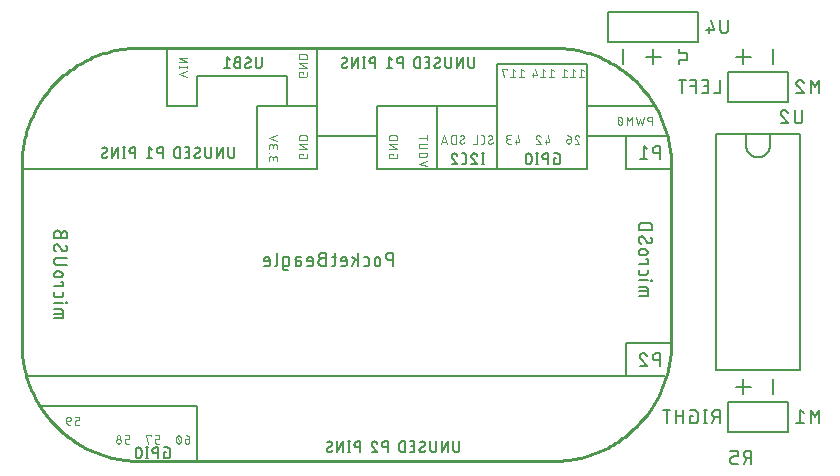
<source format=gbr>
G04 EAGLE Gerber RS-274X export*
G75*
%MOMM*%
%FSLAX34Y34*%
%LPD*%
%INSilkscreen Bottom*%
%IPPOS*%
%AMOC8*
5,1,8,0,0,1.08239X$1,22.5*%
G01*
%ADD10C,0.152400*%
%ADD11C,0.127000*%
%ADD12C,0.254000*%
%ADD13C,0.101600*%


D10*
X602488Y380238D02*
X602488Y369062D01*
X597521Y369062D01*
X592582Y369062D02*
X587615Y369062D01*
X592582Y369062D02*
X592582Y380238D01*
X587615Y380238D01*
X588857Y375271D02*
X592582Y375271D01*
X582676Y380238D02*
X582676Y369062D01*
X582676Y380238D02*
X577709Y380238D01*
X577709Y375271D02*
X582676Y375271D01*
X570837Y380238D02*
X570837Y369062D01*
X573941Y380238D02*
X567732Y380238D01*
X602488Y100838D02*
X602488Y89662D01*
X602488Y100838D02*
X599384Y100838D01*
X599273Y100836D01*
X599163Y100830D01*
X599052Y100820D01*
X598942Y100806D01*
X598833Y100789D01*
X598724Y100767D01*
X598616Y100742D01*
X598510Y100712D01*
X598404Y100679D01*
X598299Y100642D01*
X598196Y100602D01*
X598095Y100557D01*
X597995Y100510D01*
X597896Y100458D01*
X597800Y100403D01*
X597706Y100345D01*
X597614Y100284D01*
X597524Y100219D01*
X597436Y100151D01*
X597351Y100080D01*
X597269Y100006D01*
X597189Y99929D01*
X597112Y99849D01*
X597038Y99767D01*
X596967Y99682D01*
X596899Y99594D01*
X596834Y99504D01*
X596773Y99412D01*
X596715Y99318D01*
X596660Y99222D01*
X596608Y99123D01*
X596561Y99023D01*
X596516Y98922D01*
X596476Y98819D01*
X596439Y98714D01*
X596406Y98608D01*
X596376Y98502D01*
X596351Y98394D01*
X596329Y98285D01*
X596312Y98176D01*
X596298Y98066D01*
X596288Y97955D01*
X596282Y97845D01*
X596280Y97734D01*
X596282Y97623D01*
X596288Y97513D01*
X596298Y97402D01*
X596312Y97292D01*
X596329Y97183D01*
X596351Y97074D01*
X596376Y96966D01*
X596406Y96860D01*
X596439Y96754D01*
X596476Y96649D01*
X596516Y96546D01*
X596561Y96445D01*
X596608Y96345D01*
X596660Y96246D01*
X596715Y96150D01*
X596773Y96056D01*
X596834Y95964D01*
X596899Y95874D01*
X596967Y95786D01*
X597038Y95701D01*
X597112Y95619D01*
X597189Y95539D01*
X597269Y95462D01*
X597351Y95388D01*
X597436Y95317D01*
X597524Y95249D01*
X597614Y95184D01*
X597706Y95123D01*
X597800Y95065D01*
X597896Y95010D01*
X597995Y94958D01*
X598095Y94911D01*
X598196Y94866D01*
X598299Y94826D01*
X598404Y94789D01*
X598510Y94756D01*
X598616Y94726D01*
X598724Y94701D01*
X598833Y94679D01*
X598942Y94662D01*
X599052Y94648D01*
X599163Y94638D01*
X599273Y94632D01*
X599384Y94630D01*
X599384Y94629D02*
X602488Y94629D01*
X598763Y94629D02*
X596279Y89662D01*
X590332Y89662D02*
X590332Y100838D01*
X591573Y89662D02*
X589090Y89662D01*
X589090Y100838D02*
X591573Y100838D01*
X579565Y95871D02*
X577702Y95871D01*
X577702Y89662D01*
X581428Y89662D01*
X581526Y89664D01*
X581623Y89670D01*
X581720Y89679D01*
X581817Y89693D01*
X581913Y89710D01*
X582008Y89731D01*
X582102Y89755D01*
X582196Y89784D01*
X582288Y89816D01*
X582379Y89851D01*
X582468Y89890D01*
X582556Y89933D01*
X582642Y89979D01*
X582726Y90028D01*
X582808Y90081D01*
X582888Y90136D01*
X582966Y90195D01*
X583041Y90257D01*
X583114Y90322D01*
X583184Y90390D01*
X583252Y90460D01*
X583317Y90533D01*
X583379Y90608D01*
X583438Y90686D01*
X583493Y90766D01*
X583546Y90848D01*
X583595Y90932D01*
X583641Y91018D01*
X583684Y91106D01*
X583723Y91195D01*
X583758Y91286D01*
X583790Y91378D01*
X583819Y91472D01*
X583843Y91566D01*
X583864Y91661D01*
X583881Y91757D01*
X583895Y91854D01*
X583904Y91951D01*
X583910Y92049D01*
X583912Y92146D01*
X583911Y92146D02*
X583911Y98354D01*
X583909Y98452D01*
X583903Y98549D01*
X583894Y98646D01*
X583880Y98743D01*
X583863Y98839D01*
X583842Y98934D01*
X583818Y99028D01*
X583789Y99122D01*
X583757Y99214D01*
X583722Y99305D01*
X583683Y99394D01*
X583640Y99482D01*
X583594Y99568D01*
X583545Y99652D01*
X583492Y99734D01*
X583437Y99814D01*
X583378Y99892D01*
X583316Y99967D01*
X583251Y100040D01*
X583183Y100110D01*
X583113Y100178D01*
X583040Y100243D01*
X582965Y100305D01*
X582887Y100364D01*
X582807Y100419D01*
X582725Y100472D01*
X582641Y100521D01*
X582555Y100567D01*
X582467Y100610D01*
X582378Y100649D01*
X582287Y100684D01*
X582195Y100716D01*
X582101Y100745D01*
X582007Y100769D01*
X581912Y100790D01*
X581816Y100807D01*
X581719Y100821D01*
X581622Y100830D01*
X581525Y100836D01*
X581427Y100838D01*
X581428Y100838D02*
X577702Y100838D01*
X571719Y100838D02*
X571719Y89662D01*
X571719Y95871D02*
X565510Y95871D01*
X565510Y100838D02*
X565510Y89662D01*
X557566Y89662D02*
X557566Y100838D01*
X560670Y100838D02*
X554461Y100838D01*
X672338Y346766D02*
X672338Y354838D01*
X672338Y346766D02*
X672336Y346655D01*
X672330Y346545D01*
X672320Y346434D01*
X672306Y346324D01*
X672289Y346215D01*
X672267Y346106D01*
X672242Y345998D01*
X672212Y345892D01*
X672179Y345786D01*
X672142Y345681D01*
X672102Y345578D01*
X672057Y345477D01*
X672010Y345377D01*
X671958Y345278D01*
X671903Y345182D01*
X671845Y345088D01*
X671784Y344996D01*
X671719Y344906D01*
X671651Y344818D01*
X671580Y344733D01*
X671506Y344651D01*
X671429Y344571D01*
X671349Y344494D01*
X671267Y344420D01*
X671182Y344349D01*
X671094Y344281D01*
X671004Y344216D01*
X670912Y344155D01*
X670818Y344097D01*
X670722Y344042D01*
X670623Y343990D01*
X670523Y343943D01*
X670422Y343898D01*
X670319Y343858D01*
X670214Y343821D01*
X670108Y343788D01*
X670002Y343758D01*
X669894Y343733D01*
X669785Y343711D01*
X669676Y343694D01*
X669566Y343680D01*
X669455Y343670D01*
X669345Y343664D01*
X669234Y343662D01*
X669123Y343664D01*
X669013Y343670D01*
X668902Y343680D01*
X668792Y343694D01*
X668683Y343711D01*
X668574Y343733D01*
X668466Y343758D01*
X668360Y343788D01*
X668254Y343821D01*
X668149Y343858D01*
X668046Y343898D01*
X667945Y343943D01*
X667845Y343990D01*
X667746Y344042D01*
X667650Y344097D01*
X667556Y344155D01*
X667464Y344216D01*
X667374Y344281D01*
X667286Y344349D01*
X667201Y344420D01*
X667119Y344494D01*
X667039Y344571D01*
X666962Y344651D01*
X666888Y344733D01*
X666817Y344818D01*
X666749Y344906D01*
X666684Y344996D01*
X666623Y345088D01*
X666565Y345182D01*
X666510Y345278D01*
X666458Y345377D01*
X666411Y345477D01*
X666366Y345578D01*
X666326Y345681D01*
X666289Y345786D01*
X666256Y345892D01*
X666226Y345998D01*
X666201Y346106D01*
X666179Y346215D01*
X666162Y346324D01*
X666148Y346434D01*
X666138Y346545D01*
X666132Y346655D01*
X666130Y346766D01*
X666129Y346766D02*
X666129Y354838D01*
X657112Y354838D02*
X657008Y354836D01*
X656903Y354830D01*
X656799Y354820D01*
X656696Y354807D01*
X656593Y354789D01*
X656490Y354768D01*
X656389Y354743D01*
X656288Y354714D01*
X656189Y354681D01*
X656091Y354645D01*
X655995Y354605D01*
X655900Y354561D01*
X655806Y354514D01*
X655715Y354464D01*
X655626Y354410D01*
X655538Y354353D01*
X655453Y354292D01*
X655370Y354228D01*
X655290Y354162D01*
X655212Y354092D01*
X655136Y354020D01*
X655064Y353944D01*
X654994Y353866D01*
X654928Y353786D01*
X654864Y353703D01*
X654803Y353618D01*
X654746Y353530D01*
X654692Y353441D01*
X654642Y353350D01*
X654595Y353256D01*
X654551Y353161D01*
X654511Y353065D01*
X654475Y352967D01*
X654442Y352868D01*
X654413Y352767D01*
X654388Y352666D01*
X654367Y352563D01*
X654349Y352460D01*
X654336Y352357D01*
X654326Y352253D01*
X654320Y352148D01*
X654318Y352044D01*
X657112Y354839D02*
X657231Y354837D01*
X657349Y354831D01*
X657468Y354821D01*
X657586Y354808D01*
X657703Y354790D01*
X657820Y354768D01*
X657936Y354743D01*
X658051Y354714D01*
X658166Y354681D01*
X658279Y354644D01*
X658390Y354604D01*
X658501Y354560D01*
X658609Y354512D01*
X658716Y354461D01*
X658822Y354406D01*
X658925Y354347D01*
X659027Y354286D01*
X659126Y354221D01*
X659224Y354152D01*
X659318Y354081D01*
X659411Y354006D01*
X659501Y353929D01*
X659588Y353848D01*
X659673Y353765D01*
X659755Y353679D01*
X659834Y353590D01*
X659910Y353499D01*
X659983Y353405D01*
X660052Y353309D01*
X660119Y353210D01*
X660182Y353110D01*
X660242Y353007D01*
X660299Y352903D01*
X660351Y352796D01*
X660401Y352688D01*
X660447Y352579D01*
X660489Y352467D01*
X660527Y352355D01*
X655249Y349871D02*
X655174Y349945D01*
X655102Y350022D01*
X655032Y350101D01*
X654965Y350183D01*
X654901Y350267D01*
X654840Y350353D01*
X654782Y350441D01*
X654727Y350532D01*
X654675Y350624D01*
X654627Y350718D01*
X654582Y350813D01*
X654540Y350911D01*
X654502Y351009D01*
X654467Y351109D01*
X654436Y351210D01*
X654409Y351312D01*
X654385Y351415D01*
X654364Y351518D01*
X654348Y351623D01*
X654335Y351728D01*
X654325Y351833D01*
X654320Y351938D01*
X654318Y352044D01*
X655249Y349871D02*
X660527Y343662D01*
X654318Y343662D01*
D11*
X584200Y412750D02*
X584200Y438150D01*
X508000Y438150D01*
X508000Y412750D01*
X584200Y412750D01*
X552450Y400050D02*
X539750Y400050D01*
X546100Y393700D02*
X546100Y406400D01*
X520700Y406400D02*
X520700Y393700D01*
X568325Y393700D02*
X568325Y396875D01*
X574675Y396875D01*
X574675Y403225D01*
X568325Y403225D01*
X568325Y406400D01*
D10*
X609332Y422966D02*
X609332Y431038D01*
X609331Y422966D02*
X609329Y422855D01*
X609323Y422745D01*
X609313Y422634D01*
X609299Y422524D01*
X609282Y422415D01*
X609260Y422306D01*
X609235Y422198D01*
X609205Y422092D01*
X609172Y421986D01*
X609135Y421881D01*
X609095Y421778D01*
X609050Y421677D01*
X609003Y421577D01*
X608951Y421478D01*
X608896Y421382D01*
X608838Y421288D01*
X608777Y421196D01*
X608712Y421106D01*
X608644Y421018D01*
X608573Y420933D01*
X608499Y420851D01*
X608422Y420771D01*
X608342Y420694D01*
X608260Y420620D01*
X608175Y420549D01*
X608087Y420481D01*
X607997Y420416D01*
X607905Y420355D01*
X607811Y420297D01*
X607715Y420242D01*
X607616Y420190D01*
X607516Y420143D01*
X607415Y420098D01*
X607312Y420058D01*
X607207Y420021D01*
X607101Y419988D01*
X606995Y419958D01*
X606887Y419933D01*
X606778Y419911D01*
X606669Y419894D01*
X606559Y419880D01*
X606448Y419870D01*
X606338Y419864D01*
X606227Y419862D01*
X606116Y419864D01*
X606006Y419870D01*
X605895Y419880D01*
X605785Y419894D01*
X605676Y419911D01*
X605567Y419933D01*
X605459Y419958D01*
X605353Y419988D01*
X605247Y420021D01*
X605142Y420058D01*
X605039Y420098D01*
X604938Y420143D01*
X604838Y420190D01*
X604739Y420242D01*
X604643Y420297D01*
X604549Y420355D01*
X604457Y420416D01*
X604367Y420481D01*
X604279Y420549D01*
X604194Y420620D01*
X604112Y420694D01*
X604032Y420771D01*
X603955Y420851D01*
X603881Y420933D01*
X603810Y421018D01*
X603742Y421106D01*
X603677Y421196D01*
X603616Y421288D01*
X603558Y421382D01*
X603503Y421478D01*
X603451Y421577D01*
X603404Y421677D01*
X603359Y421778D01*
X603319Y421881D01*
X603282Y421986D01*
X603249Y422092D01*
X603219Y422198D01*
X603194Y422306D01*
X603172Y422415D01*
X603155Y422524D01*
X603141Y422634D01*
X603131Y422745D01*
X603125Y422855D01*
X603123Y422966D01*
X603123Y431038D01*
X595037Y431038D02*
X597521Y422346D01*
X591312Y422346D01*
X593175Y424829D02*
X593175Y419862D01*
D11*
X609600Y107950D02*
X609600Y82550D01*
X660400Y82550D01*
X660400Y107950D01*
X609600Y107950D01*
X615950Y120650D02*
X628650Y120650D01*
X622300Y127000D02*
X622300Y114300D01*
X647700Y114300D02*
X647700Y127000D01*
D10*
X686915Y100838D02*
X686915Y89662D01*
X683189Y94629D02*
X686915Y100838D01*
X683189Y94629D02*
X679464Y100838D01*
X679464Y89662D01*
X673721Y98354D02*
X670616Y100838D01*
X670616Y89662D01*
X667512Y89662D02*
X673721Y89662D01*
D11*
X609600Y361950D02*
X609600Y387350D01*
X609600Y361950D02*
X660400Y361950D01*
X660400Y387350D01*
X609600Y387350D01*
X615950Y400050D02*
X628650Y400050D01*
X622300Y406400D02*
X622300Y393700D01*
X647700Y393700D02*
X647700Y406400D01*
D10*
X686915Y380238D02*
X686915Y369062D01*
X683189Y374029D02*
X686915Y380238D01*
X683189Y374029D02*
X679464Y380238D01*
X679464Y369062D01*
X670306Y380238D02*
X670202Y380236D01*
X670097Y380230D01*
X669993Y380220D01*
X669890Y380207D01*
X669787Y380189D01*
X669684Y380168D01*
X669583Y380143D01*
X669482Y380114D01*
X669383Y380081D01*
X669285Y380045D01*
X669189Y380005D01*
X669094Y379961D01*
X669000Y379914D01*
X668909Y379864D01*
X668820Y379810D01*
X668732Y379753D01*
X668647Y379692D01*
X668564Y379628D01*
X668484Y379562D01*
X668406Y379492D01*
X668330Y379420D01*
X668258Y379344D01*
X668188Y379266D01*
X668122Y379186D01*
X668058Y379103D01*
X667997Y379018D01*
X667940Y378930D01*
X667886Y378841D01*
X667836Y378750D01*
X667789Y378656D01*
X667745Y378561D01*
X667705Y378465D01*
X667669Y378367D01*
X667636Y378268D01*
X667607Y378167D01*
X667582Y378066D01*
X667561Y377963D01*
X667543Y377860D01*
X667530Y377757D01*
X667520Y377653D01*
X667514Y377548D01*
X667512Y377444D01*
X670306Y380239D02*
X670425Y380237D01*
X670543Y380231D01*
X670662Y380221D01*
X670780Y380208D01*
X670897Y380190D01*
X671014Y380168D01*
X671130Y380143D01*
X671245Y380114D01*
X671360Y380081D01*
X671473Y380044D01*
X671584Y380004D01*
X671695Y379960D01*
X671803Y379912D01*
X671910Y379861D01*
X672016Y379806D01*
X672119Y379747D01*
X672221Y379686D01*
X672320Y379621D01*
X672418Y379552D01*
X672512Y379481D01*
X672605Y379406D01*
X672695Y379329D01*
X672782Y379248D01*
X672867Y379165D01*
X672949Y379079D01*
X673028Y378990D01*
X673104Y378899D01*
X673177Y378805D01*
X673246Y378709D01*
X673313Y378610D01*
X673376Y378510D01*
X673436Y378407D01*
X673493Y378303D01*
X673545Y378196D01*
X673595Y378088D01*
X673641Y377979D01*
X673683Y377867D01*
X673721Y377755D01*
X668443Y375271D02*
X668368Y375345D01*
X668296Y375422D01*
X668226Y375501D01*
X668159Y375583D01*
X668095Y375667D01*
X668034Y375753D01*
X667976Y375841D01*
X667921Y375932D01*
X667869Y376024D01*
X667821Y376118D01*
X667776Y376213D01*
X667734Y376311D01*
X667696Y376409D01*
X667661Y376509D01*
X667630Y376610D01*
X667603Y376712D01*
X667579Y376815D01*
X667558Y376918D01*
X667542Y377023D01*
X667529Y377128D01*
X667519Y377233D01*
X667514Y377338D01*
X667512Y377444D01*
X668443Y375271D02*
X673721Y369062D01*
X667512Y369062D01*
X629158Y66548D02*
X629158Y55372D01*
X629158Y66548D02*
X626054Y66548D01*
X625943Y66546D01*
X625833Y66540D01*
X625722Y66530D01*
X625612Y66516D01*
X625503Y66499D01*
X625394Y66477D01*
X625286Y66452D01*
X625180Y66422D01*
X625074Y66389D01*
X624969Y66352D01*
X624866Y66312D01*
X624765Y66267D01*
X624665Y66220D01*
X624566Y66168D01*
X624470Y66113D01*
X624376Y66055D01*
X624284Y65994D01*
X624194Y65929D01*
X624106Y65861D01*
X624021Y65790D01*
X623939Y65716D01*
X623859Y65639D01*
X623782Y65559D01*
X623708Y65477D01*
X623637Y65392D01*
X623569Y65304D01*
X623504Y65214D01*
X623443Y65122D01*
X623385Y65028D01*
X623330Y64932D01*
X623278Y64833D01*
X623231Y64733D01*
X623186Y64632D01*
X623146Y64529D01*
X623109Y64424D01*
X623076Y64318D01*
X623046Y64212D01*
X623021Y64104D01*
X622999Y63995D01*
X622982Y63886D01*
X622968Y63776D01*
X622958Y63665D01*
X622952Y63555D01*
X622950Y63444D01*
X622952Y63333D01*
X622958Y63223D01*
X622968Y63112D01*
X622982Y63002D01*
X622999Y62893D01*
X623021Y62784D01*
X623046Y62676D01*
X623076Y62570D01*
X623109Y62464D01*
X623146Y62359D01*
X623186Y62256D01*
X623231Y62155D01*
X623278Y62055D01*
X623330Y61956D01*
X623385Y61860D01*
X623443Y61766D01*
X623504Y61674D01*
X623569Y61584D01*
X623637Y61496D01*
X623708Y61411D01*
X623782Y61329D01*
X623859Y61249D01*
X623939Y61172D01*
X624021Y61098D01*
X624106Y61027D01*
X624194Y60959D01*
X624284Y60894D01*
X624376Y60833D01*
X624470Y60775D01*
X624566Y60720D01*
X624665Y60668D01*
X624765Y60621D01*
X624866Y60576D01*
X624969Y60536D01*
X625074Y60499D01*
X625180Y60466D01*
X625286Y60436D01*
X625394Y60411D01*
X625503Y60389D01*
X625612Y60372D01*
X625722Y60358D01*
X625833Y60348D01*
X625943Y60342D01*
X626054Y60340D01*
X626054Y60339D02*
X629158Y60339D01*
X625433Y60339D02*
X622949Y55372D01*
X617820Y55372D02*
X614095Y55372D01*
X613997Y55374D01*
X613900Y55380D01*
X613803Y55389D01*
X613706Y55403D01*
X613610Y55420D01*
X613515Y55441D01*
X613421Y55465D01*
X613327Y55494D01*
X613235Y55526D01*
X613144Y55561D01*
X613055Y55600D01*
X612967Y55643D01*
X612881Y55689D01*
X612797Y55738D01*
X612715Y55791D01*
X612635Y55846D01*
X612557Y55905D01*
X612482Y55967D01*
X612409Y56032D01*
X612339Y56100D01*
X612271Y56170D01*
X612206Y56243D01*
X612144Y56318D01*
X612085Y56396D01*
X612030Y56476D01*
X611977Y56558D01*
X611928Y56642D01*
X611882Y56728D01*
X611839Y56816D01*
X611800Y56905D01*
X611765Y56996D01*
X611733Y57088D01*
X611704Y57182D01*
X611680Y57276D01*
X611659Y57371D01*
X611642Y57467D01*
X611628Y57564D01*
X611619Y57661D01*
X611613Y57758D01*
X611611Y57856D01*
X611611Y59097D01*
X611613Y59195D01*
X611619Y59292D01*
X611628Y59389D01*
X611642Y59486D01*
X611659Y59582D01*
X611680Y59677D01*
X611704Y59771D01*
X611733Y59865D01*
X611765Y59957D01*
X611800Y60048D01*
X611839Y60137D01*
X611882Y60225D01*
X611928Y60311D01*
X611977Y60395D01*
X612030Y60477D01*
X612085Y60557D01*
X612144Y60635D01*
X612206Y60710D01*
X612271Y60783D01*
X612339Y60853D01*
X612409Y60921D01*
X612482Y60986D01*
X612557Y61048D01*
X612635Y61107D01*
X612715Y61162D01*
X612797Y61215D01*
X612881Y61264D01*
X612967Y61310D01*
X613055Y61353D01*
X613144Y61392D01*
X613235Y61427D01*
X613327Y61459D01*
X613421Y61488D01*
X613515Y61512D01*
X613610Y61533D01*
X613706Y61550D01*
X613803Y61564D01*
X613900Y61573D01*
X613997Y61579D01*
X614095Y61581D01*
X617820Y61581D01*
X617820Y66548D01*
X611611Y66548D01*
D12*
X461430Y57670D02*
X111430Y57670D01*
X109014Y57699D01*
X106599Y57787D01*
X104187Y57933D01*
X101779Y58137D01*
X99376Y58399D01*
X96981Y58719D01*
X94594Y59097D01*
X92217Y59533D01*
X89852Y60026D01*
X87498Y60576D01*
X85159Y61182D01*
X82835Y61845D01*
X80528Y62564D01*
X78239Y63339D01*
X75970Y64168D01*
X73721Y65053D01*
X71494Y65991D01*
X69290Y66983D01*
X67111Y68027D01*
X64958Y69124D01*
X62832Y70273D01*
X60734Y71473D01*
X58666Y72723D01*
X56629Y74023D01*
X54624Y75372D01*
X52651Y76768D01*
X50714Y78212D01*
X48811Y79703D01*
X46946Y81238D01*
X45118Y82819D01*
X43328Y84443D01*
X41579Y86110D01*
X39870Y87819D01*
X38203Y89568D01*
X36579Y91358D01*
X34998Y93186D01*
X33463Y95051D01*
X31972Y96954D01*
X30528Y98891D01*
X29132Y100864D01*
X27783Y102869D01*
X26483Y104906D01*
X25233Y106974D01*
X24033Y109072D01*
X22884Y111198D01*
X21787Y113351D01*
X20743Y115530D01*
X19751Y117734D01*
X18813Y119961D01*
X17928Y122210D01*
X17099Y124479D01*
X16324Y126768D01*
X15605Y129075D01*
X14942Y131399D01*
X14336Y133738D01*
X13786Y136092D01*
X13293Y138457D01*
X12857Y140834D01*
X12479Y143221D01*
X12159Y145616D01*
X11897Y148019D01*
X11693Y150427D01*
X11547Y152839D01*
X11459Y155254D01*
X11430Y157670D01*
X11430Y307670D01*
X11459Y310086D01*
X11547Y312501D01*
X11693Y314913D01*
X11897Y317321D01*
X12159Y319724D01*
X12479Y322119D01*
X12857Y324506D01*
X13293Y326883D01*
X13786Y329248D01*
X14336Y331602D01*
X14942Y333941D01*
X15605Y336265D01*
X16324Y338572D01*
X17099Y340861D01*
X17928Y343130D01*
X18813Y345379D01*
X19751Y347606D01*
X20743Y349810D01*
X21787Y351989D01*
X22884Y354142D01*
X24033Y356268D01*
X25233Y358366D01*
X26483Y360434D01*
X27783Y362471D01*
X29132Y364476D01*
X30528Y366449D01*
X31972Y368386D01*
X33463Y370289D01*
X34998Y372154D01*
X36579Y373982D01*
X38203Y375772D01*
X39870Y377521D01*
X41579Y379230D01*
X43328Y380897D01*
X45118Y382521D01*
X46946Y384102D01*
X48811Y385637D01*
X50714Y387128D01*
X52651Y388572D01*
X54624Y389968D01*
X56629Y391317D01*
X58666Y392617D01*
X60734Y393867D01*
X62832Y395067D01*
X64958Y396216D01*
X67111Y397313D01*
X69290Y398357D01*
X71494Y399349D01*
X73721Y400287D01*
X75970Y401172D01*
X78239Y402001D01*
X80528Y402776D01*
X82835Y403495D01*
X85159Y404158D01*
X87498Y404764D01*
X89852Y405314D01*
X92217Y405807D01*
X94594Y406243D01*
X96981Y406621D01*
X99376Y406941D01*
X101779Y407203D01*
X104187Y407407D01*
X106599Y407553D01*
X109014Y407641D01*
X111430Y407670D01*
X461430Y407670D01*
X463846Y407641D01*
X466261Y407553D01*
X468673Y407407D01*
X471081Y407203D01*
X473484Y406941D01*
X475879Y406621D01*
X478266Y406243D01*
X480643Y405807D01*
X483008Y405314D01*
X485362Y404764D01*
X487701Y404158D01*
X490025Y403495D01*
X492332Y402776D01*
X494621Y402001D01*
X496890Y401172D01*
X499139Y400287D01*
X501366Y399349D01*
X503570Y398357D01*
X505749Y397313D01*
X507902Y396216D01*
X510028Y395067D01*
X512126Y393867D01*
X514194Y392617D01*
X516231Y391317D01*
X518236Y389968D01*
X520209Y388572D01*
X522146Y387128D01*
X524049Y385637D01*
X525914Y384102D01*
X527742Y382521D01*
X529532Y380897D01*
X531281Y379230D01*
X532990Y377521D01*
X534657Y375772D01*
X536281Y373982D01*
X537862Y372154D01*
X539397Y370289D01*
X540888Y368386D01*
X542332Y366449D01*
X543728Y364476D01*
X545077Y362471D01*
X546377Y360434D01*
X547627Y358366D01*
X548827Y356268D01*
X549976Y354142D01*
X551073Y351989D01*
X552117Y349810D01*
X553109Y347606D01*
X554047Y345379D01*
X554932Y343130D01*
X555761Y340861D01*
X556536Y338572D01*
X557255Y336265D01*
X557918Y333941D01*
X558524Y331602D01*
X559074Y329248D01*
X559567Y326883D01*
X560003Y324506D01*
X560381Y322119D01*
X560701Y319724D01*
X560963Y317321D01*
X561167Y314913D01*
X561313Y312501D01*
X561401Y310086D01*
X561430Y307670D01*
X561430Y157670D01*
X561401Y155254D01*
X561313Y152839D01*
X561167Y150427D01*
X560963Y148019D01*
X560701Y145616D01*
X560381Y143221D01*
X560003Y140834D01*
X559567Y138457D01*
X559074Y136092D01*
X558524Y133738D01*
X557918Y131399D01*
X557255Y129075D01*
X556536Y126768D01*
X555761Y124479D01*
X554932Y122210D01*
X554047Y119961D01*
X553109Y117734D01*
X552117Y115530D01*
X551073Y113351D01*
X549976Y111198D01*
X548827Y109072D01*
X547627Y106974D01*
X546377Y104906D01*
X545077Y102869D01*
X543728Y100864D01*
X542332Y98891D01*
X540888Y96954D01*
X539397Y95051D01*
X537862Y93186D01*
X536281Y91358D01*
X534657Y89568D01*
X532990Y87819D01*
X531281Y86110D01*
X529532Y84443D01*
X527742Y82819D01*
X525914Y81238D01*
X524049Y79703D01*
X522146Y78212D01*
X520209Y76768D01*
X518236Y75372D01*
X516231Y74023D01*
X514194Y72723D01*
X512126Y71473D01*
X510028Y70273D01*
X507902Y69124D01*
X505749Y68027D01*
X503570Y66983D01*
X501366Y65991D01*
X499139Y65053D01*
X496890Y64168D01*
X494621Y63339D01*
X492332Y62564D01*
X490025Y61845D01*
X487701Y61182D01*
X485362Y60576D01*
X483008Y60026D01*
X480643Y59533D01*
X478266Y59097D01*
X475879Y58719D01*
X473484Y58399D01*
X471081Y58137D01*
X468673Y57933D01*
X466261Y57787D01*
X463846Y57699D01*
X461430Y57670D01*
D10*
X326051Y223012D02*
X326051Y234188D01*
X322947Y234188D01*
X322836Y234186D01*
X322726Y234180D01*
X322615Y234170D01*
X322505Y234156D01*
X322396Y234139D01*
X322287Y234117D01*
X322179Y234092D01*
X322073Y234062D01*
X321967Y234029D01*
X321862Y233992D01*
X321759Y233952D01*
X321658Y233907D01*
X321558Y233860D01*
X321459Y233808D01*
X321363Y233753D01*
X321269Y233695D01*
X321177Y233634D01*
X321087Y233569D01*
X320999Y233501D01*
X320914Y233430D01*
X320832Y233356D01*
X320752Y233279D01*
X320675Y233199D01*
X320601Y233117D01*
X320530Y233032D01*
X320462Y232944D01*
X320397Y232854D01*
X320336Y232762D01*
X320278Y232668D01*
X320223Y232572D01*
X320171Y232473D01*
X320124Y232373D01*
X320079Y232272D01*
X320039Y232169D01*
X320002Y232064D01*
X319969Y231958D01*
X319939Y231852D01*
X319914Y231744D01*
X319892Y231635D01*
X319875Y231526D01*
X319861Y231416D01*
X319851Y231305D01*
X319845Y231195D01*
X319843Y231084D01*
X319845Y230973D01*
X319851Y230863D01*
X319861Y230752D01*
X319875Y230642D01*
X319892Y230533D01*
X319914Y230424D01*
X319939Y230316D01*
X319969Y230210D01*
X320002Y230104D01*
X320039Y229999D01*
X320079Y229896D01*
X320124Y229795D01*
X320171Y229695D01*
X320223Y229596D01*
X320278Y229500D01*
X320336Y229406D01*
X320397Y229314D01*
X320462Y229224D01*
X320530Y229136D01*
X320601Y229051D01*
X320675Y228969D01*
X320752Y228889D01*
X320832Y228812D01*
X320914Y228738D01*
X320999Y228667D01*
X321087Y228599D01*
X321177Y228534D01*
X321269Y228473D01*
X321363Y228415D01*
X321459Y228360D01*
X321558Y228308D01*
X321658Y228261D01*
X321759Y228216D01*
X321862Y228176D01*
X321967Y228139D01*
X322073Y228106D01*
X322179Y228076D01*
X322287Y228051D01*
X322396Y228029D01*
X322505Y228012D01*
X322615Y227998D01*
X322726Y227988D01*
X322836Y227982D01*
X322947Y227980D01*
X322947Y227979D02*
X326051Y227979D01*
X315355Y227979D02*
X315355Y225496D01*
X315355Y227979D02*
X315353Y228078D01*
X315347Y228176D01*
X315337Y228275D01*
X315324Y228372D01*
X315306Y228470D01*
X315285Y228566D01*
X315259Y228662D01*
X315230Y228756D01*
X315198Y228849D01*
X315161Y228941D01*
X315121Y229031D01*
X315077Y229120D01*
X315030Y229207D01*
X314980Y229292D01*
X314926Y229374D01*
X314869Y229455D01*
X314809Y229533D01*
X314745Y229609D01*
X314679Y229682D01*
X314610Y229753D01*
X314538Y229821D01*
X314463Y229885D01*
X314386Y229947D01*
X314307Y230006D01*
X314225Y230061D01*
X314141Y230114D01*
X314056Y230162D01*
X313968Y230208D01*
X313878Y230250D01*
X313787Y230288D01*
X313695Y230322D01*
X313601Y230353D01*
X313506Y230380D01*
X313410Y230404D01*
X313313Y230423D01*
X313216Y230439D01*
X313118Y230451D01*
X313019Y230459D01*
X312920Y230463D01*
X312822Y230463D01*
X312723Y230459D01*
X312624Y230451D01*
X312526Y230439D01*
X312429Y230423D01*
X312332Y230404D01*
X312236Y230380D01*
X312141Y230353D01*
X312047Y230322D01*
X311955Y230288D01*
X311864Y230250D01*
X311774Y230208D01*
X311686Y230162D01*
X311601Y230114D01*
X311517Y230061D01*
X311435Y230006D01*
X311356Y229947D01*
X311279Y229885D01*
X311204Y229821D01*
X311132Y229753D01*
X311063Y229682D01*
X310997Y229609D01*
X310933Y229533D01*
X310873Y229455D01*
X310816Y229374D01*
X310762Y229292D01*
X310712Y229207D01*
X310665Y229120D01*
X310621Y229031D01*
X310581Y228941D01*
X310544Y228849D01*
X310512Y228756D01*
X310483Y228662D01*
X310457Y228566D01*
X310436Y228470D01*
X310418Y228372D01*
X310405Y228275D01*
X310395Y228176D01*
X310389Y228078D01*
X310387Y227979D01*
X310388Y227979D02*
X310388Y225496D01*
X310387Y225496D02*
X310389Y225397D01*
X310395Y225299D01*
X310405Y225200D01*
X310418Y225103D01*
X310436Y225005D01*
X310457Y224909D01*
X310483Y224813D01*
X310512Y224719D01*
X310544Y224626D01*
X310581Y224534D01*
X310621Y224444D01*
X310665Y224355D01*
X310712Y224268D01*
X310762Y224183D01*
X310816Y224101D01*
X310873Y224020D01*
X310933Y223942D01*
X310997Y223866D01*
X311063Y223793D01*
X311132Y223722D01*
X311204Y223654D01*
X311279Y223590D01*
X311356Y223528D01*
X311435Y223469D01*
X311517Y223414D01*
X311601Y223361D01*
X311686Y223313D01*
X311774Y223267D01*
X311864Y223225D01*
X311955Y223187D01*
X312047Y223153D01*
X312141Y223122D01*
X312236Y223095D01*
X312332Y223071D01*
X312429Y223052D01*
X312526Y223036D01*
X312624Y223024D01*
X312723Y223016D01*
X312822Y223012D01*
X312920Y223012D01*
X313019Y223016D01*
X313118Y223024D01*
X313216Y223036D01*
X313313Y223052D01*
X313410Y223071D01*
X313506Y223095D01*
X313601Y223122D01*
X313695Y223153D01*
X313787Y223187D01*
X313878Y223225D01*
X313968Y223267D01*
X314056Y223313D01*
X314141Y223361D01*
X314225Y223414D01*
X314307Y223469D01*
X314386Y223528D01*
X314463Y223590D01*
X314538Y223654D01*
X314610Y223722D01*
X314679Y223793D01*
X314745Y223866D01*
X314809Y223942D01*
X314869Y224020D01*
X314926Y224101D01*
X314980Y224183D01*
X315030Y224268D01*
X315077Y224355D01*
X315121Y224444D01*
X315161Y224534D01*
X315198Y224626D01*
X315230Y224719D01*
X315259Y224813D01*
X315285Y224909D01*
X315306Y225005D01*
X315324Y225103D01*
X315337Y225200D01*
X315347Y225299D01*
X315353Y225397D01*
X315355Y225496D01*
X303570Y223012D02*
X301086Y223012D01*
X303570Y223012D02*
X303654Y223014D01*
X303737Y223020D01*
X303820Y223029D01*
X303903Y223042D01*
X303985Y223059D01*
X304066Y223079D01*
X304146Y223103D01*
X304225Y223131D01*
X304302Y223162D01*
X304378Y223196D01*
X304453Y223234D01*
X304526Y223276D01*
X304596Y223320D01*
X304665Y223368D01*
X304732Y223418D01*
X304796Y223472D01*
X304857Y223528D01*
X304917Y223588D01*
X304973Y223649D01*
X305027Y223713D01*
X305077Y223780D01*
X305125Y223849D01*
X305169Y223919D01*
X305211Y223992D01*
X305249Y224067D01*
X305283Y224143D01*
X305314Y224220D01*
X305342Y224299D01*
X305366Y224379D01*
X305386Y224460D01*
X305403Y224542D01*
X305416Y224625D01*
X305426Y224708D01*
X305431Y224791D01*
X305433Y224875D01*
X305432Y224875D02*
X305432Y228600D01*
X305433Y228600D02*
X305431Y228684D01*
X305426Y228767D01*
X305416Y228850D01*
X305403Y228933D01*
X305386Y229015D01*
X305366Y229096D01*
X305342Y229176D01*
X305314Y229255D01*
X305283Y229332D01*
X305249Y229408D01*
X305211Y229483D01*
X305169Y229556D01*
X305125Y229626D01*
X305077Y229695D01*
X305027Y229762D01*
X304973Y229826D01*
X304917Y229887D01*
X304857Y229947D01*
X304796Y230003D01*
X304732Y230057D01*
X304665Y230107D01*
X304596Y230155D01*
X304526Y230199D01*
X304453Y230241D01*
X304378Y230279D01*
X304302Y230313D01*
X304225Y230344D01*
X304146Y230372D01*
X304066Y230396D01*
X303985Y230416D01*
X303903Y230433D01*
X303820Y230446D01*
X303737Y230456D01*
X303654Y230461D01*
X303570Y230463D01*
X301086Y230463D01*
X296136Y234188D02*
X296136Y223012D01*
X296136Y226737D02*
X291168Y230463D01*
X293962Y228290D02*
X291168Y223012D01*
X284917Y223012D02*
X281813Y223012D01*
X284917Y223012D02*
X285001Y223014D01*
X285084Y223020D01*
X285167Y223029D01*
X285250Y223042D01*
X285332Y223059D01*
X285413Y223079D01*
X285493Y223103D01*
X285572Y223131D01*
X285649Y223162D01*
X285725Y223196D01*
X285800Y223234D01*
X285873Y223276D01*
X285943Y223320D01*
X286012Y223368D01*
X286079Y223418D01*
X286143Y223472D01*
X286204Y223528D01*
X286264Y223588D01*
X286320Y223649D01*
X286374Y223713D01*
X286424Y223780D01*
X286472Y223849D01*
X286516Y223919D01*
X286558Y223992D01*
X286596Y224067D01*
X286630Y224143D01*
X286661Y224220D01*
X286689Y224299D01*
X286713Y224379D01*
X286733Y224460D01*
X286750Y224542D01*
X286763Y224625D01*
X286773Y224708D01*
X286778Y224791D01*
X286780Y224875D01*
X286780Y227979D01*
X286778Y228078D01*
X286772Y228176D01*
X286762Y228275D01*
X286749Y228372D01*
X286731Y228470D01*
X286710Y228566D01*
X286684Y228662D01*
X286655Y228756D01*
X286623Y228849D01*
X286586Y228941D01*
X286546Y229031D01*
X286502Y229120D01*
X286455Y229207D01*
X286405Y229292D01*
X286351Y229374D01*
X286294Y229455D01*
X286234Y229533D01*
X286170Y229609D01*
X286104Y229682D01*
X286035Y229753D01*
X285963Y229821D01*
X285888Y229885D01*
X285811Y229947D01*
X285732Y230006D01*
X285650Y230061D01*
X285566Y230114D01*
X285481Y230162D01*
X285393Y230208D01*
X285303Y230250D01*
X285212Y230288D01*
X285120Y230322D01*
X285026Y230353D01*
X284931Y230380D01*
X284835Y230404D01*
X284738Y230423D01*
X284641Y230439D01*
X284543Y230451D01*
X284444Y230459D01*
X284345Y230463D01*
X284247Y230463D01*
X284148Y230459D01*
X284049Y230451D01*
X283951Y230439D01*
X283854Y230423D01*
X283757Y230404D01*
X283661Y230380D01*
X283566Y230353D01*
X283472Y230322D01*
X283380Y230288D01*
X283289Y230250D01*
X283199Y230208D01*
X283111Y230162D01*
X283026Y230114D01*
X282942Y230061D01*
X282860Y230006D01*
X282781Y229947D01*
X282704Y229885D01*
X282629Y229821D01*
X282557Y229753D01*
X282488Y229682D01*
X282422Y229609D01*
X282358Y229533D01*
X282298Y229455D01*
X282241Y229374D01*
X282187Y229292D01*
X282137Y229207D01*
X282090Y229120D01*
X282046Y229031D01*
X282006Y228941D01*
X281969Y228849D01*
X281937Y228756D01*
X281908Y228662D01*
X281882Y228566D01*
X281861Y228470D01*
X281843Y228372D01*
X281830Y228275D01*
X281820Y228176D01*
X281814Y228078D01*
X281812Y227979D01*
X281813Y227979D02*
X281813Y226737D01*
X286780Y226737D01*
X277892Y230463D02*
X274167Y230463D01*
X276651Y234188D02*
X276651Y224875D01*
X276649Y224791D01*
X276643Y224708D01*
X276634Y224625D01*
X276621Y224542D01*
X276604Y224460D01*
X276584Y224379D01*
X276560Y224299D01*
X276532Y224220D01*
X276501Y224143D01*
X276467Y224067D01*
X276429Y223992D01*
X276387Y223919D01*
X276343Y223849D01*
X276295Y223780D01*
X276245Y223713D01*
X276191Y223649D01*
X276135Y223588D01*
X276075Y223528D01*
X276014Y223472D01*
X275950Y223418D01*
X275883Y223368D01*
X275814Y223320D01*
X275744Y223276D01*
X275671Y223234D01*
X275596Y223196D01*
X275520Y223162D01*
X275443Y223131D01*
X275364Y223103D01*
X275284Y223079D01*
X275203Y223059D01*
X275121Y223042D01*
X275038Y223029D01*
X274955Y223019D01*
X274872Y223014D01*
X274788Y223012D01*
X274167Y223012D01*
X268901Y229221D02*
X265797Y229221D01*
X265797Y229220D02*
X265686Y229218D01*
X265576Y229212D01*
X265465Y229202D01*
X265355Y229188D01*
X265246Y229171D01*
X265137Y229149D01*
X265029Y229124D01*
X264923Y229094D01*
X264817Y229061D01*
X264712Y229024D01*
X264609Y228984D01*
X264508Y228939D01*
X264408Y228892D01*
X264309Y228840D01*
X264213Y228785D01*
X264119Y228727D01*
X264027Y228666D01*
X263937Y228601D01*
X263849Y228533D01*
X263764Y228462D01*
X263682Y228388D01*
X263602Y228311D01*
X263525Y228231D01*
X263451Y228149D01*
X263380Y228064D01*
X263312Y227976D01*
X263247Y227886D01*
X263186Y227794D01*
X263128Y227700D01*
X263073Y227604D01*
X263021Y227505D01*
X262974Y227405D01*
X262929Y227304D01*
X262889Y227201D01*
X262852Y227096D01*
X262819Y226990D01*
X262789Y226884D01*
X262764Y226776D01*
X262742Y226667D01*
X262725Y226558D01*
X262711Y226448D01*
X262701Y226337D01*
X262695Y226227D01*
X262693Y226116D01*
X262695Y226005D01*
X262701Y225895D01*
X262711Y225784D01*
X262725Y225674D01*
X262742Y225565D01*
X262764Y225456D01*
X262789Y225348D01*
X262819Y225242D01*
X262852Y225136D01*
X262889Y225031D01*
X262929Y224928D01*
X262974Y224827D01*
X263021Y224727D01*
X263073Y224628D01*
X263128Y224532D01*
X263186Y224438D01*
X263247Y224346D01*
X263312Y224256D01*
X263380Y224168D01*
X263451Y224083D01*
X263525Y224001D01*
X263602Y223921D01*
X263682Y223844D01*
X263764Y223770D01*
X263849Y223699D01*
X263937Y223631D01*
X264027Y223566D01*
X264119Y223505D01*
X264213Y223447D01*
X264309Y223392D01*
X264408Y223340D01*
X264508Y223293D01*
X264609Y223248D01*
X264712Y223208D01*
X264817Y223171D01*
X264923Y223138D01*
X265029Y223108D01*
X265137Y223083D01*
X265246Y223061D01*
X265355Y223044D01*
X265465Y223030D01*
X265576Y223020D01*
X265686Y223014D01*
X265797Y223012D01*
X268901Y223012D01*
X268901Y234188D01*
X265797Y234188D01*
X265698Y234186D01*
X265600Y234180D01*
X265501Y234170D01*
X265404Y234157D01*
X265306Y234139D01*
X265210Y234118D01*
X265114Y234092D01*
X265020Y234063D01*
X264927Y234031D01*
X264835Y233994D01*
X264745Y233954D01*
X264656Y233910D01*
X264569Y233863D01*
X264484Y233813D01*
X264402Y233759D01*
X264321Y233702D01*
X264243Y233642D01*
X264167Y233578D01*
X264094Y233512D01*
X264023Y233443D01*
X263955Y233371D01*
X263891Y233296D01*
X263829Y233219D01*
X263770Y233140D01*
X263715Y233058D01*
X263662Y232974D01*
X263614Y232889D01*
X263568Y232801D01*
X263526Y232711D01*
X263488Y232620D01*
X263454Y232528D01*
X263423Y232434D01*
X263396Y232339D01*
X263372Y232243D01*
X263353Y232146D01*
X263337Y232049D01*
X263325Y231951D01*
X263317Y231852D01*
X263313Y231753D01*
X263313Y231655D01*
X263317Y231556D01*
X263325Y231457D01*
X263337Y231359D01*
X263353Y231262D01*
X263372Y231165D01*
X263396Y231069D01*
X263423Y230974D01*
X263454Y230880D01*
X263488Y230788D01*
X263526Y230697D01*
X263568Y230607D01*
X263614Y230519D01*
X263662Y230434D01*
X263715Y230350D01*
X263770Y230268D01*
X263829Y230189D01*
X263891Y230112D01*
X263955Y230037D01*
X264023Y229965D01*
X264094Y229896D01*
X264167Y229830D01*
X264243Y229766D01*
X264321Y229706D01*
X264402Y229649D01*
X264484Y229595D01*
X264569Y229545D01*
X264656Y229498D01*
X264745Y229454D01*
X264835Y229414D01*
X264927Y229377D01*
X265020Y229345D01*
X265114Y229316D01*
X265210Y229290D01*
X265306Y229269D01*
X265404Y229251D01*
X265501Y229238D01*
X265600Y229228D01*
X265698Y229222D01*
X265797Y229220D01*
X256342Y223012D02*
X253238Y223012D01*
X256342Y223012D02*
X256426Y223014D01*
X256509Y223020D01*
X256592Y223029D01*
X256675Y223042D01*
X256757Y223059D01*
X256838Y223079D01*
X256918Y223103D01*
X256997Y223131D01*
X257074Y223162D01*
X257150Y223196D01*
X257225Y223234D01*
X257298Y223276D01*
X257368Y223320D01*
X257437Y223368D01*
X257504Y223418D01*
X257568Y223472D01*
X257629Y223528D01*
X257689Y223588D01*
X257745Y223649D01*
X257799Y223713D01*
X257849Y223780D01*
X257897Y223849D01*
X257941Y223919D01*
X257983Y223992D01*
X258021Y224067D01*
X258055Y224143D01*
X258086Y224220D01*
X258114Y224299D01*
X258138Y224379D01*
X258158Y224460D01*
X258175Y224542D01*
X258188Y224625D01*
X258198Y224708D01*
X258203Y224791D01*
X258205Y224875D01*
X258205Y227979D01*
X258203Y228078D01*
X258197Y228176D01*
X258187Y228275D01*
X258174Y228372D01*
X258156Y228470D01*
X258135Y228566D01*
X258109Y228662D01*
X258080Y228756D01*
X258048Y228849D01*
X258011Y228941D01*
X257971Y229031D01*
X257927Y229120D01*
X257880Y229207D01*
X257830Y229292D01*
X257776Y229374D01*
X257719Y229455D01*
X257659Y229533D01*
X257595Y229609D01*
X257529Y229682D01*
X257460Y229753D01*
X257388Y229821D01*
X257313Y229885D01*
X257236Y229947D01*
X257157Y230006D01*
X257075Y230061D01*
X256991Y230114D01*
X256906Y230162D01*
X256818Y230208D01*
X256728Y230250D01*
X256637Y230288D01*
X256545Y230322D01*
X256451Y230353D01*
X256356Y230380D01*
X256260Y230404D01*
X256163Y230423D01*
X256066Y230439D01*
X255968Y230451D01*
X255869Y230459D01*
X255770Y230463D01*
X255672Y230463D01*
X255573Y230459D01*
X255474Y230451D01*
X255376Y230439D01*
X255279Y230423D01*
X255182Y230404D01*
X255086Y230380D01*
X254991Y230353D01*
X254897Y230322D01*
X254805Y230288D01*
X254714Y230250D01*
X254624Y230208D01*
X254536Y230162D01*
X254451Y230114D01*
X254367Y230061D01*
X254285Y230006D01*
X254206Y229947D01*
X254129Y229885D01*
X254054Y229821D01*
X253982Y229753D01*
X253913Y229682D01*
X253847Y229609D01*
X253783Y229533D01*
X253723Y229455D01*
X253666Y229374D01*
X253612Y229292D01*
X253562Y229207D01*
X253515Y229120D01*
X253471Y229031D01*
X253431Y228941D01*
X253394Y228849D01*
X253362Y228756D01*
X253333Y228662D01*
X253307Y228566D01*
X253286Y228470D01*
X253268Y228372D01*
X253255Y228275D01*
X253245Y228176D01*
X253239Y228078D01*
X253237Y227979D01*
X253238Y227979D02*
X253238Y226737D01*
X258205Y226737D01*
X246200Y227358D02*
X243406Y227358D01*
X246200Y227358D02*
X246292Y227356D01*
X246384Y227350D01*
X246476Y227340D01*
X246567Y227327D01*
X246658Y227309D01*
X246748Y227288D01*
X246836Y227263D01*
X246924Y227234D01*
X247010Y227201D01*
X247095Y227165D01*
X247178Y227125D01*
X247260Y227082D01*
X247339Y227035D01*
X247417Y226985D01*
X247492Y226932D01*
X247565Y226876D01*
X247636Y226816D01*
X247704Y226754D01*
X247769Y226689D01*
X247831Y226621D01*
X247891Y226550D01*
X247947Y226477D01*
X248000Y226402D01*
X248050Y226324D01*
X248097Y226245D01*
X248140Y226163D01*
X248180Y226080D01*
X248216Y225995D01*
X248249Y225909D01*
X248278Y225821D01*
X248303Y225733D01*
X248324Y225643D01*
X248342Y225552D01*
X248355Y225461D01*
X248365Y225369D01*
X248371Y225277D01*
X248373Y225185D01*
X248371Y225093D01*
X248365Y225001D01*
X248355Y224909D01*
X248342Y224818D01*
X248324Y224727D01*
X248303Y224637D01*
X248278Y224549D01*
X248249Y224461D01*
X248216Y224375D01*
X248180Y224290D01*
X248140Y224207D01*
X248097Y224125D01*
X248050Y224046D01*
X248000Y223968D01*
X247947Y223893D01*
X247891Y223820D01*
X247831Y223749D01*
X247769Y223681D01*
X247704Y223616D01*
X247636Y223554D01*
X247565Y223494D01*
X247492Y223438D01*
X247417Y223385D01*
X247339Y223335D01*
X247260Y223288D01*
X247178Y223245D01*
X247095Y223205D01*
X247010Y223169D01*
X246924Y223136D01*
X246836Y223107D01*
X246748Y223082D01*
X246658Y223061D01*
X246567Y223043D01*
X246476Y223030D01*
X246384Y223020D01*
X246292Y223014D01*
X246200Y223012D01*
X243406Y223012D01*
X243406Y228600D01*
X243405Y228600D02*
X243407Y228684D01*
X243413Y228767D01*
X243422Y228850D01*
X243435Y228933D01*
X243452Y229015D01*
X243472Y229096D01*
X243496Y229176D01*
X243524Y229255D01*
X243555Y229332D01*
X243589Y229408D01*
X243627Y229483D01*
X243669Y229556D01*
X243713Y229626D01*
X243761Y229695D01*
X243811Y229762D01*
X243865Y229826D01*
X243921Y229887D01*
X243981Y229947D01*
X244042Y230003D01*
X244106Y230057D01*
X244173Y230107D01*
X244242Y230155D01*
X244312Y230199D01*
X244385Y230241D01*
X244460Y230279D01*
X244536Y230313D01*
X244613Y230344D01*
X244692Y230372D01*
X244772Y230396D01*
X244853Y230416D01*
X244935Y230433D01*
X245018Y230446D01*
X245101Y230456D01*
X245184Y230461D01*
X245268Y230463D01*
X247752Y230463D01*
X236223Y223012D02*
X233119Y223012D01*
X236223Y223012D02*
X236307Y223014D01*
X236390Y223020D01*
X236473Y223029D01*
X236556Y223042D01*
X236638Y223059D01*
X236719Y223079D01*
X236799Y223103D01*
X236878Y223131D01*
X236955Y223162D01*
X237031Y223196D01*
X237106Y223234D01*
X237179Y223276D01*
X237249Y223320D01*
X237318Y223368D01*
X237385Y223418D01*
X237449Y223472D01*
X237510Y223528D01*
X237570Y223588D01*
X237626Y223649D01*
X237680Y223713D01*
X237730Y223780D01*
X237778Y223849D01*
X237822Y223919D01*
X237864Y223992D01*
X237902Y224067D01*
X237936Y224143D01*
X237967Y224220D01*
X237995Y224299D01*
X238019Y224379D01*
X238039Y224460D01*
X238056Y224542D01*
X238069Y224625D01*
X238079Y224708D01*
X238084Y224791D01*
X238086Y224875D01*
X238086Y228600D01*
X238084Y228684D01*
X238079Y228767D01*
X238069Y228850D01*
X238056Y228933D01*
X238039Y229015D01*
X238019Y229096D01*
X237995Y229176D01*
X237967Y229255D01*
X237936Y229332D01*
X237902Y229408D01*
X237864Y229483D01*
X237822Y229556D01*
X237778Y229626D01*
X237730Y229695D01*
X237680Y229762D01*
X237626Y229826D01*
X237570Y229887D01*
X237510Y229947D01*
X237449Y230003D01*
X237385Y230057D01*
X237318Y230107D01*
X237249Y230155D01*
X237179Y230199D01*
X237106Y230241D01*
X237031Y230279D01*
X236955Y230313D01*
X236878Y230344D01*
X236799Y230372D01*
X236719Y230396D01*
X236638Y230416D01*
X236556Y230433D01*
X236473Y230446D01*
X236390Y230456D01*
X236307Y230461D01*
X236223Y230463D01*
X233119Y230463D01*
X233119Y221149D01*
X233118Y221149D02*
X233120Y221065D01*
X233125Y220982D01*
X233135Y220899D01*
X233148Y220816D01*
X233165Y220734D01*
X233185Y220653D01*
X233209Y220573D01*
X233237Y220494D01*
X233268Y220417D01*
X233302Y220341D01*
X233340Y220266D01*
X233382Y220193D01*
X233426Y220123D01*
X233474Y220054D01*
X233524Y219987D01*
X233578Y219923D01*
X233634Y219862D01*
X233694Y219802D01*
X233755Y219746D01*
X233819Y219692D01*
X233886Y219642D01*
X233955Y219594D01*
X234025Y219550D01*
X234098Y219508D01*
X234173Y219470D01*
X234249Y219436D01*
X234326Y219405D01*
X234405Y219377D01*
X234485Y219353D01*
X234566Y219333D01*
X234648Y219316D01*
X234731Y219303D01*
X234814Y219293D01*
X234897Y219288D01*
X234981Y219286D01*
X234981Y219287D02*
X237465Y219287D01*
X227633Y224875D02*
X227633Y234188D01*
X227634Y224875D02*
X227632Y224789D01*
X227626Y224703D01*
X227616Y224618D01*
X227602Y224533D01*
X227585Y224448D01*
X227563Y224365D01*
X227537Y224283D01*
X227508Y224202D01*
X227475Y224123D01*
X227439Y224045D01*
X227399Y223968D01*
X227355Y223894D01*
X227308Y223822D01*
X227258Y223752D01*
X227204Y223685D01*
X227148Y223620D01*
X227088Y223558D01*
X227026Y223498D01*
X226961Y223442D01*
X226894Y223388D01*
X226824Y223338D01*
X226752Y223291D01*
X226678Y223247D01*
X226601Y223207D01*
X226524Y223171D01*
X226444Y223138D01*
X226363Y223109D01*
X226281Y223083D01*
X226198Y223061D01*
X226113Y223044D01*
X226028Y223030D01*
X225943Y223020D01*
X225857Y223014D01*
X225771Y223012D01*
X219766Y223012D02*
X216662Y223012D01*
X219766Y223012D02*
X219850Y223014D01*
X219933Y223020D01*
X220016Y223029D01*
X220099Y223042D01*
X220181Y223059D01*
X220262Y223079D01*
X220342Y223103D01*
X220421Y223131D01*
X220498Y223162D01*
X220574Y223196D01*
X220649Y223234D01*
X220722Y223276D01*
X220792Y223320D01*
X220861Y223368D01*
X220928Y223418D01*
X220992Y223472D01*
X221053Y223528D01*
X221113Y223588D01*
X221169Y223649D01*
X221223Y223713D01*
X221273Y223780D01*
X221321Y223849D01*
X221365Y223919D01*
X221407Y223992D01*
X221445Y224067D01*
X221479Y224143D01*
X221510Y224220D01*
X221538Y224299D01*
X221562Y224379D01*
X221582Y224460D01*
X221599Y224542D01*
X221612Y224625D01*
X221622Y224708D01*
X221627Y224791D01*
X221629Y224875D01*
X221629Y227979D01*
X221630Y227979D02*
X221628Y228078D01*
X221622Y228176D01*
X221612Y228275D01*
X221599Y228372D01*
X221581Y228470D01*
X221560Y228566D01*
X221534Y228662D01*
X221505Y228756D01*
X221473Y228849D01*
X221436Y228941D01*
X221396Y229031D01*
X221352Y229120D01*
X221305Y229207D01*
X221255Y229292D01*
X221201Y229374D01*
X221144Y229455D01*
X221084Y229533D01*
X221020Y229609D01*
X220954Y229682D01*
X220885Y229753D01*
X220813Y229821D01*
X220738Y229885D01*
X220661Y229947D01*
X220582Y230006D01*
X220500Y230061D01*
X220416Y230114D01*
X220331Y230162D01*
X220243Y230208D01*
X220153Y230250D01*
X220062Y230288D01*
X219970Y230322D01*
X219876Y230353D01*
X219781Y230380D01*
X219685Y230404D01*
X219588Y230423D01*
X219491Y230439D01*
X219393Y230451D01*
X219294Y230459D01*
X219195Y230463D01*
X219097Y230463D01*
X218998Y230459D01*
X218899Y230451D01*
X218801Y230439D01*
X218704Y230423D01*
X218607Y230404D01*
X218511Y230380D01*
X218416Y230353D01*
X218322Y230322D01*
X218230Y230288D01*
X218139Y230250D01*
X218049Y230208D01*
X217961Y230162D01*
X217876Y230114D01*
X217792Y230061D01*
X217710Y230006D01*
X217631Y229947D01*
X217554Y229885D01*
X217479Y229821D01*
X217407Y229753D01*
X217338Y229682D01*
X217272Y229609D01*
X217208Y229533D01*
X217148Y229455D01*
X217091Y229374D01*
X217037Y229292D01*
X216987Y229207D01*
X216940Y229120D01*
X216896Y229031D01*
X216856Y228941D01*
X216819Y228849D01*
X216787Y228756D01*
X216758Y228662D01*
X216732Y228566D01*
X216711Y228470D01*
X216693Y228372D01*
X216680Y228275D01*
X216670Y228176D01*
X216664Y228078D01*
X216662Y227979D01*
X216662Y226737D01*
X221629Y226737D01*
X46313Y178851D02*
X38862Y178851D01*
X46313Y178851D02*
X46313Y184439D01*
X46311Y184523D01*
X46306Y184606D01*
X46296Y184689D01*
X46283Y184772D01*
X46266Y184854D01*
X46246Y184935D01*
X46222Y185015D01*
X46194Y185094D01*
X46163Y185171D01*
X46129Y185247D01*
X46091Y185322D01*
X46049Y185395D01*
X46005Y185465D01*
X45957Y185534D01*
X45907Y185601D01*
X45853Y185665D01*
X45797Y185726D01*
X45737Y185786D01*
X45676Y185842D01*
X45612Y185896D01*
X45545Y185946D01*
X45476Y185994D01*
X45406Y186038D01*
X45333Y186080D01*
X45258Y186118D01*
X45182Y186152D01*
X45105Y186183D01*
X45026Y186211D01*
X44946Y186235D01*
X44865Y186255D01*
X44783Y186272D01*
X44700Y186285D01*
X44617Y186295D01*
X44534Y186300D01*
X44450Y186302D01*
X38862Y186302D01*
X38862Y182577D02*
X46313Y182577D01*
X46313Y191721D02*
X38862Y191721D01*
X49417Y191410D02*
X50038Y191410D01*
X50038Y192031D01*
X49417Y192031D01*
X49417Y191410D01*
X38862Y198355D02*
X38862Y200839D01*
X38862Y198355D02*
X38864Y198271D01*
X38869Y198188D01*
X38879Y198105D01*
X38892Y198022D01*
X38909Y197940D01*
X38929Y197859D01*
X38953Y197779D01*
X38981Y197700D01*
X39012Y197623D01*
X39046Y197547D01*
X39084Y197472D01*
X39126Y197399D01*
X39170Y197329D01*
X39218Y197260D01*
X39268Y197193D01*
X39322Y197129D01*
X39378Y197068D01*
X39438Y197008D01*
X39499Y196952D01*
X39563Y196898D01*
X39630Y196848D01*
X39699Y196800D01*
X39769Y196756D01*
X39842Y196714D01*
X39917Y196676D01*
X39993Y196642D01*
X40070Y196611D01*
X40149Y196583D01*
X40229Y196559D01*
X40310Y196539D01*
X40392Y196522D01*
X40475Y196509D01*
X40558Y196499D01*
X40641Y196494D01*
X40725Y196492D01*
X40725Y196493D02*
X44450Y196493D01*
X44450Y196492D02*
X44534Y196494D01*
X44617Y196500D01*
X44700Y196509D01*
X44783Y196522D01*
X44865Y196539D01*
X44946Y196559D01*
X45026Y196583D01*
X45105Y196611D01*
X45182Y196642D01*
X45258Y196676D01*
X45333Y196714D01*
X45406Y196756D01*
X45476Y196800D01*
X45545Y196848D01*
X45612Y196898D01*
X45676Y196952D01*
X45737Y197008D01*
X45797Y197068D01*
X45853Y197129D01*
X45907Y197193D01*
X45957Y197260D01*
X46005Y197329D01*
X46049Y197399D01*
X46091Y197472D01*
X46129Y197547D01*
X46163Y197623D01*
X46194Y197700D01*
X46222Y197779D01*
X46246Y197859D01*
X46266Y197940D01*
X46283Y198022D01*
X46296Y198105D01*
X46306Y198188D01*
X46311Y198271D01*
X46313Y198355D01*
X46313Y200839D01*
X46313Y205703D02*
X38862Y205703D01*
X46313Y205703D02*
X46313Y209428D01*
X45071Y209428D01*
X43829Y213240D02*
X41346Y213240D01*
X43829Y213240D02*
X43928Y213242D01*
X44026Y213248D01*
X44125Y213258D01*
X44222Y213271D01*
X44320Y213289D01*
X44416Y213310D01*
X44512Y213336D01*
X44606Y213365D01*
X44699Y213397D01*
X44791Y213434D01*
X44881Y213474D01*
X44970Y213518D01*
X45057Y213565D01*
X45142Y213615D01*
X45224Y213669D01*
X45305Y213726D01*
X45383Y213786D01*
X45459Y213850D01*
X45532Y213916D01*
X45603Y213985D01*
X45671Y214057D01*
X45735Y214132D01*
X45797Y214209D01*
X45856Y214288D01*
X45911Y214370D01*
X45964Y214454D01*
X46012Y214539D01*
X46058Y214627D01*
X46100Y214717D01*
X46138Y214808D01*
X46172Y214900D01*
X46203Y214994D01*
X46230Y215089D01*
X46254Y215185D01*
X46273Y215282D01*
X46289Y215379D01*
X46301Y215477D01*
X46309Y215576D01*
X46313Y215675D01*
X46313Y215773D01*
X46309Y215872D01*
X46301Y215971D01*
X46289Y216069D01*
X46273Y216166D01*
X46254Y216263D01*
X46230Y216359D01*
X46203Y216454D01*
X46172Y216548D01*
X46138Y216640D01*
X46100Y216731D01*
X46058Y216821D01*
X46012Y216909D01*
X45964Y216994D01*
X45911Y217078D01*
X45856Y217160D01*
X45797Y217239D01*
X45735Y217316D01*
X45671Y217391D01*
X45603Y217463D01*
X45532Y217532D01*
X45459Y217598D01*
X45383Y217662D01*
X45305Y217722D01*
X45224Y217779D01*
X45142Y217833D01*
X45057Y217883D01*
X44970Y217930D01*
X44881Y217974D01*
X44791Y218014D01*
X44699Y218051D01*
X44606Y218083D01*
X44512Y218112D01*
X44416Y218138D01*
X44320Y218159D01*
X44222Y218177D01*
X44125Y218190D01*
X44026Y218200D01*
X43928Y218206D01*
X43829Y218208D01*
X43829Y218207D02*
X41346Y218207D01*
X41346Y218208D02*
X41247Y218206D01*
X41149Y218200D01*
X41050Y218190D01*
X40953Y218177D01*
X40855Y218159D01*
X40759Y218138D01*
X40663Y218112D01*
X40569Y218083D01*
X40476Y218051D01*
X40384Y218014D01*
X40294Y217974D01*
X40205Y217930D01*
X40118Y217883D01*
X40033Y217833D01*
X39951Y217779D01*
X39870Y217722D01*
X39792Y217662D01*
X39716Y217598D01*
X39643Y217532D01*
X39572Y217463D01*
X39504Y217391D01*
X39440Y217316D01*
X39378Y217239D01*
X39319Y217160D01*
X39264Y217078D01*
X39211Y216994D01*
X39163Y216909D01*
X39117Y216821D01*
X39075Y216731D01*
X39037Y216640D01*
X39003Y216548D01*
X38972Y216454D01*
X38945Y216359D01*
X38921Y216263D01*
X38902Y216166D01*
X38886Y216069D01*
X38874Y215971D01*
X38866Y215872D01*
X38862Y215773D01*
X38862Y215675D01*
X38866Y215576D01*
X38874Y215477D01*
X38886Y215379D01*
X38902Y215282D01*
X38921Y215185D01*
X38945Y215089D01*
X38972Y214994D01*
X39003Y214900D01*
X39037Y214808D01*
X39075Y214717D01*
X39117Y214627D01*
X39163Y214539D01*
X39211Y214454D01*
X39264Y214370D01*
X39319Y214288D01*
X39378Y214209D01*
X39440Y214132D01*
X39504Y214057D01*
X39572Y213985D01*
X39643Y213916D01*
X39716Y213850D01*
X39792Y213786D01*
X39870Y213726D01*
X39951Y213669D01*
X40033Y213615D01*
X40118Y213565D01*
X40205Y213518D01*
X40294Y213474D01*
X40384Y213434D01*
X40476Y213397D01*
X40569Y213365D01*
X40663Y213336D01*
X40759Y213310D01*
X40855Y213289D01*
X40953Y213271D01*
X41050Y213258D01*
X41149Y213248D01*
X41247Y213242D01*
X41346Y213240D01*
X41966Y223668D02*
X50038Y223668D01*
X41966Y223669D02*
X41855Y223671D01*
X41745Y223677D01*
X41634Y223687D01*
X41524Y223701D01*
X41415Y223718D01*
X41306Y223740D01*
X41198Y223765D01*
X41092Y223795D01*
X40986Y223828D01*
X40881Y223865D01*
X40778Y223905D01*
X40677Y223950D01*
X40577Y223997D01*
X40478Y224049D01*
X40382Y224104D01*
X40288Y224162D01*
X40196Y224223D01*
X40106Y224288D01*
X40018Y224356D01*
X39933Y224427D01*
X39851Y224501D01*
X39771Y224578D01*
X39694Y224658D01*
X39620Y224740D01*
X39549Y224825D01*
X39481Y224913D01*
X39416Y225003D01*
X39355Y225095D01*
X39297Y225189D01*
X39242Y225285D01*
X39190Y225384D01*
X39143Y225484D01*
X39098Y225585D01*
X39058Y225688D01*
X39021Y225793D01*
X38988Y225899D01*
X38958Y226005D01*
X38933Y226113D01*
X38911Y226222D01*
X38894Y226331D01*
X38880Y226441D01*
X38870Y226552D01*
X38864Y226662D01*
X38862Y226773D01*
X38864Y226884D01*
X38870Y226994D01*
X38880Y227105D01*
X38894Y227215D01*
X38911Y227324D01*
X38933Y227433D01*
X38958Y227541D01*
X38988Y227647D01*
X39021Y227753D01*
X39058Y227858D01*
X39098Y227961D01*
X39143Y228062D01*
X39190Y228162D01*
X39242Y228261D01*
X39297Y228357D01*
X39355Y228451D01*
X39416Y228543D01*
X39481Y228633D01*
X39549Y228721D01*
X39620Y228806D01*
X39694Y228888D01*
X39771Y228968D01*
X39851Y229045D01*
X39933Y229119D01*
X40018Y229190D01*
X40106Y229258D01*
X40196Y229323D01*
X40288Y229384D01*
X40382Y229442D01*
X40478Y229497D01*
X40577Y229549D01*
X40677Y229596D01*
X40778Y229641D01*
X40881Y229681D01*
X40986Y229718D01*
X41092Y229751D01*
X41198Y229781D01*
X41306Y229806D01*
X41415Y229828D01*
X41524Y229845D01*
X41634Y229859D01*
X41745Y229869D01*
X41855Y229875D01*
X41966Y229877D01*
X50038Y229877D01*
X38862Y238823D02*
X38864Y238921D01*
X38870Y239018D01*
X38879Y239115D01*
X38893Y239212D01*
X38910Y239308D01*
X38931Y239403D01*
X38955Y239497D01*
X38984Y239591D01*
X39016Y239683D01*
X39051Y239774D01*
X39090Y239863D01*
X39133Y239951D01*
X39179Y240037D01*
X39228Y240121D01*
X39281Y240203D01*
X39336Y240283D01*
X39395Y240361D01*
X39457Y240436D01*
X39522Y240509D01*
X39590Y240579D01*
X39660Y240647D01*
X39733Y240712D01*
X39808Y240774D01*
X39886Y240833D01*
X39966Y240888D01*
X40048Y240941D01*
X40132Y240990D01*
X40218Y241036D01*
X40306Y241079D01*
X40395Y241118D01*
X40486Y241153D01*
X40578Y241185D01*
X40672Y241214D01*
X40766Y241238D01*
X40861Y241259D01*
X40957Y241276D01*
X41054Y241290D01*
X41151Y241299D01*
X41248Y241305D01*
X41346Y241307D01*
X38862Y238823D02*
X38864Y238680D01*
X38870Y238537D01*
X38879Y238395D01*
X38893Y238253D01*
X38911Y238111D01*
X38932Y237970D01*
X38957Y237829D01*
X38986Y237689D01*
X39019Y237550D01*
X39055Y237412D01*
X39096Y237275D01*
X39140Y237139D01*
X39187Y237005D01*
X39239Y236871D01*
X39293Y236740D01*
X39352Y236609D01*
X39414Y236481D01*
X39479Y236354D01*
X39548Y236229D01*
X39621Y236105D01*
X39696Y235984D01*
X39775Y235865D01*
X39857Y235748D01*
X39943Y235634D01*
X40031Y235522D01*
X40122Y235412D01*
X40217Y235305D01*
X40314Y235200D01*
X40414Y235098D01*
X47554Y235408D02*
X47652Y235410D01*
X47749Y235416D01*
X47846Y235425D01*
X47943Y235439D01*
X48039Y235456D01*
X48134Y235477D01*
X48228Y235501D01*
X48322Y235530D01*
X48414Y235562D01*
X48505Y235597D01*
X48594Y235636D01*
X48682Y235679D01*
X48768Y235725D01*
X48852Y235774D01*
X48934Y235827D01*
X49014Y235882D01*
X49092Y235941D01*
X49167Y236003D01*
X49240Y236068D01*
X49310Y236136D01*
X49378Y236206D01*
X49443Y236279D01*
X49505Y236354D01*
X49564Y236432D01*
X49619Y236512D01*
X49672Y236594D01*
X49721Y236678D01*
X49767Y236764D01*
X49810Y236852D01*
X49849Y236941D01*
X49884Y237032D01*
X49916Y237124D01*
X49945Y237218D01*
X49969Y237312D01*
X49990Y237407D01*
X50007Y237503D01*
X50021Y237600D01*
X50030Y237697D01*
X50036Y237794D01*
X50038Y237892D01*
X50036Y238022D01*
X50031Y238152D01*
X50022Y238282D01*
X50009Y238412D01*
X49993Y238541D01*
X49973Y238670D01*
X49949Y238798D01*
X49922Y238926D01*
X49891Y239052D01*
X49857Y239178D01*
X49819Y239303D01*
X49778Y239426D01*
X49733Y239549D01*
X49685Y239670D01*
X49634Y239790D01*
X49579Y239908D01*
X49521Y240024D01*
X49460Y240139D01*
X49395Y240253D01*
X49328Y240364D01*
X49257Y240473D01*
X49183Y240581D01*
X49107Y240686D01*
X45381Y236651D02*
X45432Y236568D01*
X45486Y236487D01*
X45543Y236409D01*
X45603Y236333D01*
X45666Y236259D01*
X45732Y236188D01*
X45800Y236119D01*
X45871Y236053D01*
X45944Y235989D01*
X46020Y235929D01*
X46098Y235872D01*
X46179Y235817D01*
X46261Y235766D01*
X46345Y235718D01*
X46431Y235673D01*
X46519Y235631D01*
X46608Y235593D01*
X46698Y235559D01*
X46790Y235527D01*
X46883Y235500D01*
X46977Y235476D01*
X47072Y235455D01*
X47168Y235439D01*
X47264Y235426D01*
X47360Y235416D01*
X47457Y235411D01*
X47554Y235409D01*
X43519Y240065D02*
X43468Y240148D01*
X43414Y240229D01*
X43357Y240307D01*
X43297Y240383D01*
X43234Y240457D01*
X43168Y240528D01*
X43100Y240597D01*
X43029Y240663D01*
X42956Y240727D01*
X42880Y240787D01*
X42802Y240844D01*
X42721Y240899D01*
X42639Y240950D01*
X42555Y240998D01*
X42469Y241043D01*
X42381Y241085D01*
X42292Y241123D01*
X42202Y241157D01*
X42110Y241189D01*
X42017Y241216D01*
X41923Y241240D01*
X41828Y241261D01*
X41732Y241277D01*
X41636Y241290D01*
X41540Y241300D01*
X41443Y241305D01*
X41346Y241307D01*
X43519Y240065D02*
X45381Y236650D01*
X45071Y246740D02*
X45071Y249844D01*
X45070Y249844D02*
X45068Y249955D01*
X45062Y250065D01*
X45052Y250176D01*
X45038Y250286D01*
X45021Y250395D01*
X44999Y250504D01*
X44974Y250612D01*
X44944Y250718D01*
X44911Y250824D01*
X44874Y250929D01*
X44834Y251032D01*
X44789Y251133D01*
X44742Y251233D01*
X44690Y251332D01*
X44635Y251428D01*
X44577Y251522D01*
X44516Y251614D01*
X44451Y251704D01*
X44383Y251792D01*
X44312Y251877D01*
X44238Y251959D01*
X44161Y252039D01*
X44081Y252116D01*
X43999Y252190D01*
X43914Y252261D01*
X43826Y252329D01*
X43736Y252394D01*
X43644Y252455D01*
X43550Y252513D01*
X43454Y252568D01*
X43355Y252620D01*
X43255Y252667D01*
X43154Y252712D01*
X43051Y252752D01*
X42946Y252789D01*
X42840Y252822D01*
X42734Y252852D01*
X42626Y252877D01*
X42517Y252899D01*
X42408Y252916D01*
X42298Y252930D01*
X42187Y252940D01*
X42077Y252946D01*
X41966Y252948D01*
X41855Y252946D01*
X41745Y252940D01*
X41634Y252930D01*
X41524Y252916D01*
X41415Y252899D01*
X41306Y252877D01*
X41198Y252852D01*
X41092Y252822D01*
X40986Y252789D01*
X40881Y252752D01*
X40778Y252712D01*
X40677Y252667D01*
X40577Y252620D01*
X40478Y252568D01*
X40382Y252513D01*
X40288Y252455D01*
X40196Y252394D01*
X40106Y252329D01*
X40018Y252261D01*
X39933Y252190D01*
X39851Y252116D01*
X39771Y252039D01*
X39694Y251959D01*
X39620Y251877D01*
X39549Y251792D01*
X39481Y251704D01*
X39416Y251614D01*
X39355Y251522D01*
X39297Y251428D01*
X39242Y251332D01*
X39190Y251233D01*
X39143Y251133D01*
X39098Y251032D01*
X39058Y250929D01*
X39021Y250824D01*
X38988Y250718D01*
X38958Y250612D01*
X38933Y250504D01*
X38911Y250395D01*
X38894Y250286D01*
X38880Y250176D01*
X38870Y250065D01*
X38864Y249955D01*
X38862Y249844D01*
X38862Y246740D01*
X50038Y246740D01*
X50038Y249844D01*
X50036Y249943D01*
X50030Y250041D01*
X50020Y250140D01*
X50007Y250237D01*
X49989Y250335D01*
X49968Y250431D01*
X49942Y250527D01*
X49913Y250621D01*
X49881Y250714D01*
X49844Y250806D01*
X49804Y250896D01*
X49760Y250985D01*
X49713Y251072D01*
X49663Y251157D01*
X49609Y251239D01*
X49552Y251320D01*
X49492Y251398D01*
X49428Y251474D01*
X49362Y251547D01*
X49293Y251618D01*
X49221Y251686D01*
X49146Y251750D01*
X49069Y251812D01*
X48990Y251871D01*
X48908Y251926D01*
X48824Y251979D01*
X48739Y252027D01*
X48651Y252073D01*
X48561Y252115D01*
X48470Y252153D01*
X48378Y252187D01*
X48284Y252218D01*
X48189Y252245D01*
X48093Y252269D01*
X47996Y252288D01*
X47899Y252304D01*
X47801Y252316D01*
X47702Y252324D01*
X47603Y252328D01*
X47505Y252328D01*
X47406Y252324D01*
X47307Y252316D01*
X47209Y252304D01*
X47112Y252288D01*
X47015Y252269D01*
X46919Y252245D01*
X46824Y252218D01*
X46730Y252187D01*
X46638Y252153D01*
X46547Y252115D01*
X46457Y252073D01*
X46369Y252027D01*
X46284Y251979D01*
X46200Y251926D01*
X46118Y251871D01*
X46039Y251812D01*
X45962Y251750D01*
X45887Y251686D01*
X45815Y251618D01*
X45746Y251547D01*
X45680Y251474D01*
X45616Y251398D01*
X45556Y251320D01*
X45499Y251239D01*
X45445Y251157D01*
X45395Y251072D01*
X45348Y250985D01*
X45304Y250896D01*
X45264Y250806D01*
X45227Y250714D01*
X45195Y250621D01*
X45166Y250527D01*
X45140Y250431D01*
X45119Y250335D01*
X45101Y250237D01*
X45088Y250140D01*
X45078Y250041D01*
X45072Y249943D01*
X45070Y249844D01*
X534162Y197753D02*
X541613Y197753D01*
X541613Y203341D01*
X541611Y203425D01*
X541606Y203508D01*
X541596Y203591D01*
X541583Y203674D01*
X541566Y203756D01*
X541546Y203837D01*
X541522Y203917D01*
X541494Y203996D01*
X541463Y204073D01*
X541429Y204149D01*
X541391Y204224D01*
X541349Y204297D01*
X541305Y204367D01*
X541257Y204436D01*
X541207Y204503D01*
X541153Y204567D01*
X541097Y204628D01*
X541037Y204688D01*
X540976Y204744D01*
X540912Y204798D01*
X540845Y204848D01*
X540776Y204896D01*
X540706Y204940D01*
X540633Y204982D01*
X540558Y205020D01*
X540482Y205054D01*
X540405Y205085D01*
X540326Y205113D01*
X540246Y205137D01*
X540165Y205157D01*
X540083Y205174D01*
X540000Y205187D01*
X539917Y205197D01*
X539834Y205202D01*
X539750Y205204D01*
X534162Y205204D01*
X534162Y201478D02*
X541613Y201478D01*
X541613Y210622D02*
X534162Y210622D01*
X544717Y210312D02*
X545338Y210312D01*
X545338Y210933D01*
X544717Y210933D01*
X544717Y210312D01*
X534162Y217257D02*
X534162Y219741D01*
X534162Y217257D02*
X534164Y217173D01*
X534169Y217090D01*
X534179Y217007D01*
X534192Y216924D01*
X534209Y216842D01*
X534229Y216761D01*
X534253Y216681D01*
X534281Y216602D01*
X534312Y216525D01*
X534346Y216449D01*
X534384Y216374D01*
X534426Y216301D01*
X534470Y216231D01*
X534518Y216162D01*
X534568Y216095D01*
X534622Y216031D01*
X534678Y215970D01*
X534738Y215910D01*
X534799Y215854D01*
X534863Y215800D01*
X534930Y215750D01*
X534999Y215702D01*
X535069Y215658D01*
X535142Y215616D01*
X535217Y215578D01*
X535293Y215544D01*
X535370Y215513D01*
X535449Y215485D01*
X535529Y215461D01*
X535610Y215441D01*
X535692Y215424D01*
X535775Y215411D01*
X535858Y215401D01*
X535941Y215396D01*
X536025Y215394D01*
X536025Y215395D02*
X539750Y215395D01*
X539750Y215394D02*
X539834Y215396D01*
X539917Y215402D01*
X540000Y215411D01*
X540083Y215424D01*
X540165Y215441D01*
X540246Y215461D01*
X540326Y215485D01*
X540405Y215513D01*
X540482Y215544D01*
X540558Y215578D01*
X540633Y215616D01*
X540706Y215658D01*
X540776Y215702D01*
X540845Y215750D01*
X540912Y215800D01*
X540976Y215854D01*
X541037Y215910D01*
X541097Y215970D01*
X541153Y216031D01*
X541207Y216095D01*
X541257Y216162D01*
X541305Y216231D01*
X541349Y216301D01*
X541391Y216374D01*
X541429Y216449D01*
X541463Y216525D01*
X541494Y216602D01*
X541522Y216681D01*
X541546Y216761D01*
X541566Y216842D01*
X541583Y216924D01*
X541596Y217007D01*
X541606Y217090D01*
X541611Y217173D01*
X541613Y217257D01*
X541613Y219741D01*
X541613Y224605D02*
X534162Y224605D01*
X541613Y224605D02*
X541613Y228330D01*
X540371Y228330D01*
X539129Y232142D02*
X536646Y232142D01*
X539129Y232141D02*
X539228Y232143D01*
X539326Y232149D01*
X539425Y232159D01*
X539522Y232172D01*
X539620Y232190D01*
X539716Y232211D01*
X539812Y232237D01*
X539906Y232266D01*
X539999Y232298D01*
X540091Y232335D01*
X540181Y232375D01*
X540270Y232419D01*
X540357Y232466D01*
X540442Y232516D01*
X540524Y232570D01*
X540605Y232627D01*
X540683Y232687D01*
X540759Y232751D01*
X540832Y232817D01*
X540903Y232886D01*
X540971Y232958D01*
X541035Y233033D01*
X541097Y233110D01*
X541156Y233189D01*
X541211Y233271D01*
X541264Y233355D01*
X541312Y233440D01*
X541358Y233528D01*
X541400Y233618D01*
X541438Y233709D01*
X541472Y233801D01*
X541503Y233895D01*
X541530Y233990D01*
X541554Y234086D01*
X541573Y234183D01*
X541589Y234280D01*
X541601Y234378D01*
X541609Y234477D01*
X541613Y234576D01*
X541613Y234674D01*
X541609Y234773D01*
X541601Y234872D01*
X541589Y234970D01*
X541573Y235067D01*
X541554Y235164D01*
X541530Y235260D01*
X541503Y235355D01*
X541472Y235449D01*
X541438Y235541D01*
X541400Y235632D01*
X541358Y235722D01*
X541312Y235810D01*
X541264Y235895D01*
X541211Y235979D01*
X541156Y236061D01*
X541097Y236140D01*
X541035Y236217D01*
X540971Y236292D01*
X540903Y236364D01*
X540832Y236433D01*
X540759Y236499D01*
X540683Y236563D01*
X540605Y236623D01*
X540524Y236680D01*
X540442Y236734D01*
X540357Y236784D01*
X540270Y236831D01*
X540181Y236875D01*
X540091Y236915D01*
X539999Y236952D01*
X539906Y236984D01*
X539812Y237013D01*
X539716Y237039D01*
X539620Y237060D01*
X539522Y237078D01*
X539425Y237091D01*
X539326Y237101D01*
X539228Y237107D01*
X539129Y237109D01*
X536646Y237109D01*
X536547Y237107D01*
X536449Y237101D01*
X536350Y237091D01*
X536253Y237078D01*
X536155Y237060D01*
X536059Y237039D01*
X535963Y237013D01*
X535869Y236984D01*
X535776Y236952D01*
X535684Y236915D01*
X535594Y236875D01*
X535505Y236831D01*
X535418Y236784D01*
X535333Y236734D01*
X535251Y236680D01*
X535170Y236623D01*
X535092Y236563D01*
X535016Y236499D01*
X534943Y236433D01*
X534872Y236364D01*
X534804Y236292D01*
X534740Y236217D01*
X534678Y236140D01*
X534619Y236061D01*
X534564Y235979D01*
X534511Y235895D01*
X534463Y235810D01*
X534417Y235722D01*
X534375Y235632D01*
X534337Y235541D01*
X534303Y235449D01*
X534272Y235355D01*
X534245Y235260D01*
X534221Y235164D01*
X534202Y235067D01*
X534186Y234970D01*
X534174Y234872D01*
X534166Y234773D01*
X534162Y234674D01*
X534162Y234576D01*
X534166Y234477D01*
X534174Y234378D01*
X534186Y234280D01*
X534202Y234183D01*
X534221Y234086D01*
X534245Y233990D01*
X534272Y233895D01*
X534303Y233801D01*
X534337Y233709D01*
X534375Y233618D01*
X534417Y233528D01*
X534463Y233440D01*
X534511Y233355D01*
X534564Y233271D01*
X534619Y233189D01*
X534678Y233110D01*
X534740Y233033D01*
X534804Y232958D01*
X534872Y232886D01*
X534943Y232817D01*
X535016Y232751D01*
X535092Y232687D01*
X535170Y232627D01*
X535251Y232570D01*
X535333Y232516D01*
X535418Y232466D01*
X535505Y232419D01*
X535594Y232375D01*
X535684Y232335D01*
X535776Y232298D01*
X535869Y232266D01*
X535963Y232237D01*
X536059Y232211D01*
X536155Y232190D01*
X536253Y232172D01*
X536350Y232159D01*
X536449Y232149D01*
X536547Y232143D01*
X536646Y232141D01*
X534162Y245533D02*
X534164Y245631D01*
X534170Y245728D01*
X534179Y245825D01*
X534193Y245922D01*
X534210Y246018D01*
X534231Y246113D01*
X534255Y246207D01*
X534284Y246301D01*
X534316Y246393D01*
X534351Y246484D01*
X534390Y246573D01*
X534433Y246661D01*
X534479Y246747D01*
X534528Y246831D01*
X534581Y246913D01*
X534636Y246993D01*
X534695Y247071D01*
X534757Y247146D01*
X534822Y247219D01*
X534890Y247289D01*
X534960Y247357D01*
X535033Y247422D01*
X535108Y247484D01*
X535186Y247543D01*
X535266Y247598D01*
X535348Y247651D01*
X535432Y247700D01*
X535518Y247746D01*
X535606Y247789D01*
X535695Y247828D01*
X535786Y247863D01*
X535878Y247895D01*
X535972Y247924D01*
X536066Y247948D01*
X536161Y247969D01*
X536257Y247986D01*
X536354Y248000D01*
X536451Y248009D01*
X536548Y248015D01*
X536646Y248017D01*
X534162Y245533D02*
X534164Y245390D01*
X534170Y245247D01*
X534179Y245105D01*
X534193Y244963D01*
X534211Y244821D01*
X534232Y244680D01*
X534257Y244539D01*
X534286Y244399D01*
X534319Y244260D01*
X534355Y244122D01*
X534396Y243985D01*
X534440Y243849D01*
X534487Y243715D01*
X534539Y243581D01*
X534593Y243450D01*
X534652Y243319D01*
X534714Y243191D01*
X534779Y243064D01*
X534848Y242939D01*
X534921Y242815D01*
X534996Y242694D01*
X535075Y242575D01*
X535157Y242458D01*
X535243Y242344D01*
X535331Y242232D01*
X535422Y242122D01*
X535517Y242015D01*
X535614Y241910D01*
X535714Y241808D01*
X542854Y242118D02*
X542952Y242120D01*
X543049Y242126D01*
X543146Y242135D01*
X543243Y242149D01*
X543339Y242166D01*
X543434Y242187D01*
X543528Y242211D01*
X543622Y242240D01*
X543714Y242272D01*
X543805Y242307D01*
X543894Y242346D01*
X543982Y242389D01*
X544068Y242435D01*
X544152Y242484D01*
X544234Y242537D01*
X544314Y242592D01*
X544392Y242651D01*
X544467Y242713D01*
X544540Y242778D01*
X544610Y242846D01*
X544678Y242916D01*
X544743Y242989D01*
X544805Y243064D01*
X544864Y243142D01*
X544919Y243222D01*
X544972Y243304D01*
X545021Y243388D01*
X545067Y243474D01*
X545110Y243562D01*
X545149Y243651D01*
X545184Y243742D01*
X545216Y243834D01*
X545245Y243928D01*
X545269Y244022D01*
X545290Y244117D01*
X545307Y244213D01*
X545321Y244310D01*
X545330Y244407D01*
X545336Y244504D01*
X545338Y244602D01*
X545336Y244732D01*
X545331Y244862D01*
X545322Y244992D01*
X545309Y245122D01*
X545293Y245251D01*
X545273Y245380D01*
X545249Y245508D01*
X545222Y245636D01*
X545191Y245762D01*
X545157Y245888D01*
X545119Y246013D01*
X545078Y246136D01*
X545033Y246259D01*
X544985Y246380D01*
X544934Y246500D01*
X544879Y246618D01*
X544821Y246734D01*
X544760Y246849D01*
X544695Y246963D01*
X544628Y247074D01*
X544557Y247183D01*
X544483Y247291D01*
X544407Y247396D01*
X540681Y243361D02*
X540732Y243278D01*
X540786Y243197D01*
X540843Y243119D01*
X540903Y243043D01*
X540966Y242969D01*
X541032Y242898D01*
X541100Y242829D01*
X541171Y242763D01*
X541244Y242699D01*
X541320Y242639D01*
X541398Y242582D01*
X541479Y242527D01*
X541561Y242476D01*
X541645Y242428D01*
X541731Y242383D01*
X541819Y242341D01*
X541908Y242303D01*
X541998Y242269D01*
X542090Y242237D01*
X542183Y242210D01*
X542277Y242186D01*
X542372Y242165D01*
X542468Y242149D01*
X542564Y242136D01*
X542660Y242126D01*
X542757Y242121D01*
X542854Y242119D01*
X538819Y246774D02*
X538768Y246857D01*
X538714Y246938D01*
X538657Y247016D01*
X538597Y247092D01*
X538534Y247166D01*
X538468Y247237D01*
X538400Y247306D01*
X538329Y247372D01*
X538256Y247436D01*
X538180Y247496D01*
X538102Y247553D01*
X538021Y247608D01*
X537939Y247659D01*
X537855Y247707D01*
X537769Y247752D01*
X537681Y247794D01*
X537592Y247832D01*
X537502Y247866D01*
X537410Y247898D01*
X537317Y247925D01*
X537223Y247949D01*
X537128Y247970D01*
X537032Y247986D01*
X536936Y247999D01*
X536840Y248009D01*
X536743Y248014D01*
X536646Y248016D01*
X538819Y246775D02*
X540681Y243360D01*
X545338Y253238D02*
X534162Y253238D01*
X545338Y253238D02*
X545338Y256342D01*
X545336Y256453D01*
X545330Y256563D01*
X545320Y256674D01*
X545306Y256784D01*
X545289Y256893D01*
X545267Y257002D01*
X545242Y257110D01*
X545212Y257216D01*
X545179Y257322D01*
X545142Y257427D01*
X545102Y257530D01*
X545057Y257631D01*
X545010Y257731D01*
X544958Y257830D01*
X544903Y257926D01*
X544845Y258020D01*
X544784Y258112D01*
X544719Y258202D01*
X544651Y258290D01*
X544580Y258375D01*
X544506Y258457D01*
X544429Y258537D01*
X544349Y258614D01*
X544267Y258688D01*
X544182Y258759D01*
X544094Y258827D01*
X544004Y258892D01*
X543912Y258953D01*
X543818Y259011D01*
X543722Y259066D01*
X543623Y259118D01*
X543523Y259165D01*
X543422Y259210D01*
X543319Y259250D01*
X543214Y259287D01*
X543108Y259320D01*
X543002Y259350D01*
X542894Y259375D01*
X542785Y259397D01*
X542676Y259414D01*
X542566Y259428D01*
X542455Y259438D01*
X542345Y259444D01*
X542234Y259446D01*
X542234Y259447D02*
X537266Y259447D01*
X537266Y259446D02*
X537155Y259444D01*
X537045Y259438D01*
X536934Y259428D01*
X536824Y259414D01*
X536715Y259397D01*
X536606Y259375D01*
X536498Y259350D01*
X536392Y259320D01*
X536286Y259287D01*
X536181Y259250D01*
X536078Y259210D01*
X535977Y259165D01*
X535877Y259118D01*
X535778Y259066D01*
X535682Y259011D01*
X535588Y258953D01*
X535496Y258892D01*
X535406Y258827D01*
X535318Y258759D01*
X535233Y258688D01*
X535151Y258614D01*
X535071Y258537D01*
X534994Y258457D01*
X534920Y258375D01*
X534849Y258290D01*
X534781Y258202D01*
X534716Y258112D01*
X534655Y258020D01*
X534597Y257926D01*
X534542Y257830D01*
X534490Y257731D01*
X534443Y257631D01*
X534398Y257530D01*
X534358Y257427D01*
X534321Y257322D01*
X534288Y257216D01*
X534258Y257110D01*
X534233Y257002D01*
X534211Y256893D01*
X534194Y256784D01*
X534180Y256674D01*
X534170Y256563D01*
X534164Y256453D01*
X534162Y256342D01*
X534162Y253238D01*
D11*
X160020Y104140D02*
X27940Y104140D01*
X160020Y104140D02*
X160020Y58420D01*
D13*
X60452Y88144D02*
X58081Y88144D01*
X58003Y88146D01*
X57926Y88152D01*
X57849Y88161D01*
X57773Y88174D01*
X57697Y88191D01*
X57622Y88212D01*
X57549Y88236D01*
X57476Y88264D01*
X57405Y88296D01*
X57336Y88331D01*
X57269Y88369D01*
X57203Y88410D01*
X57140Y88455D01*
X57079Y88503D01*
X57020Y88553D01*
X56964Y88607D01*
X56910Y88663D01*
X56860Y88722D01*
X56812Y88783D01*
X56767Y88846D01*
X56726Y88912D01*
X56688Y88979D01*
X56653Y89048D01*
X56621Y89119D01*
X56593Y89192D01*
X56569Y89265D01*
X56548Y89340D01*
X56531Y89416D01*
X56518Y89492D01*
X56509Y89569D01*
X56503Y89646D01*
X56501Y89724D01*
X56501Y90515D01*
X56503Y90593D01*
X56509Y90670D01*
X56518Y90747D01*
X56531Y90823D01*
X56548Y90899D01*
X56569Y90974D01*
X56593Y91047D01*
X56621Y91120D01*
X56653Y91191D01*
X56688Y91260D01*
X56726Y91327D01*
X56767Y91393D01*
X56812Y91456D01*
X56860Y91517D01*
X56910Y91576D01*
X56964Y91632D01*
X57020Y91686D01*
X57079Y91736D01*
X57140Y91784D01*
X57203Y91829D01*
X57269Y91870D01*
X57336Y91908D01*
X57405Y91943D01*
X57476Y91975D01*
X57549Y92003D01*
X57622Y92027D01*
X57697Y92048D01*
X57773Y92065D01*
X57849Y92078D01*
X57926Y92087D01*
X58003Y92093D01*
X58081Y92095D01*
X60452Y92095D01*
X60452Y95256D01*
X56501Y95256D01*
X51556Y91305D02*
X49186Y91305D01*
X51556Y91305D02*
X51634Y91307D01*
X51711Y91313D01*
X51788Y91322D01*
X51864Y91335D01*
X51940Y91352D01*
X52015Y91373D01*
X52088Y91397D01*
X52161Y91425D01*
X52232Y91457D01*
X52301Y91492D01*
X52368Y91530D01*
X52434Y91571D01*
X52497Y91616D01*
X52558Y91664D01*
X52617Y91714D01*
X52673Y91768D01*
X52727Y91824D01*
X52777Y91883D01*
X52825Y91944D01*
X52870Y92007D01*
X52911Y92073D01*
X52949Y92140D01*
X52984Y92209D01*
X53016Y92280D01*
X53044Y92353D01*
X53068Y92426D01*
X53089Y92501D01*
X53106Y92577D01*
X53119Y92653D01*
X53128Y92730D01*
X53134Y92807D01*
X53136Y92885D01*
X53137Y92885D02*
X53137Y93280D01*
X53135Y93367D01*
X53129Y93455D01*
X53120Y93542D01*
X53106Y93628D01*
X53089Y93714D01*
X53068Y93798D01*
X53043Y93882D01*
X53014Y93965D01*
X52982Y94046D01*
X52947Y94126D01*
X52908Y94204D01*
X52865Y94281D01*
X52819Y94355D01*
X52770Y94427D01*
X52718Y94497D01*
X52662Y94565D01*
X52604Y94630D01*
X52543Y94693D01*
X52479Y94752D01*
X52412Y94809D01*
X52344Y94863D01*
X52272Y94914D01*
X52199Y94961D01*
X52124Y95006D01*
X52046Y95047D01*
X51967Y95084D01*
X51887Y95118D01*
X51805Y95148D01*
X51722Y95175D01*
X51637Y95198D01*
X51552Y95217D01*
X51466Y95232D01*
X51379Y95244D01*
X51292Y95252D01*
X51205Y95256D01*
X51117Y95256D01*
X51030Y95252D01*
X50943Y95244D01*
X50856Y95232D01*
X50770Y95217D01*
X50685Y95198D01*
X50600Y95175D01*
X50517Y95148D01*
X50435Y95118D01*
X50355Y95084D01*
X50276Y95047D01*
X50198Y95006D01*
X50123Y94961D01*
X50050Y94914D01*
X49978Y94863D01*
X49910Y94809D01*
X49843Y94752D01*
X49779Y94693D01*
X49718Y94630D01*
X49660Y94565D01*
X49604Y94497D01*
X49552Y94427D01*
X49503Y94355D01*
X49457Y94281D01*
X49414Y94204D01*
X49375Y94126D01*
X49340Y94046D01*
X49308Y93965D01*
X49279Y93882D01*
X49254Y93798D01*
X49233Y93714D01*
X49216Y93628D01*
X49202Y93542D01*
X49193Y93455D01*
X49187Y93367D01*
X49185Y93280D01*
X49186Y93280D02*
X49186Y91305D01*
X49188Y91195D01*
X49194Y91084D01*
X49203Y90975D01*
X49217Y90865D01*
X49234Y90756D01*
X49255Y90648D01*
X49280Y90540D01*
X49308Y90434D01*
X49341Y90328D01*
X49377Y90224D01*
X49416Y90121D01*
X49459Y90019D01*
X49506Y89919D01*
X49556Y89821D01*
X49609Y89725D01*
X49666Y89630D01*
X49726Y89537D01*
X49790Y89447D01*
X49856Y89359D01*
X49926Y89273D01*
X49998Y89190D01*
X50073Y89109D01*
X50151Y89031D01*
X50232Y88956D01*
X50315Y88884D01*
X50401Y88814D01*
X50489Y88748D01*
X50579Y88684D01*
X50672Y88624D01*
X50766Y88567D01*
X50863Y88514D01*
X50961Y88464D01*
X51061Y88417D01*
X51163Y88374D01*
X51266Y88335D01*
X51370Y88299D01*
X51476Y88266D01*
X51582Y88238D01*
X51690Y88213D01*
X51798Y88192D01*
X51907Y88175D01*
X52017Y88161D01*
X52126Y88152D01*
X52237Y88146D01*
X52347Y88144D01*
X100463Y72390D02*
X102833Y72390D01*
X100463Y72390D02*
X100385Y72392D01*
X100308Y72398D01*
X100231Y72407D01*
X100155Y72420D01*
X100079Y72437D01*
X100004Y72458D01*
X99931Y72482D01*
X99858Y72510D01*
X99787Y72542D01*
X99718Y72577D01*
X99651Y72615D01*
X99585Y72656D01*
X99522Y72701D01*
X99461Y72749D01*
X99402Y72799D01*
X99346Y72853D01*
X99292Y72909D01*
X99242Y72968D01*
X99194Y73029D01*
X99149Y73092D01*
X99108Y73158D01*
X99070Y73225D01*
X99035Y73294D01*
X99003Y73365D01*
X98975Y73438D01*
X98951Y73511D01*
X98930Y73586D01*
X98913Y73662D01*
X98900Y73738D01*
X98891Y73815D01*
X98885Y73892D01*
X98883Y73970D01*
X98882Y73970D02*
X98882Y74761D01*
X98883Y74761D02*
X98885Y74839D01*
X98891Y74916D01*
X98900Y74993D01*
X98913Y75069D01*
X98930Y75145D01*
X98951Y75220D01*
X98975Y75293D01*
X99003Y75366D01*
X99035Y75437D01*
X99070Y75506D01*
X99108Y75573D01*
X99149Y75639D01*
X99194Y75702D01*
X99242Y75763D01*
X99292Y75822D01*
X99346Y75878D01*
X99402Y75932D01*
X99461Y75982D01*
X99522Y76030D01*
X99585Y76075D01*
X99651Y76116D01*
X99718Y76154D01*
X99787Y76189D01*
X99858Y76221D01*
X99931Y76249D01*
X100004Y76273D01*
X100079Y76294D01*
X100155Y76311D01*
X100231Y76324D01*
X100308Y76333D01*
X100385Y76339D01*
X100463Y76341D01*
X102833Y76341D01*
X102833Y79502D01*
X98882Y79502D01*
X95518Y74366D02*
X95516Y74453D01*
X95510Y74541D01*
X95501Y74628D01*
X95487Y74714D01*
X95470Y74800D01*
X95449Y74884D01*
X95424Y74968D01*
X95395Y75051D01*
X95363Y75132D01*
X95328Y75212D01*
X95289Y75290D01*
X95246Y75367D01*
X95200Y75441D01*
X95151Y75513D01*
X95099Y75583D01*
X95043Y75651D01*
X94985Y75716D01*
X94924Y75779D01*
X94860Y75838D01*
X94793Y75895D01*
X94725Y75949D01*
X94653Y76000D01*
X94580Y76047D01*
X94505Y76092D01*
X94427Y76133D01*
X94348Y76170D01*
X94268Y76204D01*
X94186Y76234D01*
X94103Y76261D01*
X94018Y76284D01*
X93933Y76303D01*
X93847Y76318D01*
X93760Y76330D01*
X93673Y76338D01*
X93586Y76342D01*
X93498Y76342D01*
X93411Y76338D01*
X93324Y76330D01*
X93237Y76318D01*
X93151Y76303D01*
X93066Y76284D01*
X92981Y76261D01*
X92898Y76234D01*
X92816Y76204D01*
X92736Y76170D01*
X92657Y76133D01*
X92579Y76092D01*
X92504Y76047D01*
X92431Y76000D01*
X92359Y75949D01*
X92291Y75895D01*
X92224Y75838D01*
X92160Y75779D01*
X92099Y75716D01*
X92041Y75651D01*
X91985Y75583D01*
X91933Y75513D01*
X91884Y75441D01*
X91838Y75367D01*
X91795Y75290D01*
X91756Y75212D01*
X91721Y75132D01*
X91689Y75051D01*
X91660Y74968D01*
X91635Y74884D01*
X91614Y74800D01*
X91597Y74714D01*
X91583Y74628D01*
X91574Y74541D01*
X91568Y74453D01*
X91566Y74366D01*
X91568Y74279D01*
X91574Y74191D01*
X91583Y74104D01*
X91597Y74018D01*
X91614Y73932D01*
X91635Y73848D01*
X91660Y73764D01*
X91689Y73681D01*
X91721Y73600D01*
X91756Y73520D01*
X91795Y73442D01*
X91838Y73365D01*
X91884Y73291D01*
X91933Y73219D01*
X91985Y73149D01*
X92041Y73081D01*
X92099Y73016D01*
X92160Y72953D01*
X92224Y72894D01*
X92291Y72837D01*
X92359Y72783D01*
X92431Y72732D01*
X92504Y72685D01*
X92579Y72640D01*
X92657Y72599D01*
X92736Y72562D01*
X92816Y72528D01*
X92898Y72498D01*
X92981Y72471D01*
X93066Y72448D01*
X93151Y72429D01*
X93237Y72414D01*
X93324Y72402D01*
X93411Y72394D01*
X93498Y72390D01*
X93586Y72390D01*
X93673Y72394D01*
X93760Y72402D01*
X93847Y72414D01*
X93933Y72429D01*
X94018Y72448D01*
X94103Y72471D01*
X94186Y72498D01*
X94268Y72528D01*
X94348Y72562D01*
X94427Y72599D01*
X94505Y72640D01*
X94580Y72685D01*
X94653Y72732D01*
X94725Y72783D01*
X94793Y72837D01*
X94860Y72894D01*
X94924Y72953D01*
X94985Y73016D01*
X95043Y73081D01*
X95099Y73149D01*
X95151Y73219D01*
X95200Y73291D01*
X95246Y73365D01*
X95289Y73442D01*
X95328Y73520D01*
X95363Y73600D01*
X95395Y73681D01*
X95424Y73764D01*
X95449Y73848D01*
X95470Y73932D01*
X95487Y74018D01*
X95501Y74104D01*
X95510Y74191D01*
X95516Y74279D01*
X95518Y74366D01*
X95122Y77922D02*
X95120Y78001D01*
X95114Y78079D01*
X95104Y78157D01*
X95091Y78235D01*
X95073Y78312D01*
X95052Y78388D01*
X95027Y78462D01*
X94998Y78536D01*
X94966Y78608D01*
X94930Y78678D01*
X94890Y78746D01*
X94847Y78812D01*
X94801Y78876D01*
X94752Y78938D01*
X94700Y78997D01*
X94645Y79053D01*
X94587Y79107D01*
X94527Y79157D01*
X94464Y79205D01*
X94399Y79249D01*
X94332Y79290D01*
X94263Y79328D01*
X94192Y79362D01*
X94119Y79393D01*
X94045Y79420D01*
X93970Y79443D01*
X93894Y79462D01*
X93816Y79478D01*
X93738Y79490D01*
X93660Y79498D01*
X93581Y79502D01*
X93503Y79502D01*
X93424Y79498D01*
X93346Y79490D01*
X93268Y79478D01*
X93190Y79462D01*
X93114Y79443D01*
X93039Y79420D01*
X92965Y79393D01*
X92892Y79362D01*
X92821Y79328D01*
X92752Y79290D01*
X92685Y79249D01*
X92620Y79205D01*
X92557Y79157D01*
X92497Y79107D01*
X92439Y79053D01*
X92384Y78997D01*
X92332Y78938D01*
X92283Y78876D01*
X92237Y78812D01*
X92194Y78746D01*
X92154Y78678D01*
X92118Y78608D01*
X92086Y78536D01*
X92057Y78462D01*
X92032Y78388D01*
X92011Y78312D01*
X91993Y78235D01*
X91980Y78157D01*
X91970Y78079D01*
X91964Y78001D01*
X91962Y77922D01*
X91964Y77843D01*
X91970Y77765D01*
X91980Y77687D01*
X91993Y77609D01*
X92011Y77532D01*
X92032Y77456D01*
X92057Y77382D01*
X92086Y77308D01*
X92118Y77236D01*
X92154Y77166D01*
X92194Y77098D01*
X92237Y77032D01*
X92283Y76968D01*
X92332Y76906D01*
X92384Y76847D01*
X92439Y76791D01*
X92497Y76737D01*
X92557Y76687D01*
X92620Y76639D01*
X92685Y76595D01*
X92752Y76554D01*
X92821Y76516D01*
X92892Y76482D01*
X92965Y76451D01*
X93039Y76424D01*
X93114Y76401D01*
X93190Y76382D01*
X93268Y76366D01*
X93346Y76354D01*
X93424Y76346D01*
X93503Y76342D01*
X93581Y76342D01*
X93660Y76346D01*
X93738Y76354D01*
X93816Y76366D01*
X93894Y76382D01*
X93970Y76401D01*
X94045Y76424D01*
X94119Y76451D01*
X94192Y76482D01*
X94263Y76516D01*
X94332Y76554D01*
X94399Y76595D01*
X94464Y76639D01*
X94527Y76687D01*
X94587Y76737D01*
X94645Y76791D01*
X94700Y76847D01*
X94752Y76906D01*
X94801Y76968D01*
X94847Y77032D01*
X94890Y77098D01*
X94930Y77166D01*
X94966Y77236D01*
X94998Y77308D01*
X95027Y77382D01*
X95052Y77456D01*
X95073Y77532D01*
X95091Y77609D01*
X95104Y77687D01*
X95114Y77765D01*
X95120Y77843D01*
X95122Y77922D01*
X125863Y72390D02*
X128233Y72390D01*
X125863Y72390D02*
X125785Y72392D01*
X125708Y72398D01*
X125631Y72407D01*
X125555Y72420D01*
X125479Y72437D01*
X125404Y72458D01*
X125331Y72482D01*
X125258Y72510D01*
X125187Y72542D01*
X125118Y72577D01*
X125051Y72615D01*
X124985Y72656D01*
X124922Y72701D01*
X124861Y72749D01*
X124802Y72799D01*
X124746Y72853D01*
X124692Y72909D01*
X124642Y72968D01*
X124594Y73029D01*
X124549Y73092D01*
X124508Y73158D01*
X124470Y73225D01*
X124435Y73294D01*
X124403Y73365D01*
X124375Y73438D01*
X124351Y73511D01*
X124330Y73586D01*
X124313Y73662D01*
X124300Y73738D01*
X124291Y73815D01*
X124285Y73892D01*
X124283Y73970D01*
X124282Y73970D02*
X124282Y74761D01*
X124283Y74761D02*
X124285Y74839D01*
X124291Y74916D01*
X124300Y74993D01*
X124313Y75069D01*
X124330Y75145D01*
X124351Y75220D01*
X124375Y75293D01*
X124403Y75366D01*
X124435Y75437D01*
X124470Y75506D01*
X124508Y75573D01*
X124549Y75639D01*
X124594Y75702D01*
X124642Y75763D01*
X124692Y75822D01*
X124746Y75878D01*
X124802Y75932D01*
X124861Y75982D01*
X124922Y76030D01*
X124985Y76075D01*
X125051Y76116D01*
X125118Y76154D01*
X125187Y76189D01*
X125258Y76221D01*
X125331Y76249D01*
X125404Y76273D01*
X125479Y76294D01*
X125555Y76311D01*
X125631Y76324D01*
X125708Y76333D01*
X125785Y76339D01*
X125863Y76341D01*
X128233Y76341D01*
X128233Y79502D01*
X124282Y79502D01*
X120918Y79502D02*
X120918Y78712D01*
X120918Y79502D02*
X116967Y79502D01*
X118942Y72390D01*
X151263Y76341D02*
X153633Y76341D01*
X151263Y76341D02*
X151185Y76339D01*
X151108Y76333D01*
X151031Y76324D01*
X150955Y76311D01*
X150879Y76294D01*
X150804Y76273D01*
X150731Y76249D01*
X150658Y76221D01*
X150587Y76189D01*
X150518Y76154D01*
X150451Y76116D01*
X150385Y76075D01*
X150322Y76030D01*
X150261Y75982D01*
X150202Y75932D01*
X150146Y75878D01*
X150092Y75822D01*
X150042Y75763D01*
X149994Y75702D01*
X149949Y75639D01*
X149908Y75573D01*
X149870Y75506D01*
X149835Y75437D01*
X149803Y75366D01*
X149775Y75293D01*
X149751Y75220D01*
X149730Y75145D01*
X149713Y75069D01*
X149700Y74993D01*
X149691Y74916D01*
X149685Y74839D01*
X149683Y74761D01*
X149682Y74761D02*
X149682Y74366D01*
X149684Y74279D01*
X149690Y74191D01*
X149699Y74104D01*
X149713Y74018D01*
X149730Y73932D01*
X149751Y73848D01*
X149776Y73764D01*
X149805Y73681D01*
X149837Y73600D01*
X149872Y73520D01*
X149911Y73442D01*
X149954Y73365D01*
X150000Y73291D01*
X150049Y73219D01*
X150101Y73149D01*
X150157Y73081D01*
X150215Y73016D01*
X150276Y72953D01*
X150340Y72894D01*
X150407Y72837D01*
X150475Y72783D01*
X150547Y72732D01*
X150620Y72685D01*
X150695Y72640D01*
X150773Y72599D01*
X150852Y72562D01*
X150932Y72528D01*
X151014Y72498D01*
X151097Y72471D01*
X151182Y72448D01*
X151267Y72429D01*
X151353Y72414D01*
X151440Y72402D01*
X151527Y72394D01*
X151614Y72390D01*
X151702Y72390D01*
X151789Y72394D01*
X151876Y72402D01*
X151963Y72414D01*
X152049Y72429D01*
X152134Y72448D01*
X152219Y72471D01*
X152302Y72498D01*
X152384Y72528D01*
X152464Y72562D01*
X152543Y72599D01*
X152621Y72640D01*
X152696Y72685D01*
X152769Y72732D01*
X152841Y72783D01*
X152909Y72837D01*
X152976Y72894D01*
X153040Y72953D01*
X153101Y73016D01*
X153159Y73081D01*
X153215Y73149D01*
X153267Y73219D01*
X153316Y73291D01*
X153362Y73365D01*
X153405Y73442D01*
X153444Y73520D01*
X153479Y73600D01*
X153511Y73681D01*
X153540Y73764D01*
X153565Y73848D01*
X153586Y73932D01*
X153603Y74018D01*
X153617Y74104D01*
X153626Y74191D01*
X153632Y74279D01*
X153634Y74366D01*
X153633Y74366D02*
X153633Y76341D01*
X153631Y76451D01*
X153625Y76562D01*
X153616Y76671D01*
X153602Y76781D01*
X153585Y76890D01*
X153564Y76998D01*
X153539Y77106D01*
X153511Y77212D01*
X153478Y77318D01*
X153442Y77422D01*
X153403Y77525D01*
X153360Y77627D01*
X153313Y77727D01*
X153263Y77825D01*
X153210Y77922D01*
X153153Y78016D01*
X153093Y78109D01*
X153029Y78199D01*
X152963Y78287D01*
X152893Y78373D01*
X152821Y78456D01*
X152746Y78537D01*
X152668Y78615D01*
X152587Y78690D01*
X152504Y78762D01*
X152418Y78832D01*
X152330Y78898D01*
X152240Y78962D01*
X152147Y79022D01*
X152053Y79079D01*
X151956Y79132D01*
X151858Y79182D01*
X151758Y79229D01*
X151656Y79272D01*
X151553Y79311D01*
X151449Y79347D01*
X151343Y79380D01*
X151237Y79408D01*
X151129Y79433D01*
X151021Y79454D01*
X150912Y79471D01*
X150802Y79485D01*
X150693Y79494D01*
X150582Y79500D01*
X150472Y79502D01*
X145725Y78514D02*
X145788Y78381D01*
X145848Y78246D01*
X145904Y78109D01*
X145957Y77971D01*
X146006Y77832D01*
X146052Y77691D01*
X146094Y77550D01*
X146133Y77407D01*
X146168Y77264D01*
X146199Y77120D01*
X146227Y76975D01*
X146251Y76829D01*
X146272Y76683D01*
X146288Y76536D01*
X146301Y76389D01*
X146311Y76241D01*
X146316Y76094D01*
X146318Y75946D01*
X145725Y78514D02*
X145699Y78585D01*
X145669Y78654D01*
X145635Y78722D01*
X145598Y78788D01*
X145558Y78852D01*
X145514Y78914D01*
X145468Y78973D01*
X145418Y79030D01*
X145365Y79084D01*
X145310Y79136D01*
X145252Y79184D01*
X145192Y79230D01*
X145129Y79272D01*
X145064Y79311D01*
X144998Y79347D01*
X144929Y79379D01*
X144860Y79407D01*
X144788Y79432D01*
X144716Y79453D01*
X144642Y79471D01*
X144568Y79484D01*
X144493Y79494D01*
X144418Y79500D01*
X144342Y79502D01*
X144266Y79500D01*
X144191Y79494D01*
X144116Y79484D01*
X144042Y79471D01*
X143968Y79453D01*
X143896Y79432D01*
X143825Y79407D01*
X143755Y79379D01*
X143686Y79347D01*
X143620Y79311D01*
X143555Y79272D01*
X143492Y79230D01*
X143432Y79184D01*
X143374Y79136D01*
X143319Y79084D01*
X143266Y79030D01*
X143216Y78973D01*
X143170Y78914D01*
X143126Y78852D01*
X143086Y78788D01*
X143049Y78722D01*
X143015Y78654D01*
X142985Y78585D01*
X142959Y78514D01*
X142960Y78514D02*
X142897Y78381D01*
X142837Y78246D01*
X142781Y78109D01*
X142728Y77971D01*
X142679Y77832D01*
X142633Y77691D01*
X142591Y77550D01*
X142552Y77407D01*
X142517Y77264D01*
X142486Y77120D01*
X142458Y76975D01*
X142434Y76829D01*
X142413Y76683D01*
X142397Y76536D01*
X142384Y76389D01*
X142374Y76241D01*
X142369Y76094D01*
X142367Y75946D01*
X146318Y75946D02*
X146316Y75798D01*
X146311Y75651D01*
X146301Y75503D01*
X146288Y75356D01*
X146272Y75209D01*
X146251Y75063D01*
X146227Y74918D01*
X146199Y74772D01*
X146168Y74628D01*
X146133Y74485D01*
X146094Y74342D01*
X146052Y74201D01*
X146006Y74060D01*
X145957Y73921D01*
X145904Y73783D01*
X145848Y73646D01*
X145788Y73511D01*
X145725Y73378D01*
X145699Y73307D01*
X145669Y73238D01*
X145635Y73170D01*
X145598Y73104D01*
X145558Y73040D01*
X145514Y72978D01*
X145468Y72919D01*
X145418Y72862D01*
X145365Y72808D01*
X145310Y72756D01*
X145252Y72708D01*
X145192Y72662D01*
X145129Y72620D01*
X145064Y72581D01*
X144998Y72545D01*
X144929Y72513D01*
X144859Y72485D01*
X144788Y72460D01*
X144716Y72439D01*
X144642Y72421D01*
X144568Y72408D01*
X144493Y72398D01*
X144418Y72392D01*
X144342Y72390D01*
X142960Y73378D02*
X142897Y73511D01*
X142837Y73646D01*
X142781Y73783D01*
X142728Y73921D01*
X142679Y74060D01*
X142633Y74201D01*
X142591Y74342D01*
X142552Y74485D01*
X142517Y74628D01*
X142486Y74772D01*
X142458Y74918D01*
X142434Y75063D01*
X142413Y75209D01*
X142397Y75356D01*
X142384Y75503D01*
X142374Y75651D01*
X142369Y75798D01*
X142367Y75946D01*
X142959Y73378D02*
X142985Y73307D01*
X143015Y73238D01*
X143049Y73170D01*
X143086Y73104D01*
X143126Y73040D01*
X143170Y72978D01*
X143216Y72919D01*
X143266Y72862D01*
X143319Y72808D01*
X143374Y72756D01*
X143432Y72708D01*
X143492Y72662D01*
X143555Y72620D01*
X143620Y72581D01*
X143686Y72545D01*
X143755Y72513D01*
X143825Y72485D01*
X143896Y72460D01*
X143968Y72439D01*
X144042Y72421D01*
X144116Y72408D01*
X144191Y72398D01*
X144266Y72392D01*
X144342Y72390D01*
X145923Y73970D02*
X142762Y77922D01*
D11*
X133652Y65264D02*
X132170Y65264D01*
X132170Y60325D01*
X135133Y60325D01*
X135219Y60327D01*
X135305Y60333D01*
X135391Y60342D01*
X135476Y60355D01*
X135561Y60372D01*
X135644Y60392D01*
X135727Y60416D01*
X135809Y60444D01*
X135889Y60475D01*
X135968Y60510D01*
X136045Y60548D01*
X136121Y60590D01*
X136195Y60634D01*
X136266Y60682D01*
X136336Y60733D01*
X136403Y60787D01*
X136468Y60844D01*
X136530Y60904D01*
X136590Y60966D01*
X136647Y61031D01*
X136701Y61098D01*
X136752Y61168D01*
X136800Y61239D01*
X136844Y61313D01*
X136886Y61389D01*
X136924Y61466D01*
X136959Y61545D01*
X136990Y61625D01*
X137018Y61707D01*
X137042Y61790D01*
X137062Y61873D01*
X137079Y61958D01*
X137092Y62043D01*
X137101Y62129D01*
X137107Y62215D01*
X137109Y62301D01*
X137109Y67239D01*
X137107Y67328D01*
X137101Y67416D01*
X137091Y67504D01*
X137077Y67592D01*
X137059Y67679D01*
X137038Y67765D01*
X137012Y67850D01*
X136983Y67933D01*
X136950Y68016D01*
X136913Y68096D01*
X136873Y68175D01*
X136829Y68252D01*
X136782Y68328D01*
X136732Y68400D01*
X136678Y68471D01*
X136621Y68539D01*
X136561Y68605D01*
X136499Y68667D01*
X136433Y68727D01*
X136365Y68784D01*
X136294Y68838D01*
X136222Y68888D01*
X136147Y68935D01*
X136069Y68979D01*
X135990Y69019D01*
X135910Y69056D01*
X135827Y69089D01*
X135744Y69118D01*
X135659Y69144D01*
X135573Y69165D01*
X135486Y69183D01*
X135398Y69197D01*
X135310Y69207D01*
X135222Y69213D01*
X135133Y69215D01*
X132170Y69215D01*
X127182Y69215D02*
X127182Y60325D01*
X127182Y69215D02*
X124712Y69215D01*
X124614Y69213D01*
X124516Y69207D01*
X124418Y69197D01*
X124321Y69184D01*
X124224Y69166D01*
X124128Y69145D01*
X124034Y69120D01*
X123940Y69091D01*
X123847Y69059D01*
X123756Y69022D01*
X123666Y68983D01*
X123578Y68939D01*
X123492Y68892D01*
X123407Y68842D01*
X123325Y68789D01*
X123245Y68732D01*
X123167Y68672D01*
X123092Y68609D01*
X123019Y68543D01*
X122949Y68474D01*
X122882Y68403D01*
X122817Y68329D01*
X122756Y68252D01*
X122697Y68173D01*
X122642Y68092D01*
X122590Y68009D01*
X122542Y67923D01*
X122497Y67836D01*
X122455Y67747D01*
X122417Y67657D01*
X122383Y67565D01*
X122352Y67472D01*
X122325Y67377D01*
X122302Y67282D01*
X122282Y67185D01*
X122267Y67089D01*
X122255Y66991D01*
X122247Y66893D01*
X122243Y66795D01*
X122243Y66697D01*
X122247Y66599D01*
X122255Y66501D01*
X122267Y66403D01*
X122282Y66307D01*
X122302Y66210D01*
X122325Y66115D01*
X122352Y66020D01*
X122383Y65927D01*
X122417Y65835D01*
X122455Y65745D01*
X122497Y65656D01*
X122542Y65569D01*
X122590Y65483D01*
X122642Y65400D01*
X122697Y65319D01*
X122756Y65240D01*
X122817Y65163D01*
X122882Y65089D01*
X122949Y65018D01*
X123019Y64949D01*
X123092Y64883D01*
X123167Y64820D01*
X123245Y64760D01*
X123325Y64703D01*
X123407Y64650D01*
X123492Y64600D01*
X123578Y64553D01*
X123666Y64509D01*
X123756Y64470D01*
X123847Y64433D01*
X123940Y64401D01*
X124034Y64372D01*
X124128Y64347D01*
X124224Y64326D01*
X124321Y64308D01*
X124418Y64295D01*
X124516Y64285D01*
X124614Y64279D01*
X124712Y64277D01*
X124712Y64276D02*
X127182Y64276D01*
X117876Y60325D02*
X117876Y69215D01*
X118863Y60325D02*
X116888Y60325D01*
X116888Y69215D02*
X118863Y69215D01*
X113030Y66746D02*
X113030Y62794D01*
X113029Y66746D02*
X113027Y66844D01*
X113021Y66942D01*
X113011Y67040D01*
X112998Y67137D01*
X112980Y67234D01*
X112959Y67330D01*
X112934Y67424D01*
X112905Y67518D01*
X112873Y67611D01*
X112836Y67702D01*
X112797Y67792D01*
X112753Y67880D01*
X112706Y67966D01*
X112656Y68051D01*
X112603Y68133D01*
X112546Y68213D01*
X112486Y68291D01*
X112423Y68366D01*
X112357Y68439D01*
X112288Y68509D01*
X112217Y68576D01*
X112143Y68641D01*
X112066Y68702D01*
X111987Y68761D01*
X111906Y68816D01*
X111823Y68868D01*
X111737Y68916D01*
X111650Y68961D01*
X111561Y69003D01*
X111471Y69041D01*
X111379Y69075D01*
X111286Y69106D01*
X111191Y69133D01*
X111096Y69156D01*
X110999Y69176D01*
X110903Y69191D01*
X110805Y69203D01*
X110707Y69211D01*
X110609Y69215D01*
X110511Y69215D01*
X110413Y69211D01*
X110315Y69203D01*
X110217Y69191D01*
X110121Y69176D01*
X110024Y69156D01*
X109929Y69133D01*
X109834Y69106D01*
X109741Y69075D01*
X109649Y69041D01*
X109559Y69003D01*
X109470Y68961D01*
X109383Y68916D01*
X109297Y68868D01*
X109214Y68816D01*
X109133Y68761D01*
X109054Y68702D01*
X108977Y68641D01*
X108903Y68576D01*
X108832Y68509D01*
X108763Y68439D01*
X108697Y68366D01*
X108634Y68291D01*
X108574Y68213D01*
X108517Y68133D01*
X108464Y68051D01*
X108414Y67966D01*
X108367Y67880D01*
X108323Y67792D01*
X108284Y67702D01*
X108247Y67611D01*
X108215Y67518D01*
X108186Y67424D01*
X108161Y67330D01*
X108140Y67234D01*
X108122Y67137D01*
X108109Y67040D01*
X108099Y66942D01*
X108093Y66844D01*
X108091Y66746D01*
X108091Y62794D01*
X108093Y62696D01*
X108099Y62598D01*
X108109Y62500D01*
X108122Y62403D01*
X108140Y62306D01*
X108161Y62210D01*
X108186Y62116D01*
X108215Y62022D01*
X108247Y61929D01*
X108284Y61838D01*
X108323Y61748D01*
X108367Y61660D01*
X108414Y61574D01*
X108464Y61489D01*
X108517Y61407D01*
X108574Y61327D01*
X108634Y61249D01*
X108697Y61174D01*
X108763Y61101D01*
X108832Y61031D01*
X108903Y60964D01*
X108977Y60899D01*
X109054Y60838D01*
X109133Y60779D01*
X109214Y60724D01*
X109297Y60672D01*
X109383Y60624D01*
X109470Y60579D01*
X109559Y60537D01*
X109649Y60499D01*
X109741Y60465D01*
X109834Y60434D01*
X109929Y60407D01*
X110024Y60384D01*
X110121Y60364D01*
X110217Y60349D01*
X110315Y60337D01*
X110413Y60329D01*
X110511Y60325D01*
X110609Y60325D01*
X110707Y60329D01*
X110805Y60337D01*
X110903Y60349D01*
X110999Y60364D01*
X111096Y60384D01*
X111191Y60407D01*
X111286Y60434D01*
X111379Y60465D01*
X111471Y60499D01*
X111561Y60537D01*
X111650Y60579D01*
X111737Y60624D01*
X111823Y60672D01*
X111906Y60724D01*
X111987Y60779D01*
X112066Y60838D01*
X112143Y60899D01*
X112217Y60964D01*
X112288Y61031D01*
X112357Y61101D01*
X112423Y61174D01*
X112486Y61249D01*
X112546Y61327D01*
X112603Y61407D01*
X112656Y61489D01*
X112706Y61574D01*
X112753Y61660D01*
X112797Y61748D01*
X112836Y61838D01*
X112873Y61929D01*
X112905Y62022D01*
X112934Y62116D01*
X112959Y62210D01*
X112980Y62306D01*
X112998Y62403D01*
X113011Y62500D01*
X113021Y62598D01*
X113027Y62696D01*
X113029Y62794D01*
X15240Y129540D02*
X523240Y129540D01*
X381914Y74295D02*
X381914Y67874D01*
X381912Y67776D01*
X381906Y67678D01*
X381896Y67580D01*
X381883Y67483D01*
X381865Y67386D01*
X381844Y67290D01*
X381819Y67196D01*
X381790Y67102D01*
X381758Y67009D01*
X381721Y66918D01*
X381682Y66828D01*
X381638Y66740D01*
X381591Y66654D01*
X381541Y66569D01*
X381488Y66487D01*
X381431Y66407D01*
X381371Y66329D01*
X381308Y66254D01*
X381242Y66181D01*
X381173Y66111D01*
X381102Y66044D01*
X381028Y65979D01*
X380951Y65918D01*
X380872Y65859D01*
X380791Y65804D01*
X380708Y65752D01*
X380622Y65704D01*
X380535Y65659D01*
X380446Y65617D01*
X380356Y65579D01*
X380264Y65545D01*
X380171Y65514D01*
X380076Y65487D01*
X379981Y65464D01*
X379884Y65444D01*
X379788Y65429D01*
X379690Y65417D01*
X379592Y65409D01*
X379494Y65405D01*
X379396Y65405D01*
X379298Y65409D01*
X379200Y65417D01*
X379102Y65429D01*
X379006Y65444D01*
X378909Y65464D01*
X378814Y65487D01*
X378719Y65514D01*
X378626Y65545D01*
X378534Y65579D01*
X378444Y65617D01*
X378355Y65659D01*
X378268Y65704D01*
X378182Y65752D01*
X378099Y65804D01*
X378018Y65859D01*
X377939Y65918D01*
X377862Y65979D01*
X377788Y66044D01*
X377717Y66111D01*
X377648Y66181D01*
X377582Y66254D01*
X377519Y66329D01*
X377459Y66407D01*
X377402Y66487D01*
X377349Y66569D01*
X377299Y66654D01*
X377252Y66740D01*
X377208Y66828D01*
X377169Y66918D01*
X377132Y67009D01*
X377100Y67102D01*
X377071Y67196D01*
X377046Y67290D01*
X377025Y67386D01*
X377007Y67483D01*
X376994Y67580D01*
X376984Y67678D01*
X376978Y67776D01*
X376976Y67874D01*
X376975Y67874D02*
X376975Y74295D01*
X372160Y74295D02*
X372160Y65405D01*
X367222Y65405D02*
X372160Y74295D01*
X367222Y74295D02*
X367222Y65405D01*
X362407Y67874D02*
X362407Y74295D01*
X362406Y67874D02*
X362404Y67776D01*
X362398Y67678D01*
X362388Y67580D01*
X362375Y67483D01*
X362357Y67386D01*
X362336Y67290D01*
X362311Y67196D01*
X362282Y67102D01*
X362250Y67009D01*
X362213Y66918D01*
X362174Y66828D01*
X362130Y66740D01*
X362083Y66654D01*
X362033Y66569D01*
X361980Y66487D01*
X361923Y66407D01*
X361863Y66329D01*
X361800Y66254D01*
X361734Y66181D01*
X361665Y66111D01*
X361594Y66044D01*
X361520Y65979D01*
X361443Y65918D01*
X361364Y65859D01*
X361283Y65804D01*
X361200Y65752D01*
X361114Y65704D01*
X361027Y65659D01*
X360938Y65617D01*
X360848Y65579D01*
X360756Y65545D01*
X360663Y65514D01*
X360568Y65487D01*
X360473Y65464D01*
X360376Y65444D01*
X360280Y65429D01*
X360182Y65417D01*
X360084Y65409D01*
X359986Y65405D01*
X359888Y65405D01*
X359790Y65409D01*
X359692Y65417D01*
X359594Y65429D01*
X359498Y65444D01*
X359401Y65464D01*
X359306Y65487D01*
X359211Y65514D01*
X359118Y65545D01*
X359026Y65579D01*
X358936Y65617D01*
X358847Y65659D01*
X358760Y65704D01*
X358674Y65752D01*
X358591Y65804D01*
X358510Y65859D01*
X358431Y65918D01*
X358354Y65979D01*
X358280Y66044D01*
X358209Y66111D01*
X358140Y66181D01*
X358074Y66254D01*
X358011Y66329D01*
X357951Y66407D01*
X357894Y66487D01*
X357841Y66569D01*
X357791Y66654D01*
X357744Y66740D01*
X357700Y66828D01*
X357661Y66918D01*
X357624Y67009D01*
X357592Y67102D01*
X357563Y67196D01*
X357538Y67290D01*
X357517Y67386D01*
X357499Y67483D01*
X357486Y67580D01*
X357476Y67678D01*
X357470Y67776D01*
X357468Y67874D01*
X357468Y74295D01*
X350300Y65405D02*
X350214Y65407D01*
X350128Y65413D01*
X350042Y65422D01*
X349957Y65435D01*
X349872Y65452D01*
X349789Y65472D01*
X349706Y65496D01*
X349624Y65524D01*
X349544Y65555D01*
X349465Y65590D01*
X349388Y65628D01*
X349312Y65670D01*
X349238Y65714D01*
X349167Y65762D01*
X349097Y65813D01*
X349030Y65867D01*
X348965Y65924D01*
X348903Y65984D01*
X348843Y66046D01*
X348786Y66111D01*
X348732Y66178D01*
X348681Y66248D01*
X348633Y66319D01*
X348589Y66393D01*
X348547Y66469D01*
X348509Y66546D01*
X348474Y66625D01*
X348443Y66705D01*
X348415Y66787D01*
X348391Y66870D01*
X348371Y66953D01*
X348354Y67038D01*
X348341Y67123D01*
X348332Y67209D01*
X348326Y67295D01*
X348324Y67381D01*
X350300Y65405D02*
X350427Y65407D01*
X350553Y65413D01*
X350680Y65422D01*
X350806Y65436D01*
X350931Y65453D01*
X351056Y65474D01*
X351180Y65499D01*
X351304Y65528D01*
X351426Y65560D01*
X351548Y65596D01*
X351668Y65636D01*
X351787Y65679D01*
X351905Y65726D01*
X352021Y65777D01*
X352136Y65831D01*
X352249Y65888D01*
X352360Y65949D01*
X352469Y66013D01*
X352576Y66081D01*
X352682Y66151D01*
X352785Y66225D01*
X352885Y66302D01*
X352983Y66382D01*
X353079Y66465D01*
X353173Y66551D01*
X353263Y66640D01*
X353016Y72319D02*
X353014Y72405D01*
X353008Y72491D01*
X352999Y72577D01*
X352986Y72662D01*
X352969Y72747D01*
X352949Y72830D01*
X352925Y72913D01*
X352897Y72995D01*
X352866Y73075D01*
X352831Y73154D01*
X352793Y73231D01*
X352751Y73307D01*
X352707Y73381D01*
X352659Y73452D01*
X352608Y73522D01*
X352554Y73589D01*
X352497Y73654D01*
X352437Y73716D01*
X352375Y73776D01*
X352310Y73833D01*
X352243Y73887D01*
X352173Y73938D01*
X352102Y73986D01*
X352028Y74030D01*
X351952Y74072D01*
X351875Y74110D01*
X351796Y74145D01*
X351716Y74176D01*
X351634Y74204D01*
X351551Y74228D01*
X351468Y74248D01*
X351383Y74265D01*
X351298Y74278D01*
X351212Y74287D01*
X351126Y74293D01*
X351040Y74295D01*
X350921Y74293D01*
X350802Y74287D01*
X350683Y74278D01*
X350565Y74264D01*
X350447Y74247D01*
X350329Y74226D01*
X350213Y74201D01*
X350097Y74173D01*
X349982Y74141D01*
X349869Y74105D01*
X349756Y74065D01*
X349645Y74022D01*
X349535Y73976D01*
X349427Y73926D01*
X349321Y73872D01*
X349216Y73815D01*
X349114Y73755D01*
X349013Y73691D01*
X348914Y73624D01*
X348818Y73554D01*
X352028Y70591D02*
X352102Y70636D01*
X352174Y70685D01*
X352244Y70737D01*
X352311Y70792D01*
X352376Y70850D01*
X352438Y70910D01*
X352498Y70973D01*
X352554Y71039D01*
X352608Y71107D01*
X352659Y71177D01*
X352707Y71249D01*
X352752Y71324D01*
X352793Y71400D01*
X352831Y71478D01*
X352866Y71558D01*
X352897Y71639D01*
X352925Y71721D01*
X352949Y71804D01*
X352969Y71888D01*
X352986Y71974D01*
X352999Y72059D01*
X353008Y72146D01*
X353014Y72232D01*
X353016Y72319D01*
X349313Y69109D02*
X349239Y69064D01*
X349167Y69015D01*
X349097Y68963D01*
X349030Y68908D01*
X348965Y68850D01*
X348903Y68790D01*
X348844Y68727D01*
X348787Y68661D01*
X348733Y68593D01*
X348682Y68523D01*
X348634Y68451D01*
X348589Y68376D01*
X348548Y68300D01*
X348510Y68222D01*
X348475Y68142D01*
X348444Y68061D01*
X348416Y67979D01*
X348392Y67896D01*
X348372Y67812D01*
X348355Y67726D01*
X348342Y67641D01*
X348333Y67554D01*
X348327Y67468D01*
X348325Y67381D01*
X349312Y69109D02*
X352028Y70591D01*
X344096Y65405D02*
X340145Y65405D01*
X344096Y65405D02*
X344096Y74295D01*
X340145Y74295D01*
X341133Y70344D02*
X344096Y70344D01*
X336194Y74295D02*
X336194Y65405D01*
X336194Y74295D02*
X333725Y74295D01*
X333628Y74293D01*
X333531Y74287D01*
X333435Y74278D01*
X333339Y74265D01*
X333243Y74248D01*
X333149Y74227D01*
X333055Y74202D01*
X332962Y74174D01*
X332870Y74142D01*
X332780Y74107D01*
X332691Y74068D01*
X332604Y74026D01*
X332519Y73980D01*
X332435Y73931D01*
X332353Y73879D01*
X332274Y73823D01*
X332196Y73765D01*
X332122Y73703D01*
X332049Y73639D01*
X331979Y73572D01*
X331912Y73502D01*
X331848Y73429D01*
X331786Y73355D01*
X331728Y73277D01*
X331672Y73198D01*
X331620Y73116D01*
X331571Y73032D01*
X331525Y72947D01*
X331483Y72860D01*
X331444Y72771D01*
X331409Y72681D01*
X331377Y72589D01*
X331349Y72496D01*
X331324Y72402D01*
X331303Y72308D01*
X331286Y72212D01*
X331273Y72116D01*
X331264Y72020D01*
X331258Y71923D01*
X331256Y71826D01*
X331255Y71826D02*
X331255Y67874D01*
X331256Y67874D02*
X331258Y67777D01*
X331264Y67680D01*
X331273Y67584D01*
X331286Y67488D01*
X331303Y67392D01*
X331324Y67298D01*
X331349Y67204D01*
X331377Y67111D01*
X331409Y67019D01*
X331444Y66929D01*
X331483Y66840D01*
X331525Y66753D01*
X331571Y66668D01*
X331620Y66584D01*
X331672Y66502D01*
X331728Y66423D01*
X331786Y66345D01*
X331848Y66271D01*
X331912Y66198D01*
X331979Y66128D01*
X332049Y66061D01*
X332122Y65997D01*
X332196Y65935D01*
X332274Y65877D01*
X332353Y65821D01*
X332435Y65769D01*
X332519Y65720D01*
X332604Y65674D01*
X332691Y65632D01*
X332780Y65593D01*
X332870Y65558D01*
X332962Y65526D01*
X333055Y65498D01*
X333149Y65473D01*
X333243Y65452D01*
X333339Y65435D01*
X333435Y65422D01*
X333531Y65413D01*
X333628Y65407D01*
X333725Y65405D01*
X336194Y65405D01*
X321390Y65405D02*
X321390Y74295D01*
X318921Y74295D01*
X318823Y74293D01*
X318725Y74287D01*
X318627Y74277D01*
X318530Y74264D01*
X318433Y74246D01*
X318337Y74225D01*
X318243Y74200D01*
X318149Y74171D01*
X318056Y74139D01*
X317965Y74102D01*
X317875Y74063D01*
X317787Y74019D01*
X317701Y73972D01*
X317616Y73922D01*
X317534Y73869D01*
X317454Y73812D01*
X317376Y73752D01*
X317301Y73689D01*
X317228Y73623D01*
X317158Y73554D01*
X317091Y73483D01*
X317026Y73409D01*
X316965Y73332D01*
X316906Y73253D01*
X316851Y73172D01*
X316799Y73089D01*
X316751Y73003D01*
X316706Y72916D01*
X316664Y72827D01*
X316626Y72737D01*
X316592Y72645D01*
X316561Y72552D01*
X316534Y72457D01*
X316511Y72362D01*
X316491Y72265D01*
X316476Y72169D01*
X316464Y72071D01*
X316456Y71973D01*
X316452Y71875D01*
X316452Y71777D01*
X316456Y71679D01*
X316464Y71581D01*
X316476Y71483D01*
X316491Y71387D01*
X316511Y71290D01*
X316534Y71195D01*
X316561Y71100D01*
X316592Y71007D01*
X316626Y70915D01*
X316664Y70825D01*
X316706Y70736D01*
X316751Y70649D01*
X316799Y70563D01*
X316851Y70480D01*
X316906Y70399D01*
X316965Y70320D01*
X317026Y70243D01*
X317091Y70169D01*
X317158Y70098D01*
X317228Y70029D01*
X317301Y69963D01*
X317376Y69900D01*
X317454Y69840D01*
X317534Y69783D01*
X317616Y69730D01*
X317701Y69680D01*
X317787Y69633D01*
X317875Y69589D01*
X317965Y69550D01*
X318056Y69513D01*
X318149Y69481D01*
X318243Y69452D01*
X318337Y69427D01*
X318433Y69406D01*
X318530Y69388D01*
X318627Y69375D01*
X318725Y69365D01*
X318823Y69359D01*
X318921Y69357D01*
X318921Y69356D02*
X321390Y69356D01*
X310008Y74296D02*
X309916Y74294D01*
X309824Y74288D01*
X309733Y74279D01*
X309642Y74266D01*
X309552Y74249D01*
X309462Y74228D01*
X309374Y74204D01*
X309286Y74176D01*
X309200Y74144D01*
X309115Y74109D01*
X309032Y74070D01*
X308950Y74028D01*
X308870Y73983D01*
X308792Y73934D01*
X308716Y73882D01*
X308643Y73827D01*
X308571Y73769D01*
X308502Y73709D01*
X308436Y73645D01*
X308372Y73579D01*
X308312Y73510D01*
X308254Y73438D01*
X308199Y73365D01*
X308147Y73289D01*
X308098Y73211D01*
X308053Y73131D01*
X308011Y73049D01*
X307972Y72966D01*
X307937Y72881D01*
X307905Y72795D01*
X307877Y72707D01*
X307853Y72619D01*
X307832Y72529D01*
X307815Y72439D01*
X307802Y72348D01*
X307793Y72257D01*
X307787Y72165D01*
X307785Y72073D01*
X310008Y74295D02*
X310114Y74293D01*
X310219Y74287D01*
X310324Y74277D01*
X310429Y74264D01*
X310533Y74246D01*
X310636Y74225D01*
X310739Y74200D01*
X310841Y74171D01*
X310941Y74138D01*
X311040Y74102D01*
X311138Y74062D01*
X311234Y74018D01*
X311329Y73971D01*
X311421Y73921D01*
X311512Y73867D01*
X311601Y73809D01*
X311687Y73749D01*
X311771Y73685D01*
X311853Y73619D01*
X311933Y73549D01*
X312009Y73476D01*
X312083Y73401D01*
X312154Y73323D01*
X312222Y73242D01*
X312288Y73159D01*
X312350Y73073D01*
X312408Y72986D01*
X312464Y72896D01*
X312516Y72804D01*
X312565Y72710D01*
X312610Y72615D01*
X312652Y72518D01*
X312690Y72419D01*
X312724Y72320D01*
X308527Y70344D02*
X308458Y70413D01*
X308392Y70483D01*
X308329Y70557D01*
X308270Y70633D01*
X308213Y70711D01*
X308159Y70791D01*
X308109Y70874D01*
X308062Y70958D01*
X308019Y71045D01*
X307979Y71133D01*
X307943Y71222D01*
X307910Y71313D01*
X307881Y71405D01*
X307856Y71499D01*
X307835Y71593D01*
X307817Y71688D01*
X307804Y71784D01*
X307794Y71880D01*
X307788Y71976D01*
X307786Y72073D01*
X308527Y70344D02*
X312725Y65405D01*
X307786Y65405D01*
X298226Y65405D02*
X298226Y74295D01*
X295756Y74295D01*
X295658Y74293D01*
X295560Y74287D01*
X295462Y74277D01*
X295365Y74264D01*
X295268Y74246D01*
X295172Y74225D01*
X295078Y74200D01*
X294984Y74171D01*
X294891Y74139D01*
X294800Y74102D01*
X294710Y74063D01*
X294622Y74019D01*
X294536Y73972D01*
X294451Y73922D01*
X294369Y73869D01*
X294289Y73812D01*
X294211Y73752D01*
X294136Y73689D01*
X294063Y73623D01*
X293993Y73554D01*
X293926Y73483D01*
X293861Y73409D01*
X293800Y73332D01*
X293741Y73253D01*
X293686Y73172D01*
X293634Y73089D01*
X293586Y73003D01*
X293541Y72916D01*
X293499Y72827D01*
X293461Y72737D01*
X293427Y72645D01*
X293396Y72552D01*
X293369Y72457D01*
X293346Y72362D01*
X293326Y72265D01*
X293311Y72169D01*
X293299Y72071D01*
X293291Y71973D01*
X293287Y71875D01*
X293287Y71777D01*
X293291Y71679D01*
X293299Y71581D01*
X293311Y71483D01*
X293326Y71387D01*
X293346Y71290D01*
X293369Y71195D01*
X293396Y71100D01*
X293427Y71007D01*
X293461Y70915D01*
X293499Y70825D01*
X293541Y70736D01*
X293586Y70649D01*
X293634Y70563D01*
X293686Y70480D01*
X293741Y70399D01*
X293800Y70320D01*
X293861Y70243D01*
X293926Y70169D01*
X293993Y70098D01*
X294063Y70029D01*
X294136Y69963D01*
X294211Y69900D01*
X294289Y69840D01*
X294369Y69783D01*
X294451Y69730D01*
X294536Y69680D01*
X294622Y69633D01*
X294710Y69589D01*
X294800Y69550D01*
X294891Y69513D01*
X294984Y69481D01*
X295078Y69452D01*
X295172Y69427D01*
X295268Y69406D01*
X295365Y69388D01*
X295462Y69375D01*
X295560Y69365D01*
X295658Y69359D01*
X295756Y69357D01*
X295756Y69356D02*
X298226Y69356D01*
X288919Y65405D02*
X288919Y74295D01*
X289907Y65405D02*
X287932Y65405D01*
X287932Y74295D02*
X289907Y74295D01*
X283769Y74295D02*
X283769Y65405D01*
X278830Y65405D02*
X283769Y74295D01*
X278830Y74295D02*
X278830Y65405D01*
X271662Y65405D02*
X271576Y65407D01*
X271490Y65413D01*
X271404Y65422D01*
X271319Y65435D01*
X271234Y65452D01*
X271151Y65472D01*
X271068Y65496D01*
X270986Y65524D01*
X270906Y65555D01*
X270827Y65590D01*
X270750Y65628D01*
X270674Y65670D01*
X270600Y65714D01*
X270529Y65762D01*
X270459Y65813D01*
X270392Y65867D01*
X270327Y65924D01*
X270265Y65984D01*
X270205Y66046D01*
X270148Y66111D01*
X270094Y66178D01*
X270043Y66248D01*
X269995Y66319D01*
X269951Y66393D01*
X269909Y66469D01*
X269871Y66546D01*
X269836Y66625D01*
X269805Y66705D01*
X269777Y66787D01*
X269753Y66870D01*
X269733Y66953D01*
X269716Y67038D01*
X269703Y67123D01*
X269694Y67209D01*
X269688Y67295D01*
X269686Y67381D01*
X271662Y65405D02*
X271789Y65407D01*
X271915Y65413D01*
X272042Y65422D01*
X272168Y65436D01*
X272293Y65453D01*
X272418Y65474D01*
X272542Y65499D01*
X272666Y65528D01*
X272788Y65560D01*
X272910Y65596D01*
X273030Y65636D01*
X273149Y65679D01*
X273267Y65726D01*
X273383Y65777D01*
X273498Y65831D01*
X273611Y65888D01*
X273722Y65949D01*
X273831Y66013D01*
X273938Y66081D01*
X274044Y66151D01*
X274147Y66225D01*
X274247Y66302D01*
X274345Y66382D01*
X274441Y66465D01*
X274535Y66551D01*
X274625Y66640D01*
X274378Y72319D02*
X274376Y72405D01*
X274370Y72491D01*
X274361Y72577D01*
X274348Y72662D01*
X274331Y72747D01*
X274311Y72830D01*
X274287Y72913D01*
X274259Y72995D01*
X274228Y73075D01*
X274193Y73154D01*
X274155Y73231D01*
X274113Y73307D01*
X274069Y73381D01*
X274021Y73452D01*
X273970Y73522D01*
X273916Y73589D01*
X273859Y73654D01*
X273799Y73716D01*
X273737Y73776D01*
X273672Y73833D01*
X273605Y73887D01*
X273535Y73938D01*
X273464Y73986D01*
X273390Y74030D01*
X273314Y74072D01*
X273237Y74110D01*
X273158Y74145D01*
X273078Y74176D01*
X272996Y74204D01*
X272913Y74228D01*
X272830Y74248D01*
X272745Y74265D01*
X272660Y74278D01*
X272574Y74287D01*
X272488Y74293D01*
X272402Y74295D01*
X272283Y74293D01*
X272164Y74287D01*
X272045Y74278D01*
X271927Y74264D01*
X271809Y74247D01*
X271691Y74226D01*
X271575Y74201D01*
X271459Y74173D01*
X271344Y74141D01*
X271231Y74105D01*
X271118Y74065D01*
X271007Y74022D01*
X270897Y73976D01*
X270789Y73926D01*
X270683Y73872D01*
X270578Y73815D01*
X270476Y73755D01*
X270375Y73691D01*
X270276Y73624D01*
X270180Y73554D01*
X273389Y70591D02*
X273463Y70636D01*
X273535Y70685D01*
X273605Y70737D01*
X273672Y70792D01*
X273737Y70850D01*
X273799Y70910D01*
X273859Y70973D01*
X273915Y71039D01*
X273969Y71107D01*
X274020Y71177D01*
X274068Y71249D01*
X274113Y71324D01*
X274154Y71400D01*
X274192Y71478D01*
X274227Y71558D01*
X274258Y71639D01*
X274286Y71721D01*
X274310Y71804D01*
X274330Y71888D01*
X274347Y71974D01*
X274360Y72059D01*
X274369Y72146D01*
X274375Y72232D01*
X274377Y72319D01*
X270674Y69109D02*
X270600Y69064D01*
X270528Y69015D01*
X270458Y68963D01*
X270391Y68908D01*
X270326Y68850D01*
X270264Y68790D01*
X270205Y68727D01*
X270148Y68661D01*
X270094Y68593D01*
X270043Y68523D01*
X269995Y68451D01*
X269950Y68376D01*
X269909Y68300D01*
X269871Y68222D01*
X269836Y68142D01*
X269805Y68061D01*
X269777Y67979D01*
X269753Y67896D01*
X269733Y67812D01*
X269716Y67726D01*
X269703Y67641D01*
X269694Y67554D01*
X269688Y67468D01*
X269686Y67381D01*
X270674Y69109D02*
X273390Y70591D01*
D13*
X487491Y388310D02*
X485515Y389890D01*
X485515Y382778D01*
X483540Y382778D02*
X487491Y382778D01*
X480176Y388310D02*
X478200Y389890D01*
X478200Y382778D01*
X480176Y382778D02*
X476224Y382778D01*
X472860Y388310D02*
X470885Y389890D01*
X470885Y382778D01*
X472860Y382778D02*
X468909Y382778D01*
X462091Y388310D02*
X460115Y389890D01*
X460115Y382778D01*
X458140Y382778D02*
X462091Y382778D01*
X454776Y388310D02*
X452800Y389890D01*
X452800Y382778D01*
X454776Y382778D02*
X450824Y382778D01*
X447460Y384358D02*
X445880Y389890D01*
X447460Y384358D02*
X443509Y384358D01*
X444695Y382778D02*
X444695Y385939D01*
X436691Y388310D02*
X434715Y389890D01*
X434715Y382778D01*
X432740Y382778D02*
X436691Y382778D01*
X429376Y388310D02*
X427400Y389890D01*
X427400Y382778D01*
X429376Y382778D02*
X425424Y382778D01*
X422060Y389100D02*
X422060Y389890D01*
X418109Y389890D01*
X420085Y382778D01*
D11*
X523240Y129540D02*
X556260Y129540D01*
X414020Y304800D02*
X414020Y358140D01*
X414020Y393700D01*
D13*
X431453Y333502D02*
X433033Y327970D01*
X429082Y327970D01*
X430267Y329551D02*
X430267Y326390D01*
X425718Y326390D02*
X423742Y326390D01*
X423655Y326392D01*
X423567Y326398D01*
X423480Y326407D01*
X423394Y326421D01*
X423308Y326438D01*
X423224Y326459D01*
X423140Y326484D01*
X423057Y326513D01*
X422976Y326545D01*
X422896Y326580D01*
X422818Y326619D01*
X422741Y326662D01*
X422667Y326708D01*
X422595Y326757D01*
X422525Y326809D01*
X422457Y326865D01*
X422392Y326923D01*
X422329Y326984D01*
X422270Y327048D01*
X422213Y327115D01*
X422159Y327183D01*
X422108Y327255D01*
X422061Y327328D01*
X422016Y327403D01*
X421975Y327481D01*
X421938Y327560D01*
X421904Y327640D01*
X421874Y327722D01*
X421847Y327805D01*
X421824Y327890D01*
X421805Y327975D01*
X421790Y328061D01*
X421778Y328148D01*
X421770Y328235D01*
X421766Y328322D01*
X421766Y328410D01*
X421770Y328497D01*
X421778Y328584D01*
X421790Y328671D01*
X421805Y328757D01*
X421824Y328842D01*
X421847Y328927D01*
X421874Y329010D01*
X421904Y329092D01*
X421938Y329172D01*
X421975Y329251D01*
X422016Y329329D01*
X422061Y329404D01*
X422108Y329477D01*
X422159Y329549D01*
X422213Y329617D01*
X422270Y329684D01*
X422329Y329748D01*
X422392Y329809D01*
X422457Y329867D01*
X422525Y329923D01*
X422595Y329975D01*
X422667Y330024D01*
X422741Y330070D01*
X422818Y330113D01*
X422896Y330152D01*
X422976Y330187D01*
X423057Y330219D01*
X423140Y330248D01*
X423224Y330273D01*
X423308Y330294D01*
X423394Y330311D01*
X423480Y330325D01*
X423567Y330334D01*
X423655Y330340D01*
X423742Y330342D01*
X423347Y333502D02*
X425718Y333502D01*
X423347Y333502D02*
X423268Y333500D01*
X423190Y333494D01*
X423112Y333484D01*
X423034Y333471D01*
X422957Y333453D01*
X422881Y333432D01*
X422807Y333407D01*
X422733Y333378D01*
X422661Y333346D01*
X422591Y333310D01*
X422523Y333270D01*
X422457Y333227D01*
X422393Y333181D01*
X422331Y333132D01*
X422272Y333080D01*
X422216Y333025D01*
X422162Y332967D01*
X422112Y332907D01*
X422064Y332844D01*
X422020Y332779D01*
X421979Y332712D01*
X421941Y332643D01*
X421907Y332572D01*
X421876Y332499D01*
X421849Y332425D01*
X421826Y332350D01*
X421807Y332274D01*
X421791Y332196D01*
X421779Y332118D01*
X421771Y332040D01*
X421767Y331961D01*
X421767Y331883D01*
X421771Y331804D01*
X421779Y331726D01*
X421791Y331648D01*
X421807Y331570D01*
X421826Y331494D01*
X421849Y331419D01*
X421876Y331345D01*
X421907Y331272D01*
X421941Y331201D01*
X421979Y331132D01*
X422020Y331065D01*
X422064Y331000D01*
X422112Y330937D01*
X422162Y330877D01*
X422216Y330819D01*
X422272Y330764D01*
X422331Y330712D01*
X422393Y330663D01*
X422457Y330617D01*
X422523Y330574D01*
X422591Y330534D01*
X422661Y330498D01*
X422733Y330466D01*
X422807Y330437D01*
X422881Y330412D01*
X422957Y330391D01*
X423034Y330373D01*
X423112Y330360D01*
X423190Y330350D01*
X423268Y330344D01*
X423347Y330342D01*
X423347Y330341D02*
X424928Y330341D01*
X456853Y333502D02*
X458433Y327970D01*
X454482Y327970D01*
X455667Y329551D02*
X455667Y326390D01*
X448945Y333502D02*
X448863Y333500D01*
X448781Y333494D01*
X448699Y333485D01*
X448618Y333472D01*
X448538Y333455D01*
X448458Y333434D01*
X448380Y333410D01*
X448303Y333382D01*
X448227Y333351D01*
X448152Y333316D01*
X448080Y333277D01*
X448009Y333236D01*
X447940Y333191D01*
X447874Y333143D01*
X447809Y333092D01*
X447747Y333038D01*
X447688Y332981D01*
X447631Y332922D01*
X447577Y332860D01*
X447526Y332795D01*
X447478Y332729D01*
X447433Y332660D01*
X447392Y332589D01*
X447353Y332517D01*
X447318Y332442D01*
X447287Y332366D01*
X447259Y332289D01*
X447235Y332211D01*
X447214Y332131D01*
X447197Y332051D01*
X447184Y331970D01*
X447175Y331888D01*
X447169Y331806D01*
X447167Y331724D01*
X448945Y333502D02*
X449038Y333500D01*
X449130Y333494D01*
X449222Y333485D01*
X449314Y333472D01*
X449405Y333455D01*
X449495Y333435D01*
X449585Y333411D01*
X449673Y333383D01*
X449761Y333351D01*
X449846Y333317D01*
X449931Y333278D01*
X450013Y333237D01*
X450094Y333192D01*
X450174Y333143D01*
X450251Y333092D01*
X450326Y333038D01*
X450398Y332980D01*
X450469Y332920D01*
X450536Y332856D01*
X450601Y332791D01*
X450664Y332722D01*
X450723Y332651D01*
X450780Y332578D01*
X450834Y332502D01*
X450884Y332425D01*
X450932Y332345D01*
X450976Y332263D01*
X451016Y332180D01*
X451054Y332095D01*
X451088Y332009D01*
X451118Y331922D01*
X447760Y330341D02*
X447699Y330402D01*
X447641Y330465D01*
X447586Y330531D01*
X447533Y330599D01*
X447484Y330670D01*
X447439Y330742D01*
X447396Y330817D01*
X447357Y330893D01*
X447321Y330972D01*
X447289Y331051D01*
X447261Y331132D01*
X447236Y331215D01*
X447215Y331298D01*
X447198Y331382D01*
X447184Y331467D01*
X447175Y331552D01*
X447169Y331638D01*
X447167Y331724D01*
X447760Y330341D02*
X451118Y326390D01*
X447167Y326390D01*
X479882Y331724D02*
X479884Y331806D01*
X479890Y331888D01*
X479899Y331970D01*
X479912Y332051D01*
X479929Y332131D01*
X479950Y332211D01*
X479974Y332289D01*
X480002Y332366D01*
X480033Y332442D01*
X480068Y332517D01*
X480107Y332589D01*
X480148Y332660D01*
X480193Y332729D01*
X480241Y332795D01*
X480292Y332860D01*
X480346Y332922D01*
X480403Y332981D01*
X480462Y333038D01*
X480524Y333092D01*
X480589Y333143D01*
X480655Y333191D01*
X480724Y333236D01*
X480795Y333277D01*
X480867Y333316D01*
X480942Y333351D01*
X481018Y333382D01*
X481095Y333410D01*
X481173Y333434D01*
X481253Y333455D01*
X481333Y333472D01*
X481414Y333485D01*
X481496Y333494D01*
X481578Y333500D01*
X481660Y333502D01*
X481753Y333500D01*
X481845Y333494D01*
X481937Y333485D01*
X482029Y333472D01*
X482120Y333455D01*
X482210Y333435D01*
X482300Y333411D01*
X482388Y333383D01*
X482476Y333351D01*
X482561Y333317D01*
X482646Y333278D01*
X482728Y333237D01*
X482809Y333192D01*
X482889Y333143D01*
X482966Y333092D01*
X483041Y333038D01*
X483113Y332980D01*
X483184Y332920D01*
X483251Y332856D01*
X483316Y332791D01*
X483379Y332722D01*
X483438Y332651D01*
X483495Y332578D01*
X483549Y332502D01*
X483599Y332425D01*
X483647Y332345D01*
X483691Y332263D01*
X483731Y332180D01*
X483769Y332095D01*
X483803Y332009D01*
X483833Y331922D01*
X480475Y330341D02*
X480414Y330402D01*
X480356Y330465D01*
X480301Y330531D01*
X480248Y330599D01*
X480199Y330670D01*
X480154Y330742D01*
X480111Y330817D01*
X480072Y330893D01*
X480036Y330972D01*
X480004Y331051D01*
X479976Y331132D01*
X479951Y331215D01*
X479930Y331298D01*
X479913Y331382D01*
X479899Y331467D01*
X479890Y331552D01*
X479884Y331638D01*
X479882Y331724D01*
X480475Y330341D02*
X483833Y326390D01*
X479882Y326390D01*
X476518Y330341D02*
X474147Y330341D01*
X474069Y330339D01*
X473992Y330333D01*
X473915Y330324D01*
X473839Y330311D01*
X473763Y330294D01*
X473688Y330273D01*
X473615Y330249D01*
X473542Y330221D01*
X473471Y330189D01*
X473402Y330154D01*
X473335Y330116D01*
X473269Y330075D01*
X473206Y330030D01*
X473145Y329982D01*
X473086Y329932D01*
X473030Y329878D01*
X472976Y329822D01*
X472926Y329763D01*
X472878Y329702D01*
X472833Y329639D01*
X472792Y329573D01*
X472754Y329506D01*
X472719Y329437D01*
X472687Y329366D01*
X472659Y329293D01*
X472635Y329220D01*
X472614Y329145D01*
X472597Y329069D01*
X472584Y328993D01*
X472575Y328916D01*
X472569Y328839D01*
X472567Y328761D01*
X472567Y328366D01*
X472566Y328366D02*
X472568Y328279D01*
X472574Y328191D01*
X472583Y328104D01*
X472597Y328018D01*
X472614Y327932D01*
X472635Y327848D01*
X472660Y327764D01*
X472689Y327681D01*
X472721Y327600D01*
X472756Y327520D01*
X472795Y327442D01*
X472838Y327365D01*
X472884Y327291D01*
X472933Y327219D01*
X472985Y327149D01*
X473041Y327081D01*
X473099Y327016D01*
X473160Y326953D01*
X473224Y326894D01*
X473291Y326837D01*
X473359Y326783D01*
X473431Y326732D01*
X473504Y326685D01*
X473579Y326640D01*
X473657Y326599D01*
X473736Y326562D01*
X473816Y326528D01*
X473898Y326498D01*
X473981Y326471D01*
X474066Y326448D01*
X474151Y326429D01*
X474237Y326414D01*
X474324Y326402D01*
X474411Y326394D01*
X474498Y326390D01*
X474586Y326390D01*
X474673Y326394D01*
X474760Y326402D01*
X474847Y326414D01*
X474933Y326429D01*
X475018Y326448D01*
X475103Y326471D01*
X475186Y326498D01*
X475268Y326528D01*
X475348Y326562D01*
X475427Y326599D01*
X475505Y326640D01*
X475580Y326685D01*
X475653Y326732D01*
X475725Y326783D01*
X475793Y326837D01*
X475860Y326894D01*
X475924Y326953D01*
X475985Y327016D01*
X476043Y327081D01*
X476099Y327149D01*
X476151Y327219D01*
X476200Y327291D01*
X476246Y327365D01*
X476289Y327442D01*
X476328Y327520D01*
X476363Y327600D01*
X476395Y327681D01*
X476424Y327764D01*
X476449Y327848D01*
X476470Y327932D01*
X476487Y328018D01*
X476501Y328104D01*
X476510Y328191D01*
X476516Y328279D01*
X476518Y328366D01*
X476518Y330341D01*
X476516Y330451D01*
X476510Y330562D01*
X476501Y330671D01*
X476487Y330781D01*
X476470Y330890D01*
X476449Y330998D01*
X476424Y331106D01*
X476396Y331212D01*
X476363Y331318D01*
X476327Y331422D01*
X476288Y331525D01*
X476245Y331627D01*
X476198Y331727D01*
X476148Y331825D01*
X476095Y331922D01*
X476038Y332016D01*
X475978Y332109D01*
X475914Y332199D01*
X475848Y332287D01*
X475778Y332373D01*
X475706Y332456D01*
X475631Y332537D01*
X475553Y332615D01*
X475472Y332690D01*
X475389Y332762D01*
X475303Y332832D01*
X475215Y332898D01*
X475125Y332962D01*
X475032Y333022D01*
X474938Y333079D01*
X474841Y333132D01*
X474743Y333182D01*
X474643Y333229D01*
X474541Y333272D01*
X474438Y333311D01*
X474334Y333347D01*
X474228Y333380D01*
X474122Y333408D01*
X474014Y333433D01*
X473906Y333454D01*
X473797Y333471D01*
X473687Y333485D01*
X473578Y333494D01*
X473467Y333500D01*
X473357Y333502D01*
D11*
X490220Y332740D02*
X490220Y358140D01*
X490220Y393700D01*
D13*
X545056Y349256D02*
X545056Y342144D01*
X545056Y349256D02*
X543080Y349256D01*
X542993Y349254D01*
X542905Y349248D01*
X542818Y349239D01*
X542732Y349225D01*
X542646Y349208D01*
X542562Y349187D01*
X542478Y349162D01*
X542395Y349133D01*
X542314Y349101D01*
X542234Y349066D01*
X542156Y349027D01*
X542079Y348984D01*
X542005Y348938D01*
X541933Y348889D01*
X541863Y348837D01*
X541795Y348781D01*
X541730Y348723D01*
X541667Y348662D01*
X541608Y348598D01*
X541551Y348531D01*
X541497Y348463D01*
X541446Y348391D01*
X541399Y348318D01*
X541354Y348243D01*
X541313Y348165D01*
X541276Y348086D01*
X541242Y348006D01*
X541212Y347924D01*
X541185Y347841D01*
X541162Y347756D01*
X541143Y347671D01*
X541128Y347585D01*
X541116Y347498D01*
X541108Y347411D01*
X541104Y347324D01*
X541104Y347236D01*
X541108Y347149D01*
X541116Y347062D01*
X541128Y346975D01*
X541143Y346889D01*
X541162Y346804D01*
X541185Y346719D01*
X541212Y346636D01*
X541242Y346554D01*
X541276Y346474D01*
X541313Y346395D01*
X541354Y346317D01*
X541399Y346242D01*
X541446Y346169D01*
X541497Y346097D01*
X541551Y346029D01*
X541608Y345962D01*
X541667Y345898D01*
X541730Y345837D01*
X541795Y345779D01*
X541863Y345723D01*
X541933Y345671D01*
X542005Y345622D01*
X542079Y345576D01*
X542156Y345533D01*
X542234Y345494D01*
X542314Y345459D01*
X542395Y345427D01*
X542478Y345398D01*
X542562Y345373D01*
X542646Y345352D01*
X542732Y345335D01*
X542818Y345321D01*
X542905Y345312D01*
X542993Y345306D01*
X543080Y345304D01*
X543080Y345305D02*
X545056Y345305D01*
X538333Y349256D02*
X536753Y342144D01*
X535172Y346885D01*
X533592Y342144D01*
X532011Y349256D01*
X528521Y349256D02*
X528521Y342144D01*
X526150Y345305D02*
X528521Y349256D01*
X526150Y345305D02*
X523780Y349256D01*
X523780Y342144D01*
X520079Y345700D02*
X520077Y345848D01*
X520072Y345995D01*
X520062Y346143D01*
X520049Y346290D01*
X520033Y346437D01*
X520012Y346583D01*
X519988Y346729D01*
X519960Y346874D01*
X519929Y347018D01*
X519894Y347161D01*
X519855Y347304D01*
X519813Y347445D01*
X519767Y347586D01*
X519718Y347725D01*
X519665Y347863D01*
X519609Y348000D01*
X519549Y348135D01*
X519486Y348268D01*
X519487Y348268D02*
X519461Y348339D01*
X519431Y348408D01*
X519397Y348476D01*
X519360Y348542D01*
X519320Y348606D01*
X519276Y348668D01*
X519230Y348727D01*
X519180Y348784D01*
X519127Y348838D01*
X519072Y348890D01*
X519014Y348938D01*
X518954Y348984D01*
X518891Y349026D01*
X518826Y349065D01*
X518760Y349101D01*
X518691Y349133D01*
X518622Y349161D01*
X518550Y349186D01*
X518478Y349207D01*
X518404Y349225D01*
X518330Y349238D01*
X518255Y349248D01*
X518180Y349254D01*
X518104Y349256D01*
X518028Y349254D01*
X517953Y349248D01*
X517878Y349238D01*
X517804Y349225D01*
X517730Y349207D01*
X517658Y349186D01*
X517587Y349161D01*
X517517Y349133D01*
X517448Y349101D01*
X517382Y349065D01*
X517317Y349026D01*
X517254Y348984D01*
X517194Y348938D01*
X517136Y348890D01*
X517081Y348838D01*
X517028Y348784D01*
X516978Y348727D01*
X516932Y348668D01*
X516888Y348606D01*
X516848Y348542D01*
X516811Y348476D01*
X516777Y348408D01*
X516747Y348339D01*
X516721Y348268D01*
X516658Y348135D01*
X516598Y348000D01*
X516542Y347863D01*
X516489Y347725D01*
X516440Y347586D01*
X516394Y347445D01*
X516352Y347304D01*
X516313Y347161D01*
X516278Y347018D01*
X516247Y346874D01*
X516219Y346729D01*
X516195Y346583D01*
X516174Y346437D01*
X516158Y346290D01*
X516145Y346143D01*
X516135Y345995D01*
X516130Y345848D01*
X516128Y345700D01*
X520079Y345700D02*
X520077Y345552D01*
X520072Y345405D01*
X520062Y345257D01*
X520049Y345110D01*
X520033Y344963D01*
X520012Y344817D01*
X519988Y344672D01*
X519960Y344526D01*
X519929Y344382D01*
X519894Y344239D01*
X519855Y344096D01*
X519813Y343955D01*
X519767Y343814D01*
X519718Y343675D01*
X519665Y343537D01*
X519609Y343400D01*
X519549Y343265D01*
X519486Y343132D01*
X519487Y343132D02*
X519461Y343061D01*
X519431Y342992D01*
X519397Y342924D01*
X519360Y342858D01*
X519320Y342794D01*
X519276Y342732D01*
X519230Y342673D01*
X519180Y342616D01*
X519127Y342562D01*
X519072Y342510D01*
X519014Y342462D01*
X518954Y342416D01*
X518891Y342374D01*
X518826Y342335D01*
X518760Y342299D01*
X518691Y342267D01*
X518621Y342239D01*
X518550Y342214D01*
X518478Y342193D01*
X518404Y342175D01*
X518330Y342162D01*
X518255Y342152D01*
X518180Y342146D01*
X518104Y342144D01*
X516721Y343132D02*
X516658Y343265D01*
X516598Y343400D01*
X516542Y343537D01*
X516489Y343675D01*
X516440Y343814D01*
X516394Y343955D01*
X516352Y344096D01*
X516313Y344239D01*
X516278Y344382D01*
X516247Y344526D01*
X516219Y344672D01*
X516195Y344817D01*
X516174Y344963D01*
X516158Y345110D01*
X516145Y345257D01*
X516135Y345405D01*
X516130Y345552D01*
X516128Y345700D01*
X516721Y343132D02*
X516747Y343061D01*
X516777Y342992D01*
X516811Y342924D01*
X516848Y342858D01*
X516888Y342794D01*
X516932Y342732D01*
X516978Y342673D01*
X517028Y342616D01*
X517081Y342562D01*
X517136Y342510D01*
X517194Y342462D01*
X517254Y342416D01*
X517317Y342374D01*
X517382Y342335D01*
X517448Y342299D01*
X517517Y342267D01*
X517587Y342239D01*
X517658Y342214D01*
X517730Y342193D01*
X517804Y342175D01*
X517878Y342162D01*
X517953Y342152D01*
X518028Y342146D01*
X518104Y342144D01*
X519684Y343724D02*
X516523Y347676D01*
D11*
X523240Y332740D02*
X490220Y332740D01*
X523240Y332740D02*
X558800Y332740D01*
X548640Y358140D02*
X490220Y358140D01*
X523240Y332740D02*
X523240Y304800D01*
D13*
X407925Y326390D02*
X407847Y326392D01*
X407770Y326398D01*
X407693Y326407D01*
X407617Y326420D01*
X407541Y326437D01*
X407466Y326458D01*
X407393Y326482D01*
X407320Y326510D01*
X407249Y326542D01*
X407180Y326577D01*
X407113Y326615D01*
X407047Y326656D01*
X406984Y326701D01*
X406923Y326749D01*
X406864Y326799D01*
X406808Y326853D01*
X406754Y326909D01*
X406704Y326968D01*
X406656Y327029D01*
X406611Y327092D01*
X406570Y327158D01*
X406532Y327225D01*
X406497Y327294D01*
X406465Y327365D01*
X406437Y327438D01*
X406413Y327511D01*
X406392Y327586D01*
X406375Y327662D01*
X406362Y327738D01*
X406353Y327815D01*
X406347Y327892D01*
X406345Y327970D01*
X407925Y326390D02*
X408040Y326392D01*
X408154Y326398D01*
X408268Y326408D01*
X408382Y326421D01*
X408495Y326439D01*
X408608Y326461D01*
X408720Y326486D01*
X408831Y326515D01*
X408940Y326548D01*
X409049Y326585D01*
X409156Y326625D01*
X409262Y326669D01*
X409366Y326717D01*
X409469Y326768D01*
X409569Y326823D01*
X409668Y326881D01*
X409765Y326943D01*
X409859Y327007D01*
X409952Y327075D01*
X410042Y327147D01*
X410129Y327221D01*
X410214Y327298D01*
X410296Y327378D01*
X410097Y331922D02*
X410095Y332000D01*
X410089Y332077D01*
X410080Y332154D01*
X410067Y332230D01*
X410050Y332306D01*
X410029Y332381D01*
X410005Y332454D01*
X409977Y332527D01*
X409945Y332598D01*
X409910Y332667D01*
X409872Y332734D01*
X409831Y332800D01*
X409786Y332863D01*
X409738Y332924D01*
X409688Y332983D01*
X409634Y333039D01*
X409578Y333093D01*
X409519Y333143D01*
X409458Y333191D01*
X409395Y333236D01*
X409329Y333277D01*
X409262Y333315D01*
X409193Y333350D01*
X409122Y333382D01*
X409049Y333410D01*
X408976Y333434D01*
X408901Y333455D01*
X408825Y333472D01*
X408749Y333485D01*
X408672Y333494D01*
X408595Y333500D01*
X408517Y333502D01*
X408411Y333500D01*
X408305Y333494D01*
X408200Y333485D01*
X408095Y333472D01*
X407990Y333455D01*
X407886Y333434D01*
X407783Y333410D01*
X407681Y333382D01*
X407580Y333350D01*
X407480Y333315D01*
X407382Y333276D01*
X407284Y333233D01*
X407189Y333188D01*
X407095Y333139D01*
X407003Y333086D01*
X406913Y333030D01*
X406825Y332971D01*
X406739Y332909D01*
X409308Y330539D02*
X409375Y330581D01*
X409440Y330626D01*
X409503Y330675D01*
X409564Y330726D01*
X409621Y330781D01*
X409676Y330838D01*
X409729Y330898D01*
X409778Y330960D01*
X409824Y331025D01*
X409866Y331091D01*
X409906Y331160D01*
X409942Y331231D01*
X409974Y331304D01*
X410003Y331378D01*
X410028Y331453D01*
X410049Y331529D01*
X410067Y331607D01*
X410080Y331685D01*
X410090Y331764D01*
X410096Y331843D01*
X410098Y331922D01*
X407134Y329353D02*
X407067Y329311D01*
X407002Y329266D01*
X406939Y329217D01*
X406878Y329166D01*
X406821Y329111D01*
X406766Y329054D01*
X406713Y328994D01*
X406664Y328932D01*
X406618Y328867D01*
X406576Y328801D01*
X406536Y328732D01*
X406500Y328661D01*
X406468Y328588D01*
X406439Y328514D01*
X406414Y328439D01*
X406393Y328363D01*
X406375Y328285D01*
X406362Y328207D01*
X406352Y328128D01*
X406346Y328049D01*
X406344Y327970D01*
X407134Y329353D02*
X409308Y330539D01*
X401671Y326390D02*
X400090Y326390D01*
X401671Y326390D02*
X401749Y326392D01*
X401826Y326398D01*
X401903Y326407D01*
X401979Y326420D01*
X402055Y326437D01*
X402130Y326458D01*
X402203Y326482D01*
X402276Y326510D01*
X402347Y326542D01*
X402416Y326577D01*
X402483Y326615D01*
X402549Y326656D01*
X402612Y326701D01*
X402673Y326749D01*
X402732Y326799D01*
X402788Y326853D01*
X402842Y326909D01*
X402892Y326968D01*
X402940Y327029D01*
X402985Y327092D01*
X403026Y327158D01*
X403064Y327225D01*
X403099Y327294D01*
X403131Y327365D01*
X403159Y327438D01*
X403183Y327511D01*
X403204Y327586D01*
X403221Y327662D01*
X403234Y327738D01*
X403243Y327815D01*
X403249Y327892D01*
X403251Y327970D01*
X403251Y331922D01*
X403249Y332000D01*
X403243Y332077D01*
X403234Y332154D01*
X403221Y332230D01*
X403204Y332306D01*
X403183Y332381D01*
X403159Y332454D01*
X403131Y332527D01*
X403099Y332598D01*
X403064Y332667D01*
X403026Y332734D01*
X402985Y332800D01*
X402940Y332863D01*
X402892Y332924D01*
X402842Y332983D01*
X402788Y333039D01*
X402732Y333093D01*
X402673Y333143D01*
X402612Y333191D01*
X402549Y333236D01*
X402483Y333277D01*
X402416Y333315D01*
X402347Y333350D01*
X402276Y333382D01*
X402203Y333410D01*
X402130Y333434D01*
X402055Y333455D01*
X401979Y333472D01*
X401903Y333485D01*
X401826Y333494D01*
X401749Y333500D01*
X401671Y333502D01*
X400090Y333502D01*
X396866Y333502D02*
X396866Y326390D01*
X393705Y326390D01*
X383840Y326390D02*
X383762Y326392D01*
X383685Y326398D01*
X383608Y326407D01*
X383532Y326420D01*
X383456Y326437D01*
X383381Y326458D01*
X383308Y326482D01*
X383235Y326510D01*
X383164Y326542D01*
X383095Y326577D01*
X383028Y326615D01*
X382962Y326656D01*
X382899Y326701D01*
X382838Y326749D01*
X382779Y326799D01*
X382723Y326853D01*
X382669Y326909D01*
X382619Y326968D01*
X382571Y327029D01*
X382526Y327092D01*
X382485Y327158D01*
X382447Y327225D01*
X382412Y327294D01*
X382380Y327365D01*
X382352Y327438D01*
X382328Y327511D01*
X382307Y327586D01*
X382290Y327662D01*
X382277Y327738D01*
X382268Y327815D01*
X382262Y327892D01*
X382260Y327970D01*
X383840Y326390D02*
X383955Y326392D01*
X384069Y326398D01*
X384183Y326408D01*
X384297Y326421D01*
X384410Y326439D01*
X384523Y326461D01*
X384635Y326486D01*
X384746Y326515D01*
X384855Y326548D01*
X384964Y326585D01*
X385071Y326625D01*
X385177Y326669D01*
X385281Y326717D01*
X385384Y326768D01*
X385484Y326823D01*
X385583Y326881D01*
X385680Y326943D01*
X385774Y327007D01*
X385867Y327075D01*
X385957Y327147D01*
X386044Y327221D01*
X386129Y327298D01*
X386211Y327378D01*
X386012Y331922D02*
X386010Y332000D01*
X386004Y332077D01*
X385995Y332154D01*
X385982Y332230D01*
X385965Y332306D01*
X385944Y332381D01*
X385920Y332454D01*
X385892Y332527D01*
X385860Y332598D01*
X385825Y332667D01*
X385787Y332734D01*
X385746Y332800D01*
X385701Y332863D01*
X385653Y332924D01*
X385603Y332983D01*
X385549Y333039D01*
X385493Y333093D01*
X385434Y333143D01*
X385373Y333191D01*
X385310Y333236D01*
X385244Y333277D01*
X385177Y333315D01*
X385108Y333350D01*
X385037Y333382D01*
X384964Y333410D01*
X384891Y333434D01*
X384816Y333455D01*
X384740Y333472D01*
X384664Y333485D01*
X384587Y333494D01*
X384510Y333500D01*
X384432Y333502D01*
X384326Y333500D01*
X384220Y333494D01*
X384115Y333485D01*
X384010Y333472D01*
X383905Y333455D01*
X383801Y333434D01*
X383698Y333410D01*
X383596Y333382D01*
X383495Y333350D01*
X383395Y333315D01*
X383297Y333276D01*
X383199Y333233D01*
X383104Y333188D01*
X383010Y333139D01*
X382918Y333086D01*
X382828Y333030D01*
X382740Y332971D01*
X382654Y332909D01*
X385223Y330539D02*
X385290Y330581D01*
X385355Y330626D01*
X385418Y330675D01*
X385479Y330726D01*
X385536Y330781D01*
X385591Y330838D01*
X385644Y330898D01*
X385693Y330960D01*
X385739Y331025D01*
X385781Y331091D01*
X385821Y331160D01*
X385857Y331231D01*
X385889Y331304D01*
X385918Y331378D01*
X385943Y331453D01*
X385964Y331529D01*
X385982Y331607D01*
X385995Y331685D01*
X386005Y331764D01*
X386011Y331843D01*
X386013Y331922D01*
X383049Y329353D02*
X382982Y329311D01*
X382917Y329266D01*
X382854Y329217D01*
X382793Y329166D01*
X382736Y329111D01*
X382681Y329054D01*
X382628Y328994D01*
X382579Y328932D01*
X382533Y328867D01*
X382491Y328801D01*
X382451Y328732D01*
X382415Y328661D01*
X382383Y328588D01*
X382354Y328514D01*
X382329Y328439D01*
X382308Y328363D01*
X382290Y328285D01*
X382277Y328207D01*
X382267Y328128D01*
X382261Y328049D01*
X382259Y327970D01*
X383049Y329353D02*
X385222Y330539D01*
X378895Y333502D02*
X378895Y326390D01*
X378895Y333502D02*
X376920Y333502D01*
X376834Y333500D01*
X376748Y333494D01*
X376662Y333485D01*
X376577Y333472D01*
X376492Y333455D01*
X376409Y333435D01*
X376326Y333411D01*
X376244Y333383D01*
X376164Y333352D01*
X376085Y333317D01*
X376008Y333279D01*
X375932Y333237D01*
X375858Y333193D01*
X375787Y333145D01*
X375717Y333094D01*
X375650Y333040D01*
X375585Y332983D01*
X375523Y332923D01*
X375463Y332861D01*
X375406Y332796D01*
X375352Y332729D01*
X375301Y332659D01*
X375253Y332588D01*
X375209Y332514D01*
X375167Y332438D01*
X375129Y332361D01*
X375094Y332282D01*
X375063Y332202D01*
X375035Y332120D01*
X375011Y332037D01*
X374991Y331954D01*
X374974Y331869D01*
X374961Y331784D01*
X374952Y331698D01*
X374946Y331612D01*
X374944Y331526D01*
X374944Y328366D01*
X374946Y328280D01*
X374952Y328194D01*
X374961Y328108D01*
X374974Y328023D01*
X374991Y327938D01*
X375011Y327855D01*
X375035Y327772D01*
X375063Y327690D01*
X375094Y327610D01*
X375129Y327531D01*
X375167Y327454D01*
X375209Y327378D01*
X375253Y327304D01*
X375301Y327233D01*
X375352Y327163D01*
X375406Y327096D01*
X375463Y327031D01*
X375523Y326969D01*
X375585Y326909D01*
X375650Y326852D01*
X375717Y326798D01*
X375787Y326747D01*
X375858Y326699D01*
X375932Y326655D01*
X376008Y326613D01*
X376085Y326575D01*
X376164Y326540D01*
X376244Y326509D01*
X376326Y326481D01*
X376409Y326457D01*
X376492Y326437D01*
X376577Y326420D01*
X376662Y326407D01*
X376748Y326398D01*
X376834Y326392D01*
X376920Y326390D01*
X378895Y326390D01*
X371731Y326390D02*
X369360Y333502D01*
X366990Y326390D01*
X367582Y328168D02*
X371138Y328168D01*
X354756Y307210D02*
X347644Y309581D01*
X354756Y311952D01*
X352780Y314921D02*
X349620Y314921D01*
X352780Y314920D02*
X352867Y314922D01*
X352955Y314928D01*
X353042Y314937D01*
X353128Y314951D01*
X353214Y314968D01*
X353298Y314989D01*
X353382Y315014D01*
X353465Y315043D01*
X353546Y315075D01*
X353626Y315110D01*
X353704Y315149D01*
X353781Y315192D01*
X353855Y315238D01*
X353927Y315287D01*
X353997Y315339D01*
X354065Y315395D01*
X354130Y315453D01*
X354193Y315514D01*
X354252Y315578D01*
X354309Y315645D01*
X354363Y315713D01*
X354414Y315785D01*
X354461Y315858D01*
X354506Y315933D01*
X354547Y316011D01*
X354584Y316090D01*
X354618Y316170D01*
X354648Y316252D01*
X354675Y316335D01*
X354698Y316420D01*
X354717Y316505D01*
X354732Y316591D01*
X354744Y316678D01*
X354752Y316765D01*
X354756Y316852D01*
X354756Y316940D01*
X354752Y317027D01*
X354744Y317114D01*
X354732Y317201D01*
X354717Y317287D01*
X354698Y317372D01*
X354675Y317457D01*
X354648Y317540D01*
X354618Y317622D01*
X354584Y317702D01*
X354547Y317781D01*
X354506Y317859D01*
X354461Y317934D01*
X354414Y318007D01*
X354363Y318079D01*
X354309Y318147D01*
X354252Y318214D01*
X354193Y318278D01*
X354130Y318339D01*
X354065Y318397D01*
X353997Y318453D01*
X353927Y318505D01*
X353855Y318554D01*
X353781Y318600D01*
X353704Y318643D01*
X353626Y318682D01*
X353546Y318717D01*
X353465Y318749D01*
X353382Y318778D01*
X353298Y318803D01*
X353214Y318824D01*
X353128Y318841D01*
X353042Y318855D01*
X352955Y318864D01*
X352867Y318870D01*
X352780Y318872D01*
X349620Y318872D01*
X349533Y318870D01*
X349445Y318864D01*
X349358Y318855D01*
X349272Y318841D01*
X349186Y318824D01*
X349102Y318803D01*
X349018Y318778D01*
X348935Y318749D01*
X348854Y318717D01*
X348774Y318682D01*
X348696Y318643D01*
X348619Y318600D01*
X348545Y318554D01*
X348473Y318505D01*
X348403Y318453D01*
X348335Y318397D01*
X348270Y318339D01*
X348207Y318278D01*
X348148Y318214D01*
X348091Y318147D01*
X348037Y318079D01*
X347986Y318007D01*
X347939Y317934D01*
X347894Y317859D01*
X347853Y317781D01*
X347816Y317702D01*
X347782Y317622D01*
X347752Y317540D01*
X347725Y317457D01*
X347702Y317372D01*
X347683Y317287D01*
X347668Y317201D01*
X347656Y317114D01*
X347648Y317027D01*
X347644Y316940D01*
X347644Y316852D01*
X347648Y316765D01*
X347656Y316678D01*
X347668Y316591D01*
X347683Y316505D01*
X347702Y316420D01*
X347725Y316335D01*
X347752Y316252D01*
X347782Y316170D01*
X347816Y316090D01*
X347853Y316011D01*
X347894Y315933D01*
X347939Y315858D01*
X347986Y315785D01*
X348037Y315713D01*
X348091Y315645D01*
X348148Y315578D01*
X348207Y315514D01*
X348270Y315453D01*
X348335Y315395D01*
X348403Y315339D01*
X348473Y315287D01*
X348545Y315238D01*
X348619Y315192D01*
X348696Y315149D01*
X348774Y315110D01*
X348854Y315075D01*
X348935Y315043D01*
X349018Y315014D01*
X349102Y314989D01*
X349186Y314968D01*
X349272Y314951D01*
X349358Y314937D01*
X349445Y314928D01*
X349533Y314922D01*
X349620Y314920D01*
X349620Y322480D02*
X354756Y322480D01*
X349620Y322479D02*
X349533Y322481D01*
X349445Y322487D01*
X349358Y322496D01*
X349272Y322510D01*
X349186Y322527D01*
X349102Y322548D01*
X349018Y322573D01*
X348935Y322602D01*
X348854Y322634D01*
X348774Y322669D01*
X348696Y322708D01*
X348619Y322751D01*
X348545Y322797D01*
X348473Y322846D01*
X348403Y322898D01*
X348335Y322954D01*
X348270Y323012D01*
X348207Y323073D01*
X348148Y323137D01*
X348091Y323204D01*
X348037Y323272D01*
X347986Y323344D01*
X347939Y323417D01*
X347894Y323492D01*
X347853Y323570D01*
X347816Y323649D01*
X347782Y323729D01*
X347752Y323811D01*
X347725Y323894D01*
X347702Y323979D01*
X347683Y324064D01*
X347668Y324150D01*
X347656Y324237D01*
X347648Y324324D01*
X347644Y324411D01*
X347644Y324499D01*
X347648Y324586D01*
X347656Y324673D01*
X347668Y324760D01*
X347683Y324846D01*
X347702Y324931D01*
X347725Y325016D01*
X347752Y325099D01*
X347782Y325181D01*
X347816Y325261D01*
X347853Y325340D01*
X347894Y325418D01*
X347939Y325493D01*
X347986Y325566D01*
X348037Y325638D01*
X348091Y325706D01*
X348148Y325773D01*
X348207Y325837D01*
X348270Y325898D01*
X348335Y325956D01*
X348403Y326012D01*
X348473Y326064D01*
X348545Y326113D01*
X348619Y326159D01*
X348696Y326202D01*
X348774Y326241D01*
X348854Y326276D01*
X348935Y326308D01*
X349018Y326337D01*
X349102Y326362D01*
X349186Y326383D01*
X349272Y326400D01*
X349358Y326414D01*
X349445Y326423D01*
X349533Y326429D01*
X349620Y326431D01*
X354756Y326431D01*
X354756Y331526D02*
X347644Y331526D01*
X354756Y329551D02*
X354756Y333502D01*
D11*
X402080Y318135D02*
X402080Y309245D01*
X401093Y309245D02*
X403068Y309245D01*
X403068Y318135D02*
X401093Y318135D01*
X394518Y318136D02*
X394426Y318134D01*
X394334Y318128D01*
X394243Y318119D01*
X394152Y318106D01*
X394062Y318089D01*
X393972Y318068D01*
X393884Y318044D01*
X393796Y318016D01*
X393710Y317984D01*
X393625Y317949D01*
X393542Y317910D01*
X393460Y317868D01*
X393380Y317823D01*
X393302Y317774D01*
X393226Y317722D01*
X393153Y317667D01*
X393081Y317609D01*
X393012Y317549D01*
X392946Y317485D01*
X392882Y317419D01*
X392822Y317350D01*
X392764Y317278D01*
X392709Y317205D01*
X392657Y317129D01*
X392608Y317051D01*
X392563Y316971D01*
X392521Y316889D01*
X392482Y316806D01*
X392447Y316721D01*
X392415Y316635D01*
X392387Y316547D01*
X392363Y316459D01*
X392342Y316369D01*
X392325Y316279D01*
X392312Y316188D01*
X392303Y316097D01*
X392297Y316005D01*
X392295Y315913D01*
X394518Y318135D02*
X394624Y318133D01*
X394729Y318127D01*
X394834Y318117D01*
X394939Y318104D01*
X395043Y318086D01*
X395146Y318065D01*
X395249Y318040D01*
X395351Y318011D01*
X395451Y317978D01*
X395550Y317942D01*
X395648Y317902D01*
X395744Y317858D01*
X395839Y317811D01*
X395931Y317761D01*
X396022Y317707D01*
X396111Y317649D01*
X396197Y317589D01*
X396281Y317525D01*
X396363Y317459D01*
X396443Y317389D01*
X396519Y317316D01*
X396593Y317241D01*
X396664Y317163D01*
X396732Y317082D01*
X396798Y316999D01*
X396860Y316913D01*
X396918Y316826D01*
X396974Y316736D01*
X397026Y316644D01*
X397075Y316550D01*
X397120Y316455D01*
X397162Y316358D01*
X397200Y316259D01*
X397234Y316160D01*
X393037Y314184D02*
X392968Y314253D01*
X392902Y314323D01*
X392839Y314397D01*
X392780Y314473D01*
X392723Y314551D01*
X392669Y314631D01*
X392619Y314714D01*
X392572Y314798D01*
X392529Y314885D01*
X392489Y314973D01*
X392453Y315062D01*
X392420Y315153D01*
X392391Y315245D01*
X392366Y315339D01*
X392345Y315433D01*
X392327Y315528D01*
X392314Y315624D01*
X392304Y315720D01*
X392298Y315816D01*
X392296Y315913D01*
X393037Y314184D02*
X397235Y309245D01*
X392296Y309245D01*
X386149Y309245D02*
X384174Y309245D01*
X386149Y309245D02*
X386235Y309247D01*
X386321Y309253D01*
X386407Y309262D01*
X386492Y309275D01*
X386577Y309292D01*
X386660Y309312D01*
X386743Y309336D01*
X386825Y309364D01*
X386905Y309395D01*
X386984Y309430D01*
X387061Y309468D01*
X387137Y309510D01*
X387211Y309554D01*
X387282Y309602D01*
X387352Y309653D01*
X387419Y309707D01*
X387484Y309764D01*
X387546Y309824D01*
X387606Y309886D01*
X387663Y309951D01*
X387717Y310018D01*
X387768Y310088D01*
X387816Y310159D01*
X387860Y310233D01*
X387902Y310309D01*
X387940Y310386D01*
X387975Y310465D01*
X388006Y310545D01*
X388034Y310627D01*
X388058Y310710D01*
X388078Y310793D01*
X388095Y310878D01*
X388108Y310963D01*
X388117Y311049D01*
X388123Y311135D01*
X388125Y311221D01*
X388125Y316159D01*
X388123Y316248D01*
X388117Y316336D01*
X388107Y316424D01*
X388093Y316512D01*
X388075Y316599D01*
X388054Y316685D01*
X388028Y316770D01*
X387999Y316853D01*
X387966Y316936D01*
X387929Y317016D01*
X387889Y317095D01*
X387845Y317172D01*
X387798Y317248D01*
X387748Y317320D01*
X387694Y317391D01*
X387637Y317459D01*
X387577Y317525D01*
X387515Y317587D01*
X387449Y317647D01*
X387381Y317704D01*
X387310Y317758D01*
X387238Y317808D01*
X387163Y317855D01*
X387085Y317899D01*
X387006Y317939D01*
X386926Y317976D01*
X386843Y318009D01*
X386760Y318038D01*
X386675Y318064D01*
X386589Y318085D01*
X386502Y318103D01*
X386414Y318117D01*
X386326Y318127D01*
X386238Y318133D01*
X386149Y318135D01*
X384174Y318135D01*
X377754Y318136D02*
X377662Y318134D01*
X377570Y318128D01*
X377479Y318119D01*
X377388Y318106D01*
X377298Y318089D01*
X377208Y318068D01*
X377120Y318044D01*
X377032Y318016D01*
X376946Y317984D01*
X376861Y317949D01*
X376778Y317910D01*
X376696Y317868D01*
X376616Y317823D01*
X376538Y317774D01*
X376462Y317722D01*
X376389Y317667D01*
X376317Y317609D01*
X376248Y317549D01*
X376182Y317485D01*
X376118Y317419D01*
X376058Y317350D01*
X376000Y317278D01*
X375945Y317205D01*
X375893Y317129D01*
X375844Y317051D01*
X375799Y316971D01*
X375757Y316889D01*
X375718Y316806D01*
X375683Y316721D01*
X375651Y316635D01*
X375623Y316547D01*
X375599Y316459D01*
X375578Y316369D01*
X375561Y316279D01*
X375548Y316188D01*
X375539Y316097D01*
X375533Y316005D01*
X375531Y315913D01*
X377754Y318135D02*
X377860Y318133D01*
X377965Y318127D01*
X378070Y318117D01*
X378175Y318104D01*
X378279Y318086D01*
X378382Y318065D01*
X378485Y318040D01*
X378587Y318011D01*
X378687Y317978D01*
X378786Y317942D01*
X378884Y317902D01*
X378980Y317858D01*
X379075Y317811D01*
X379167Y317761D01*
X379258Y317707D01*
X379347Y317649D01*
X379433Y317589D01*
X379517Y317525D01*
X379599Y317459D01*
X379679Y317389D01*
X379755Y317316D01*
X379829Y317241D01*
X379900Y317163D01*
X379968Y317082D01*
X380034Y316999D01*
X380096Y316913D01*
X380154Y316826D01*
X380210Y316736D01*
X380262Y316644D01*
X380311Y316550D01*
X380356Y316455D01*
X380398Y316358D01*
X380436Y316259D01*
X380470Y316160D01*
X376273Y314184D02*
X376204Y314253D01*
X376138Y314323D01*
X376075Y314397D01*
X376016Y314473D01*
X375959Y314551D01*
X375905Y314631D01*
X375855Y314714D01*
X375808Y314798D01*
X375765Y314885D01*
X375725Y314973D01*
X375689Y315062D01*
X375656Y315153D01*
X375627Y315245D01*
X375602Y315339D01*
X375581Y315433D01*
X375563Y315528D01*
X375550Y315624D01*
X375540Y315720D01*
X375534Y315816D01*
X375532Y315913D01*
X376273Y314184D02*
X380471Y309245D01*
X375532Y309245D01*
X363220Y358140D02*
X414020Y358140D01*
X363220Y358140D02*
X363220Y304800D01*
X414020Y304800D01*
X363220Y304800D02*
X312420Y304800D01*
X312420Y332740D01*
X312420Y358140D01*
X363220Y358140D01*
D13*
X326195Y317896D02*
X326195Y316711D01*
X326195Y317896D02*
X322244Y317896D01*
X322244Y315526D01*
X322246Y315448D01*
X322252Y315371D01*
X322261Y315294D01*
X322274Y315218D01*
X322291Y315142D01*
X322312Y315067D01*
X322336Y314994D01*
X322364Y314921D01*
X322396Y314850D01*
X322431Y314781D01*
X322469Y314714D01*
X322510Y314648D01*
X322555Y314585D01*
X322603Y314524D01*
X322653Y314465D01*
X322707Y314409D01*
X322763Y314355D01*
X322822Y314305D01*
X322883Y314257D01*
X322946Y314212D01*
X323012Y314171D01*
X323079Y314133D01*
X323148Y314098D01*
X323219Y314066D01*
X323292Y314038D01*
X323365Y314014D01*
X323440Y313993D01*
X323516Y313976D01*
X323592Y313963D01*
X323669Y313954D01*
X323746Y313948D01*
X323824Y313946D01*
X323824Y313945D02*
X327776Y313945D01*
X327776Y313946D02*
X327854Y313948D01*
X327931Y313954D01*
X328008Y313963D01*
X328084Y313976D01*
X328160Y313993D01*
X328235Y314014D01*
X328308Y314038D01*
X328381Y314066D01*
X328452Y314098D01*
X328521Y314133D01*
X328588Y314171D01*
X328654Y314212D01*
X328717Y314257D01*
X328778Y314305D01*
X328837Y314355D01*
X328893Y314409D01*
X328947Y314465D01*
X328997Y314524D01*
X329045Y314585D01*
X329090Y314648D01*
X329131Y314714D01*
X329169Y314781D01*
X329204Y314850D01*
X329236Y314921D01*
X329264Y314994D01*
X329288Y315067D01*
X329309Y315142D01*
X329326Y315218D01*
X329339Y315294D01*
X329348Y315371D01*
X329354Y315448D01*
X329356Y315526D01*
X329356Y317896D01*
X329356Y321748D02*
X322244Y321748D01*
X322244Y325699D02*
X329356Y321748D01*
X329356Y325699D02*
X322244Y325699D01*
X322244Y329551D02*
X329356Y329551D01*
X329356Y331526D01*
X329354Y331612D01*
X329348Y331698D01*
X329339Y331784D01*
X329326Y331869D01*
X329309Y331954D01*
X329289Y332037D01*
X329265Y332120D01*
X329237Y332202D01*
X329206Y332282D01*
X329171Y332361D01*
X329133Y332438D01*
X329091Y332514D01*
X329047Y332588D01*
X328999Y332659D01*
X328948Y332729D01*
X328894Y332796D01*
X328837Y332861D01*
X328777Y332923D01*
X328715Y332983D01*
X328650Y333040D01*
X328583Y333094D01*
X328513Y333145D01*
X328442Y333193D01*
X328368Y333237D01*
X328292Y333279D01*
X328215Y333317D01*
X328136Y333352D01*
X328056Y333383D01*
X327974Y333411D01*
X327891Y333435D01*
X327808Y333455D01*
X327723Y333472D01*
X327638Y333485D01*
X327552Y333494D01*
X327466Y333500D01*
X327380Y333502D01*
X324220Y333502D01*
X324134Y333500D01*
X324048Y333494D01*
X323962Y333485D01*
X323877Y333472D01*
X323792Y333455D01*
X323709Y333435D01*
X323626Y333411D01*
X323544Y333383D01*
X323464Y333352D01*
X323385Y333317D01*
X323308Y333279D01*
X323232Y333237D01*
X323158Y333193D01*
X323087Y333145D01*
X323017Y333094D01*
X322950Y333040D01*
X322885Y332983D01*
X322823Y332923D01*
X322763Y332861D01*
X322706Y332796D01*
X322652Y332729D01*
X322601Y332659D01*
X322553Y332588D01*
X322509Y332514D01*
X322467Y332438D01*
X322429Y332361D01*
X322394Y332282D01*
X322363Y332202D01*
X322335Y332120D01*
X322311Y332037D01*
X322291Y331954D01*
X322274Y331869D01*
X322261Y331784D01*
X322252Y331698D01*
X322246Y331612D01*
X322244Y331526D01*
X322244Y329551D01*
D11*
X462370Y314184D02*
X463852Y314184D01*
X462370Y314184D02*
X462370Y309245D01*
X465333Y309245D01*
X465419Y309247D01*
X465505Y309253D01*
X465591Y309262D01*
X465676Y309275D01*
X465761Y309292D01*
X465844Y309312D01*
X465927Y309336D01*
X466009Y309364D01*
X466089Y309395D01*
X466168Y309430D01*
X466245Y309468D01*
X466321Y309510D01*
X466395Y309554D01*
X466466Y309602D01*
X466536Y309653D01*
X466603Y309707D01*
X466668Y309764D01*
X466730Y309824D01*
X466790Y309886D01*
X466847Y309951D01*
X466901Y310018D01*
X466952Y310088D01*
X467000Y310159D01*
X467044Y310233D01*
X467086Y310309D01*
X467124Y310386D01*
X467159Y310465D01*
X467190Y310545D01*
X467218Y310627D01*
X467242Y310710D01*
X467262Y310793D01*
X467279Y310878D01*
X467292Y310963D01*
X467301Y311049D01*
X467307Y311135D01*
X467309Y311221D01*
X467309Y316159D01*
X467307Y316248D01*
X467301Y316336D01*
X467291Y316424D01*
X467277Y316512D01*
X467259Y316599D01*
X467238Y316685D01*
X467212Y316770D01*
X467183Y316853D01*
X467150Y316936D01*
X467113Y317016D01*
X467073Y317095D01*
X467029Y317172D01*
X466982Y317248D01*
X466932Y317320D01*
X466878Y317391D01*
X466821Y317459D01*
X466761Y317525D01*
X466699Y317587D01*
X466633Y317647D01*
X466565Y317704D01*
X466494Y317758D01*
X466422Y317808D01*
X466347Y317855D01*
X466269Y317899D01*
X466190Y317939D01*
X466110Y317976D01*
X466027Y318009D01*
X465944Y318038D01*
X465859Y318064D01*
X465773Y318085D01*
X465686Y318103D01*
X465598Y318117D01*
X465510Y318127D01*
X465422Y318133D01*
X465333Y318135D01*
X462370Y318135D01*
X457382Y318135D02*
X457382Y309245D01*
X457382Y318135D02*
X454912Y318135D01*
X454814Y318133D01*
X454716Y318127D01*
X454618Y318117D01*
X454521Y318104D01*
X454424Y318086D01*
X454328Y318065D01*
X454234Y318040D01*
X454140Y318011D01*
X454047Y317979D01*
X453956Y317942D01*
X453866Y317903D01*
X453778Y317859D01*
X453692Y317812D01*
X453607Y317762D01*
X453525Y317709D01*
X453445Y317652D01*
X453367Y317592D01*
X453292Y317529D01*
X453219Y317463D01*
X453149Y317394D01*
X453082Y317323D01*
X453017Y317249D01*
X452956Y317172D01*
X452897Y317093D01*
X452842Y317012D01*
X452790Y316929D01*
X452742Y316843D01*
X452697Y316756D01*
X452655Y316667D01*
X452617Y316577D01*
X452583Y316485D01*
X452552Y316392D01*
X452525Y316297D01*
X452502Y316202D01*
X452482Y316105D01*
X452467Y316009D01*
X452455Y315911D01*
X452447Y315813D01*
X452443Y315715D01*
X452443Y315617D01*
X452447Y315519D01*
X452455Y315421D01*
X452467Y315323D01*
X452482Y315227D01*
X452502Y315130D01*
X452525Y315035D01*
X452552Y314940D01*
X452583Y314847D01*
X452617Y314755D01*
X452655Y314665D01*
X452697Y314576D01*
X452742Y314489D01*
X452790Y314403D01*
X452842Y314320D01*
X452897Y314239D01*
X452956Y314160D01*
X453017Y314083D01*
X453082Y314009D01*
X453149Y313938D01*
X453219Y313869D01*
X453292Y313803D01*
X453367Y313740D01*
X453445Y313680D01*
X453525Y313623D01*
X453607Y313570D01*
X453692Y313520D01*
X453778Y313473D01*
X453866Y313429D01*
X453956Y313390D01*
X454047Y313353D01*
X454140Y313321D01*
X454234Y313292D01*
X454328Y313267D01*
X454424Y313246D01*
X454521Y313228D01*
X454618Y313215D01*
X454716Y313205D01*
X454814Y313199D01*
X454912Y313197D01*
X454912Y313196D02*
X457382Y313196D01*
X448076Y309245D02*
X448076Y318135D01*
X449063Y309245D02*
X447088Y309245D01*
X447088Y318135D02*
X449063Y318135D01*
X443230Y315666D02*
X443230Y311714D01*
X443229Y315666D02*
X443227Y315764D01*
X443221Y315862D01*
X443211Y315960D01*
X443198Y316057D01*
X443180Y316154D01*
X443159Y316250D01*
X443134Y316344D01*
X443105Y316438D01*
X443073Y316531D01*
X443036Y316622D01*
X442997Y316712D01*
X442953Y316800D01*
X442906Y316886D01*
X442856Y316971D01*
X442803Y317053D01*
X442746Y317133D01*
X442686Y317211D01*
X442623Y317286D01*
X442557Y317359D01*
X442488Y317429D01*
X442417Y317496D01*
X442343Y317561D01*
X442266Y317622D01*
X442187Y317681D01*
X442106Y317736D01*
X442023Y317788D01*
X441937Y317836D01*
X441850Y317881D01*
X441761Y317923D01*
X441671Y317961D01*
X441579Y317995D01*
X441486Y318026D01*
X441391Y318053D01*
X441296Y318076D01*
X441199Y318096D01*
X441103Y318111D01*
X441005Y318123D01*
X440907Y318131D01*
X440809Y318135D01*
X440711Y318135D01*
X440613Y318131D01*
X440515Y318123D01*
X440417Y318111D01*
X440321Y318096D01*
X440224Y318076D01*
X440129Y318053D01*
X440034Y318026D01*
X439941Y317995D01*
X439849Y317961D01*
X439759Y317923D01*
X439670Y317881D01*
X439583Y317836D01*
X439497Y317788D01*
X439414Y317736D01*
X439333Y317681D01*
X439254Y317622D01*
X439177Y317561D01*
X439103Y317496D01*
X439032Y317429D01*
X438963Y317359D01*
X438897Y317286D01*
X438834Y317211D01*
X438774Y317133D01*
X438717Y317053D01*
X438664Y316971D01*
X438614Y316886D01*
X438567Y316800D01*
X438523Y316712D01*
X438484Y316622D01*
X438447Y316531D01*
X438415Y316438D01*
X438386Y316344D01*
X438361Y316250D01*
X438340Y316154D01*
X438322Y316057D01*
X438309Y315960D01*
X438299Y315862D01*
X438293Y315764D01*
X438291Y315666D01*
X438291Y311714D01*
X438293Y311616D01*
X438299Y311518D01*
X438309Y311420D01*
X438322Y311323D01*
X438340Y311226D01*
X438361Y311130D01*
X438386Y311036D01*
X438415Y310942D01*
X438447Y310849D01*
X438484Y310758D01*
X438523Y310668D01*
X438567Y310580D01*
X438614Y310494D01*
X438664Y310409D01*
X438717Y310327D01*
X438774Y310247D01*
X438834Y310169D01*
X438897Y310094D01*
X438963Y310021D01*
X439032Y309951D01*
X439103Y309884D01*
X439177Y309819D01*
X439254Y309758D01*
X439333Y309699D01*
X439414Y309644D01*
X439497Y309592D01*
X439583Y309544D01*
X439670Y309499D01*
X439759Y309457D01*
X439849Y309419D01*
X439941Y309385D01*
X440034Y309354D01*
X440129Y309327D01*
X440224Y309304D01*
X440321Y309284D01*
X440417Y309269D01*
X440515Y309257D01*
X440613Y309249D01*
X440711Y309245D01*
X440809Y309245D01*
X440907Y309249D01*
X441005Y309257D01*
X441103Y309269D01*
X441199Y309284D01*
X441296Y309304D01*
X441391Y309327D01*
X441486Y309354D01*
X441579Y309385D01*
X441671Y309419D01*
X441761Y309457D01*
X441850Y309499D01*
X441937Y309544D01*
X442023Y309592D01*
X442106Y309644D01*
X442187Y309699D01*
X442266Y309758D01*
X442343Y309819D01*
X442417Y309884D01*
X442488Y309951D01*
X442557Y310021D01*
X442623Y310094D01*
X442686Y310169D01*
X442746Y310247D01*
X442803Y310327D01*
X442856Y310409D01*
X442906Y310494D01*
X442953Y310580D01*
X442997Y310668D01*
X443036Y310758D01*
X443073Y310849D01*
X443105Y310942D01*
X443134Y311036D01*
X443159Y311130D01*
X443180Y311226D01*
X443198Y311323D01*
X443211Y311420D01*
X443221Y311518D01*
X443227Y311616D01*
X443229Y311714D01*
X414020Y304800D02*
X490220Y304800D01*
X490220Y332740D01*
X523240Y304800D02*
X561340Y304800D01*
D10*
X552083Y313182D02*
X552083Y324358D01*
X548979Y324358D01*
X548868Y324356D01*
X548758Y324350D01*
X548647Y324340D01*
X548537Y324326D01*
X548428Y324309D01*
X548319Y324287D01*
X548211Y324262D01*
X548105Y324232D01*
X547999Y324199D01*
X547894Y324162D01*
X547791Y324122D01*
X547690Y324077D01*
X547590Y324030D01*
X547491Y323978D01*
X547395Y323923D01*
X547301Y323865D01*
X547209Y323804D01*
X547119Y323739D01*
X547031Y323671D01*
X546946Y323600D01*
X546864Y323526D01*
X546784Y323449D01*
X546707Y323369D01*
X546633Y323287D01*
X546562Y323202D01*
X546494Y323114D01*
X546429Y323024D01*
X546368Y322932D01*
X546310Y322838D01*
X546255Y322742D01*
X546203Y322643D01*
X546156Y322543D01*
X546111Y322442D01*
X546071Y322339D01*
X546034Y322234D01*
X546001Y322128D01*
X545971Y322022D01*
X545946Y321914D01*
X545924Y321805D01*
X545907Y321696D01*
X545893Y321586D01*
X545883Y321475D01*
X545877Y321365D01*
X545875Y321254D01*
X545877Y321143D01*
X545883Y321033D01*
X545893Y320922D01*
X545907Y320812D01*
X545924Y320703D01*
X545946Y320594D01*
X545971Y320486D01*
X546001Y320380D01*
X546034Y320274D01*
X546071Y320169D01*
X546111Y320066D01*
X546156Y319965D01*
X546203Y319865D01*
X546255Y319766D01*
X546310Y319670D01*
X546368Y319576D01*
X546429Y319484D01*
X546494Y319394D01*
X546562Y319306D01*
X546633Y319221D01*
X546707Y319139D01*
X546784Y319059D01*
X546864Y318982D01*
X546946Y318908D01*
X547031Y318837D01*
X547119Y318769D01*
X547209Y318704D01*
X547301Y318643D01*
X547395Y318585D01*
X547491Y318530D01*
X547590Y318478D01*
X547690Y318431D01*
X547791Y318386D01*
X547894Y318346D01*
X547999Y318309D01*
X548105Y318276D01*
X548211Y318246D01*
X548319Y318221D01*
X548428Y318199D01*
X548537Y318182D01*
X548647Y318168D01*
X548758Y318158D01*
X548868Y318152D01*
X548979Y318150D01*
X548979Y318149D02*
X552083Y318149D01*
X541246Y321874D02*
X538141Y324358D01*
X538141Y313182D01*
X535037Y313182D02*
X541246Y313182D01*
X552083Y149098D02*
X552083Y137922D01*
X552083Y149098D02*
X548979Y149098D01*
X548868Y149096D01*
X548758Y149090D01*
X548647Y149080D01*
X548537Y149066D01*
X548428Y149049D01*
X548319Y149027D01*
X548211Y149002D01*
X548105Y148972D01*
X547999Y148939D01*
X547894Y148902D01*
X547791Y148862D01*
X547690Y148817D01*
X547590Y148770D01*
X547491Y148718D01*
X547395Y148663D01*
X547301Y148605D01*
X547209Y148544D01*
X547119Y148479D01*
X547031Y148411D01*
X546946Y148340D01*
X546864Y148266D01*
X546784Y148189D01*
X546707Y148109D01*
X546633Y148027D01*
X546562Y147942D01*
X546494Y147854D01*
X546429Y147764D01*
X546368Y147672D01*
X546310Y147578D01*
X546255Y147482D01*
X546203Y147383D01*
X546156Y147283D01*
X546111Y147182D01*
X546071Y147079D01*
X546034Y146974D01*
X546001Y146868D01*
X545971Y146762D01*
X545946Y146654D01*
X545924Y146545D01*
X545907Y146436D01*
X545893Y146326D01*
X545883Y146215D01*
X545877Y146105D01*
X545875Y145994D01*
X545877Y145883D01*
X545883Y145773D01*
X545893Y145662D01*
X545907Y145552D01*
X545924Y145443D01*
X545946Y145334D01*
X545971Y145226D01*
X546001Y145120D01*
X546034Y145014D01*
X546071Y144909D01*
X546111Y144806D01*
X546156Y144705D01*
X546203Y144605D01*
X546255Y144506D01*
X546310Y144410D01*
X546368Y144316D01*
X546429Y144224D01*
X546494Y144134D01*
X546562Y144046D01*
X546633Y143961D01*
X546707Y143879D01*
X546784Y143799D01*
X546864Y143722D01*
X546946Y143648D01*
X547031Y143577D01*
X547119Y143509D01*
X547209Y143444D01*
X547301Y143383D01*
X547395Y143325D01*
X547491Y143270D01*
X547590Y143218D01*
X547690Y143171D01*
X547791Y143126D01*
X547894Y143086D01*
X547999Y143049D01*
X548105Y143016D01*
X548211Y142986D01*
X548319Y142961D01*
X548428Y142939D01*
X548537Y142922D01*
X548647Y142908D01*
X548758Y142898D01*
X548868Y142892D01*
X548979Y142890D01*
X548979Y142889D02*
X552083Y142889D01*
X537831Y149098D02*
X537727Y149096D01*
X537622Y149090D01*
X537518Y149080D01*
X537415Y149067D01*
X537312Y149049D01*
X537209Y149028D01*
X537108Y149003D01*
X537007Y148974D01*
X536908Y148941D01*
X536810Y148905D01*
X536714Y148865D01*
X536619Y148821D01*
X536525Y148774D01*
X536434Y148724D01*
X536345Y148670D01*
X536257Y148613D01*
X536172Y148552D01*
X536089Y148488D01*
X536009Y148422D01*
X535931Y148352D01*
X535855Y148280D01*
X535783Y148204D01*
X535713Y148126D01*
X535647Y148046D01*
X535583Y147963D01*
X535522Y147878D01*
X535465Y147790D01*
X535411Y147701D01*
X535361Y147610D01*
X535314Y147516D01*
X535270Y147421D01*
X535230Y147325D01*
X535194Y147227D01*
X535161Y147128D01*
X535132Y147027D01*
X535107Y146926D01*
X535086Y146823D01*
X535068Y146720D01*
X535055Y146617D01*
X535045Y146513D01*
X535039Y146408D01*
X535037Y146304D01*
X537831Y149099D02*
X537950Y149097D01*
X538068Y149091D01*
X538187Y149081D01*
X538305Y149068D01*
X538422Y149050D01*
X538539Y149028D01*
X538655Y149003D01*
X538770Y148974D01*
X538885Y148941D01*
X538998Y148904D01*
X539109Y148864D01*
X539220Y148820D01*
X539328Y148772D01*
X539435Y148721D01*
X539541Y148666D01*
X539644Y148607D01*
X539746Y148546D01*
X539845Y148481D01*
X539943Y148412D01*
X540037Y148341D01*
X540130Y148266D01*
X540220Y148189D01*
X540307Y148108D01*
X540392Y148025D01*
X540474Y147939D01*
X540553Y147850D01*
X540629Y147759D01*
X540702Y147665D01*
X540771Y147569D01*
X540838Y147470D01*
X540901Y147370D01*
X540961Y147267D01*
X541018Y147163D01*
X541070Y147056D01*
X541120Y146948D01*
X541166Y146839D01*
X541208Y146727D01*
X541246Y146615D01*
X535968Y144131D02*
X535893Y144205D01*
X535821Y144282D01*
X535751Y144361D01*
X535684Y144443D01*
X535620Y144527D01*
X535559Y144613D01*
X535501Y144701D01*
X535446Y144792D01*
X535394Y144884D01*
X535346Y144978D01*
X535301Y145073D01*
X535259Y145171D01*
X535221Y145269D01*
X535186Y145369D01*
X535155Y145470D01*
X535128Y145572D01*
X535104Y145675D01*
X535083Y145778D01*
X535067Y145883D01*
X535054Y145988D01*
X535044Y146093D01*
X535039Y146198D01*
X535037Y146304D01*
X535968Y144131D02*
X541246Y137922D01*
X535037Y137922D01*
D11*
X523240Y157480D02*
X561340Y157480D01*
X523240Y157480D02*
X523240Y129540D01*
D13*
X249995Y316711D02*
X249995Y317896D01*
X246044Y317896D01*
X246044Y315526D01*
X246046Y315448D01*
X246052Y315371D01*
X246061Y315294D01*
X246074Y315218D01*
X246091Y315142D01*
X246112Y315067D01*
X246136Y314994D01*
X246164Y314921D01*
X246196Y314850D01*
X246231Y314781D01*
X246269Y314714D01*
X246310Y314648D01*
X246355Y314585D01*
X246403Y314524D01*
X246453Y314465D01*
X246507Y314409D01*
X246563Y314355D01*
X246622Y314305D01*
X246683Y314257D01*
X246746Y314212D01*
X246812Y314171D01*
X246879Y314133D01*
X246948Y314098D01*
X247019Y314066D01*
X247092Y314038D01*
X247165Y314014D01*
X247240Y313993D01*
X247316Y313976D01*
X247392Y313963D01*
X247469Y313954D01*
X247546Y313948D01*
X247624Y313946D01*
X247624Y313945D02*
X251576Y313945D01*
X251576Y313946D02*
X251654Y313948D01*
X251731Y313954D01*
X251808Y313963D01*
X251884Y313976D01*
X251960Y313993D01*
X252035Y314014D01*
X252108Y314038D01*
X252181Y314066D01*
X252252Y314098D01*
X252321Y314133D01*
X252388Y314171D01*
X252454Y314212D01*
X252517Y314257D01*
X252578Y314305D01*
X252637Y314355D01*
X252693Y314409D01*
X252747Y314465D01*
X252797Y314524D01*
X252845Y314585D01*
X252890Y314648D01*
X252931Y314714D01*
X252969Y314781D01*
X253004Y314850D01*
X253036Y314921D01*
X253064Y314994D01*
X253088Y315067D01*
X253109Y315142D01*
X253126Y315218D01*
X253139Y315294D01*
X253148Y315371D01*
X253154Y315448D01*
X253156Y315526D01*
X253156Y317896D01*
X253156Y321748D02*
X246044Y321748D01*
X246044Y325699D02*
X253156Y321748D01*
X253156Y325699D02*
X246044Y325699D01*
X246044Y329551D02*
X253156Y329551D01*
X253156Y331526D01*
X253154Y331612D01*
X253148Y331698D01*
X253139Y331784D01*
X253126Y331869D01*
X253109Y331954D01*
X253089Y332037D01*
X253065Y332120D01*
X253037Y332202D01*
X253006Y332282D01*
X252971Y332361D01*
X252933Y332438D01*
X252891Y332514D01*
X252847Y332588D01*
X252799Y332659D01*
X252748Y332729D01*
X252694Y332796D01*
X252637Y332861D01*
X252577Y332923D01*
X252515Y332983D01*
X252450Y333040D01*
X252383Y333094D01*
X252313Y333145D01*
X252242Y333193D01*
X252168Y333237D01*
X252092Y333279D01*
X252015Y333317D01*
X251936Y333352D01*
X251856Y333383D01*
X251774Y333411D01*
X251691Y333435D01*
X251608Y333455D01*
X251523Y333472D01*
X251438Y333485D01*
X251352Y333494D01*
X251266Y333500D01*
X251180Y333502D01*
X248020Y333502D01*
X247934Y333500D01*
X247848Y333494D01*
X247762Y333485D01*
X247677Y333472D01*
X247592Y333455D01*
X247509Y333435D01*
X247426Y333411D01*
X247344Y333383D01*
X247264Y333352D01*
X247185Y333317D01*
X247108Y333279D01*
X247032Y333237D01*
X246958Y333193D01*
X246887Y333145D01*
X246817Y333094D01*
X246750Y333040D01*
X246685Y332983D01*
X246623Y332923D01*
X246563Y332861D01*
X246506Y332796D01*
X246452Y332729D01*
X246401Y332659D01*
X246353Y332588D01*
X246309Y332514D01*
X246267Y332438D01*
X246229Y332361D01*
X246194Y332282D01*
X246163Y332202D01*
X246135Y332120D01*
X246111Y332037D01*
X246091Y331954D01*
X246074Y331869D01*
X246061Y331784D01*
X246052Y331698D01*
X246046Y331612D01*
X246044Y331526D01*
X246044Y329551D01*
X220644Y313575D02*
X220644Y311599D01*
X220644Y313575D02*
X220646Y313662D01*
X220652Y313750D01*
X220661Y313837D01*
X220675Y313923D01*
X220692Y314009D01*
X220713Y314093D01*
X220738Y314177D01*
X220767Y314260D01*
X220799Y314341D01*
X220834Y314421D01*
X220873Y314499D01*
X220916Y314576D01*
X220962Y314650D01*
X221011Y314722D01*
X221063Y314792D01*
X221119Y314860D01*
X221177Y314925D01*
X221238Y314988D01*
X221302Y315047D01*
X221369Y315104D01*
X221437Y315158D01*
X221509Y315209D01*
X221582Y315256D01*
X221657Y315301D01*
X221735Y315342D01*
X221814Y315379D01*
X221894Y315413D01*
X221976Y315443D01*
X222059Y315470D01*
X222144Y315493D01*
X222229Y315512D01*
X222315Y315527D01*
X222402Y315539D01*
X222489Y315547D01*
X222576Y315551D01*
X222664Y315551D01*
X222751Y315547D01*
X222838Y315539D01*
X222925Y315527D01*
X223011Y315512D01*
X223096Y315493D01*
X223181Y315470D01*
X223264Y315443D01*
X223346Y315413D01*
X223426Y315379D01*
X223505Y315342D01*
X223583Y315301D01*
X223658Y315256D01*
X223731Y315209D01*
X223803Y315158D01*
X223871Y315104D01*
X223938Y315047D01*
X224002Y314988D01*
X224063Y314925D01*
X224121Y314860D01*
X224177Y314792D01*
X224229Y314722D01*
X224278Y314650D01*
X224324Y314576D01*
X224367Y314499D01*
X224406Y314421D01*
X224441Y314341D01*
X224473Y314260D01*
X224502Y314177D01*
X224527Y314093D01*
X224548Y314009D01*
X224565Y313923D01*
X224579Y313837D01*
X224588Y313750D01*
X224594Y313662D01*
X224596Y313575D01*
X227756Y313970D02*
X227756Y311599D01*
X227756Y313970D02*
X227754Y314049D01*
X227748Y314127D01*
X227738Y314205D01*
X227725Y314283D01*
X227707Y314360D01*
X227686Y314436D01*
X227661Y314510D01*
X227632Y314584D01*
X227600Y314656D01*
X227564Y314726D01*
X227524Y314794D01*
X227481Y314860D01*
X227435Y314924D01*
X227386Y314986D01*
X227334Y315045D01*
X227279Y315101D01*
X227221Y315155D01*
X227161Y315205D01*
X227098Y315253D01*
X227033Y315297D01*
X226966Y315338D01*
X226897Y315376D01*
X226826Y315410D01*
X226753Y315441D01*
X226679Y315468D01*
X226604Y315491D01*
X226528Y315510D01*
X226450Y315526D01*
X226372Y315538D01*
X226294Y315546D01*
X226215Y315550D01*
X226137Y315550D01*
X226058Y315546D01*
X225980Y315538D01*
X225902Y315526D01*
X225824Y315510D01*
X225748Y315491D01*
X225673Y315468D01*
X225599Y315441D01*
X225526Y315410D01*
X225455Y315376D01*
X225386Y315338D01*
X225319Y315297D01*
X225254Y315253D01*
X225191Y315205D01*
X225131Y315155D01*
X225073Y315101D01*
X225018Y315045D01*
X224966Y314986D01*
X224917Y314924D01*
X224871Y314860D01*
X224828Y314794D01*
X224788Y314726D01*
X224752Y314656D01*
X224720Y314584D01*
X224691Y314510D01*
X224666Y314436D01*
X224645Y314360D01*
X224627Y314283D01*
X224614Y314205D01*
X224604Y314127D01*
X224598Y314049D01*
X224596Y313970D01*
X224595Y313970D02*
X224595Y312390D01*
X221039Y318498D02*
X220644Y318498D01*
X221039Y318498D02*
X221039Y318893D01*
X220644Y318893D01*
X220644Y318498D01*
X220644Y321841D02*
X220644Y323816D01*
X220646Y323903D01*
X220652Y323991D01*
X220661Y324078D01*
X220675Y324164D01*
X220692Y324250D01*
X220713Y324334D01*
X220738Y324418D01*
X220767Y324501D01*
X220799Y324582D01*
X220834Y324662D01*
X220873Y324740D01*
X220916Y324817D01*
X220962Y324891D01*
X221011Y324963D01*
X221063Y325033D01*
X221119Y325101D01*
X221177Y325166D01*
X221238Y325229D01*
X221302Y325288D01*
X221369Y325345D01*
X221437Y325399D01*
X221509Y325450D01*
X221582Y325497D01*
X221657Y325542D01*
X221735Y325583D01*
X221814Y325620D01*
X221894Y325654D01*
X221976Y325684D01*
X222059Y325711D01*
X222144Y325734D01*
X222229Y325753D01*
X222315Y325768D01*
X222402Y325780D01*
X222489Y325788D01*
X222576Y325792D01*
X222664Y325792D01*
X222751Y325788D01*
X222838Y325780D01*
X222925Y325768D01*
X223011Y325753D01*
X223096Y325734D01*
X223181Y325711D01*
X223264Y325684D01*
X223346Y325654D01*
X223426Y325620D01*
X223505Y325583D01*
X223583Y325542D01*
X223658Y325497D01*
X223731Y325450D01*
X223803Y325399D01*
X223871Y325345D01*
X223938Y325288D01*
X224002Y325229D01*
X224063Y325166D01*
X224121Y325101D01*
X224177Y325033D01*
X224229Y324963D01*
X224278Y324891D01*
X224324Y324817D01*
X224367Y324740D01*
X224406Y324662D01*
X224441Y324582D01*
X224473Y324501D01*
X224502Y324418D01*
X224527Y324334D01*
X224548Y324250D01*
X224565Y324164D01*
X224579Y324078D01*
X224588Y323991D01*
X224594Y323903D01*
X224596Y323816D01*
X227756Y324211D02*
X227756Y321841D01*
X227756Y324211D02*
X227754Y324290D01*
X227748Y324368D01*
X227738Y324446D01*
X227725Y324524D01*
X227707Y324601D01*
X227686Y324677D01*
X227661Y324751D01*
X227632Y324825D01*
X227600Y324897D01*
X227564Y324967D01*
X227524Y325035D01*
X227481Y325101D01*
X227435Y325165D01*
X227386Y325227D01*
X227334Y325286D01*
X227279Y325342D01*
X227221Y325396D01*
X227161Y325446D01*
X227098Y325494D01*
X227033Y325538D01*
X226966Y325579D01*
X226897Y325617D01*
X226826Y325651D01*
X226753Y325682D01*
X226679Y325709D01*
X226604Y325732D01*
X226528Y325751D01*
X226450Y325767D01*
X226372Y325779D01*
X226294Y325787D01*
X226215Y325791D01*
X226137Y325791D01*
X226058Y325787D01*
X225980Y325779D01*
X225902Y325767D01*
X225824Y325751D01*
X225748Y325732D01*
X225673Y325709D01*
X225599Y325682D01*
X225526Y325651D01*
X225455Y325617D01*
X225386Y325579D01*
X225319Y325538D01*
X225254Y325494D01*
X225191Y325446D01*
X225131Y325396D01*
X225073Y325342D01*
X225018Y325286D01*
X224966Y325227D01*
X224917Y325165D01*
X224871Y325101D01*
X224828Y325035D01*
X224788Y324967D01*
X224752Y324897D01*
X224720Y324825D01*
X224691Y324751D01*
X224666Y324677D01*
X224645Y324601D01*
X224627Y324524D01*
X224614Y324446D01*
X224604Y324368D01*
X224598Y324290D01*
X224596Y324211D01*
X224595Y324211D02*
X224595Y322631D01*
X227756Y328761D02*
X220644Y331131D01*
X227756Y333502D01*
D11*
X236220Y358140D02*
X210820Y358140D01*
X210820Y304800D01*
X261620Y304800D01*
X261620Y332740D01*
X261620Y358140D01*
X261620Y332740D02*
X312420Y332740D01*
X261620Y358140D02*
X261620Y406400D01*
X236220Y383540D02*
X236220Y358140D01*
D13*
X249995Y385544D02*
X249995Y386729D01*
X246044Y386729D01*
X246044Y384358D01*
X246046Y384280D01*
X246052Y384203D01*
X246061Y384126D01*
X246074Y384050D01*
X246091Y383974D01*
X246112Y383899D01*
X246136Y383826D01*
X246164Y383753D01*
X246196Y383682D01*
X246231Y383613D01*
X246269Y383546D01*
X246310Y383480D01*
X246355Y383417D01*
X246403Y383356D01*
X246453Y383297D01*
X246507Y383241D01*
X246563Y383187D01*
X246622Y383137D01*
X246683Y383089D01*
X246746Y383044D01*
X246812Y383003D01*
X246879Y382965D01*
X246948Y382930D01*
X247019Y382898D01*
X247092Y382870D01*
X247165Y382846D01*
X247240Y382825D01*
X247316Y382808D01*
X247392Y382795D01*
X247469Y382786D01*
X247546Y382780D01*
X247624Y382778D01*
X251576Y382778D01*
X251654Y382780D01*
X251731Y382786D01*
X251808Y382795D01*
X251884Y382808D01*
X251960Y382825D01*
X252035Y382846D01*
X252108Y382870D01*
X252181Y382898D01*
X252252Y382930D01*
X252321Y382965D01*
X252388Y383003D01*
X252454Y383044D01*
X252517Y383089D01*
X252578Y383137D01*
X252637Y383187D01*
X252693Y383241D01*
X252747Y383297D01*
X252797Y383356D01*
X252845Y383417D01*
X252890Y383480D01*
X252931Y383546D01*
X252969Y383613D01*
X253004Y383682D01*
X253036Y383753D01*
X253064Y383826D01*
X253088Y383899D01*
X253109Y383974D01*
X253126Y384050D01*
X253139Y384126D01*
X253148Y384203D01*
X253154Y384280D01*
X253156Y384358D01*
X253156Y386729D01*
X253156Y390581D02*
X246044Y390581D01*
X246044Y394532D02*
X253156Y390581D01*
X253156Y394532D02*
X246044Y394532D01*
X246044Y398384D02*
X253156Y398384D01*
X253156Y400359D01*
X253154Y400445D01*
X253148Y400531D01*
X253139Y400617D01*
X253126Y400702D01*
X253109Y400787D01*
X253089Y400870D01*
X253065Y400953D01*
X253037Y401035D01*
X253006Y401115D01*
X252971Y401194D01*
X252933Y401271D01*
X252891Y401347D01*
X252847Y401421D01*
X252799Y401492D01*
X252748Y401562D01*
X252694Y401629D01*
X252637Y401694D01*
X252577Y401756D01*
X252515Y401816D01*
X252450Y401873D01*
X252383Y401927D01*
X252313Y401978D01*
X252242Y402026D01*
X252168Y402070D01*
X252092Y402112D01*
X252015Y402150D01*
X251936Y402185D01*
X251856Y402216D01*
X251774Y402244D01*
X251691Y402268D01*
X251608Y402288D01*
X251523Y402305D01*
X251438Y402318D01*
X251352Y402327D01*
X251266Y402333D01*
X251180Y402335D01*
X248020Y402335D01*
X247934Y402333D01*
X247848Y402327D01*
X247762Y402318D01*
X247677Y402305D01*
X247592Y402288D01*
X247509Y402268D01*
X247426Y402244D01*
X247344Y402216D01*
X247264Y402185D01*
X247185Y402150D01*
X247108Y402112D01*
X247032Y402070D01*
X246958Y402026D01*
X246887Y401978D01*
X246817Y401927D01*
X246750Y401873D01*
X246685Y401816D01*
X246623Y401756D01*
X246563Y401694D01*
X246506Y401629D01*
X246452Y401562D01*
X246401Y401492D01*
X246353Y401421D01*
X246309Y401347D01*
X246267Y401271D01*
X246229Y401194D01*
X246194Y401115D01*
X246163Y401035D01*
X246135Y400953D01*
X246111Y400870D01*
X246091Y400787D01*
X246074Y400702D01*
X246061Y400617D01*
X246052Y400531D01*
X246046Y400445D01*
X246044Y400359D01*
X246044Y398384D01*
D11*
X236220Y358140D02*
X261620Y358140D01*
D13*
X151556Y382778D02*
X144444Y385149D01*
X151556Y387519D01*
X151556Y391001D02*
X144444Y391001D01*
X144444Y390211D02*
X144444Y391791D01*
X151556Y391791D02*
X151556Y390211D01*
X151556Y395121D02*
X144444Y395121D01*
X144444Y399072D02*
X151556Y395121D01*
X151556Y399072D02*
X144444Y399072D01*
D11*
X134620Y358140D02*
X160020Y358140D01*
X134620Y358140D02*
X134620Y406400D01*
X160020Y383540D02*
X160020Y358140D01*
X160020Y383540D02*
X236220Y383540D01*
X214833Y392994D02*
X214833Y399415D01*
X214833Y392994D02*
X214831Y392896D01*
X214825Y392798D01*
X214815Y392700D01*
X214802Y392603D01*
X214784Y392506D01*
X214763Y392410D01*
X214738Y392316D01*
X214709Y392222D01*
X214677Y392129D01*
X214640Y392038D01*
X214601Y391948D01*
X214557Y391860D01*
X214510Y391774D01*
X214460Y391689D01*
X214407Y391607D01*
X214350Y391527D01*
X214290Y391449D01*
X214227Y391374D01*
X214161Y391301D01*
X214092Y391231D01*
X214021Y391164D01*
X213947Y391099D01*
X213870Y391038D01*
X213791Y390979D01*
X213710Y390924D01*
X213627Y390872D01*
X213541Y390824D01*
X213454Y390779D01*
X213365Y390737D01*
X213275Y390699D01*
X213183Y390665D01*
X213090Y390634D01*
X212995Y390607D01*
X212900Y390584D01*
X212803Y390564D01*
X212707Y390549D01*
X212609Y390537D01*
X212511Y390529D01*
X212413Y390525D01*
X212315Y390525D01*
X212217Y390529D01*
X212119Y390537D01*
X212021Y390549D01*
X211925Y390564D01*
X211828Y390584D01*
X211733Y390607D01*
X211638Y390634D01*
X211545Y390665D01*
X211453Y390699D01*
X211363Y390737D01*
X211274Y390779D01*
X211187Y390824D01*
X211101Y390872D01*
X211018Y390924D01*
X210937Y390979D01*
X210858Y391038D01*
X210781Y391099D01*
X210707Y391164D01*
X210636Y391231D01*
X210567Y391301D01*
X210501Y391374D01*
X210438Y391449D01*
X210378Y391527D01*
X210321Y391607D01*
X210268Y391689D01*
X210218Y391774D01*
X210171Y391860D01*
X210127Y391948D01*
X210088Y392038D01*
X210051Y392129D01*
X210019Y392222D01*
X209990Y392316D01*
X209965Y392410D01*
X209944Y392506D01*
X209926Y392603D01*
X209913Y392700D01*
X209903Y392798D01*
X209897Y392896D01*
X209895Y392994D01*
X209894Y392994D02*
X209894Y399415D01*
X202726Y390525D02*
X202640Y390527D01*
X202554Y390533D01*
X202468Y390542D01*
X202383Y390555D01*
X202298Y390572D01*
X202215Y390592D01*
X202132Y390616D01*
X202050Y390644D01*
X201970Y390675D01*
X201891Y390710D01*
X201814Y390748D01*
X201738Y390790D01*
X201664Y390834D01*
X201593Y390882D01*
X201523Y390933D01*
X201456Y390987D01*
X201391Y391044D01*
X201329Y391104D01*
X201269Y391166D01*
X201212Y391231D01*
X201158Y391298D01*
X201107Y391368D01*
X201059Y391439D01*
X201015Y391513D01*
X200973Y391589D01*
X200935Y391666D01*
X200900Y391745D01*
X200869Y391825D01*
X200841Y391907D01*
X200817Y391990D01*
X200797Y392073D01*
X200780Y392158D01*
X200767Y392243D01*
X200758Y392329D01*
X200752Y392415D01*
X200750Y392501D01*
X202726Y390525D02*
X202853Y390527D01*
X202979Y390533D01*
X203106Y390542D01*
X203232Y390556D01*
X203357Y390573D01*
X203482Y390594D01*
X203606Y390619D01*
X203730Y390648D01*
X203852Y390680D01*
X203974Y390716D01*
X204094Y390756D01*
X204213Y390799D01*
X204331Y390846D01*
X204447Y390897D01*
X204562Y390951D01*
X204675Y391008D01*
X204786Y391069D01*
X204895Y391133D01*
X205002Y391201D01*
X205108Y391271D01*
X205211Y391345D01*
X205311Y391422D01*
X205409Y391502D01*
X205505Y391585D01*
X205599Y391671D01*
X205689Y391760D01*
X205443Y397439D02*
X205441Y397525D01*
X205435Y397611D01*
X205426Y397697D01*
X205413Y397782D01*
X205396Y397867D01*
X205376Y397950D01*
X205352Y398033D01*
X205324Y398115D01*
X205293Y398195D01*
X205258Y398274D01*
X205220Y398351D01*
X205178Y398427D01*
X205134Y398501D01*
X205086Y398572D01*
X205035Y398642D01*
X204981Y398709D01*
X204924Y398774D01*
X204864Y398836D01*
X204802Y398896D01*
X204737Y398953D01*
X204670Y399007D01*
X204600Y399058D01*
X204529Y399106D01*
X204455Y399150D01*
X204379Y399192D01*
X204302Y399230D01*
X204223Y399265D01*
X204143Y399296D01*
X204061Y399324D01*
X203978Y399348D01*
X203895Y399368D01*
X203810Y399385D01*
X203725Y399398D01*
X203639Y399407D01*
X203553Y399413D01*
X203467Y399415D01*
X203348Y399413D01*
X203229Y399407D01*
X203110Y399398D01*
X202992Y399384D01*
X202874Y399367D01*
X202756Y399346D01*
X202640Y399321D01*
X202524Y399293D01*
X202409Y399261D01*
X202296Y399225D01*
X202183Y399185D01*
X202072Y399142D01*
X201962Y399096D01*
X201854Y399046D01*
X201748Y398992D01*
X201643Y398935D01*
X201541Y398875D01*
X201440Y398811D01*
X201341Y398744D01*
X201245Y398674D01*
X204454Y395711D02*
X204528Y395756D01*
X204600Y395805D01*
X204670Y395857D01*
X204737Y395912D01*
X204802Y395970D01*
X204864Y396030D01*
X204924Y396093D01*
X204980Y396159D01*
X205034Y396227D01*
X205085Y396297D01*
X205133Y396369D01*
X205178Y396444D01*
X205219Y396520D01*
X205257Y396598D01*
X205292Y396678D01*
X205323Y396759D01*
X205351Y396841D01*
X205375Y396924D01*
X205395Y397008D01*
X205412Y397094D01*
X205425Y397179D01*
X205434Y397266D01*
X205440Y397352D01*
X205442Y397439D01*
X201739Y394229D02*
X201665Y394184D01*
X201593Y394135D01*
X201523Y394083D01*
X201456Y394028D01*
X201391Y393970D01*
X201329Y393910D01*
X201270Y393847D01*
X201213Y393781D01*
X201159Y393713D01*
X201108Y393643D01*
X201060Y393571D01*
X201015Y393496D01*
X200974Y393420D01*
X200936Y393342D01*
X200901Y393262D01*
X200870Y393181D01*
X200842Y393099D01*
X200818Y393016D01*
X200798Y392932D01*
X200781Y392846D01*
X200768Y392761D01*
X200759Y392674D01*
X200753Y392588D01*
X200751Y392501D01*
X201738Y394229D02*
X204454Y395711D01*
X196372Y395464D02*
X193902Y395464D01*
X193902Y395463D02*
X193804Y395461D01*
X193706Y395455D01*
X193608Y395445D01*
X193511Y395432D01*
X193414Y395414D01*
X193318Y395393D01*
X193224Y395368D01*
X193130Y395339D01*
X193037Y395307D01*
X192946Y395270D01*
X192856Y395231D01*
X192768Y395187D01*
X192682Y395140D01*
X192597Y395090D01*
X192515Y395037D01*
X192435Y394980D01*
X192357Y394920D01*
X192282Y394857D01*
X192209Y394791D01*
X192139Y394722D01*
X192072Y394651D01*
X192007Y394577D01*
X191946Y394500D01*
X191887Y394421D01*
X191832Y394340D01*
X191780Y394257D01*
X191732Y394171D01*
X191687Y394084D01*
X191645Y393995D01*
X191607Y393905D01*
X191573Y393813D01*
X191542Y393720D01*
X191515Y393625D01*
X191492Y393530D01*
X191472Y393433D01*
X191457Y393337D01*
X191445Y393239D01*
X191437Y393141D01*
X191433Y393043D01*
X191433Y392945D01*
X191437Y392847D01*
X191445Y392749D01*
X191457Y392651D01*
X191472Y392555D01*
X191492Y392458D01*
X191515Y392363D01*
X191542Y392268D01*
X191573Y392175D01*
X191607Y392083D01*
X191645Y391993D01*
X191687Y391904D01*
X191732Y391817D01*
X191780Y391731D01*
X191832Y391648D01*
X191887Y391567D01*
X191946Y391488D01*
X192007Y391411D01*
X192072Y391337D01*
X192139Y391266D01*
X192209Y391197D01*
X192282Y391131D01*
X192357Y391068D01*
X192435Y391008D01*
X192515Y390951D01*
X192597Y390898D01*
X192682Y390848D01*
X192768Y390801D01*
X192856Y390757D01*
X192946Y390718D01*
X193037Y390681D01*
X193130Y390649D01*
X193224Y390620D01*
X193318Y390595D01*
X193414Y390574D01*
X193511Y390556D01*
X193608Y390543D01*
X193706Y390533D01*
X193804Y390527D01*
X193902Y390525D01*
X196372Y390525D01*
X196372Y399415D01*
X193902Y399415D01*
X193815Y399413D01*
X193727Y399407D01*
X193640Y399398D01*
X193554Y399384D01*
X193468Y399367D01*
X193384Y399346D01*
X193300Y399321D01*
X193217Y399292D01*
X193136Y399260D01*
X193056Y399225D01*
X192978Y399186D01*
X192901Y399143D01*
X192827Y399097D01*
X192755Y399048D01*
X192685Y398996D01*
X192617Y398940D01*
X192552Y398882D01*
X192489Y398821D01*
X192430Y398757D01*
X192373Y398690D01*
X192319Y398622D01*
X192268Y398550D01*
X192221Y398477D01*
X192176Y398402D01*
X192135Y398324D01*
X192098Y398245D01*
X192064Y398165D01*
X192034Y398083D01*
X192007Y398000D01*
X191984Y397915D01*
X191965Y397830D01*
X191950Y397744D01*
X191938Y397657D01*
X191930Y397570D01*
X191926Y397483D01*
X191926Y397395D01*
X191930Y397308D01*
X191938Y397221D01*
X191950Y397134D01*
X191965Y397048D01*
X191984Y396963D01*
X192007Y396878D01*
X192034Y396795D01*
X192064Y396713D01*
X192098Y396633D01*
X192135Y396554D01*
X192176Y396476D01*
X192221Y396401D01*
X192268Y396328D01*
X192319Y396256D01*
X192373Y396188D01*
X192430Y396121D01*
X192489Y396057D01*
X192552Y395996D01*
X192617Y395938D01*
X192685Y395882D01*
X192755Y395830D01*
X192827Y395781D01*
X192901Y395735D01*
X192978Y395692D01*
X193056Y395653D01*
X193136Y395618D01*
X193217Y395586D01*
X193300Y395557D01*
X193384Y395532D01*
X193468Y395511D01*
X193554Y395494D01*
X193640Y395480D01*
X193727Y395471D01*
X193815Y395465D01*
X193902Y395463D01*
X187706Y397439D02*
X185236Y399415D01*
X185236Y390525D01*
X182767Y390525D02*
X187706Y390525D01*
X210820Y304800D02*
X12700Y304800D01*
X191414Y316794D02*
X191414Y323215D01*
X191414Y316794D02*
X191412Y316696D01*
X191406Y316598D01*
X191396Y316500D01*
X191383Y316403D01*
X191365Y316306D01*
X191344Y316210D01*
X191319Y316116D01*
X191290Y316022D01*
X191258Y315929D01*
X191221Y315838D01*
X191182Y315748D01*
X191138Y315660D01*
X191091Y315574D01*
X191041Y315489D01*
X190988Y315407D01*
X190931Y315327D01*
X190871Y315249D01*
X190808Y315174D01*
X190742Y315101D01*
X190673Y315031D01*
X190602Y314964D01*
X190528Y314899D01*
X190451Y314838D01*
X190372Y314779D01*
X190291Y314724D01*
X190208Y314672D01*
X190122Y314624D01*
X190035Y314579D01*
X189946Y314537D01*
X189856Y314499D01*
X189764Y314465D01*
X189671Y314434D01*
X189576Y314407D01*
X189481Y314384D01*
X189384Y314364D01*
X189288Y314349D01*
X189190Y314337D01*
X189092Y314329D01*
X188994Y314325D01*
X188896Y314325D01*
X188798Y314329D01*
X188700Y314337D01*
X188602Y314349D01*
X188506Y314364D01*
X188409Y314384D01*
X188314Y314407D01*
X188219Y314434D01*
X188126Y314465D01*
X188034Y314499D01*
X187944Y314537D01*
X187855Y314579D01*
X187768Y314624D01*
X187682Y314672D01*
X187599Y314724D01*
X187518Y314779D01*
X187439Y314838D01*
X187362Y314899D01*
X187288Y314964D01*
X187217Y315031D01*
X187148Y315101D01*
X187082Y315174D01*
X187019Y315249D01*
X186959Y315327D01*
X186902Y315407D01*
X186849Y315489D01*
X186799Y315574D01*
X186752Y315660D01*
X186708Y315748D01*
X186669Y315838D01*
X186632Y315929D01*
X186600Y316022D01*
X186571Y316116D01*
X186546Y316210D01*
X186525Y316306D01*
X186507Y316403D01*
X186494Y316500D01*
X186484Y316598D01*
X186478Y316696D01*
X186476Y316794D01*
X186475Y316794D02*
X186475Y323215D01*
X181660Y323215D02*
X181660Y314325D01*
X176722Y314325D02*
X181660Y323215D01*
X176722Y323215D02*
X176722Y314325D01*
X171907Y316794D02*
X171907Y323215D01*
X171906Y316794D02*
X171904Y316696D01*
X171898Y316598D01*
X171888Y316500D01*
X171875Y316403D01*
X171857Y316306D01*
X171836Y316210D01*
X171811Y316116D01*
X171782Y316022D01*
X171750Y315929D01*
X171713Y315838D01*
X171674Y315748D01*
X171630Y315660D01*
X171583Y315574D01*
X171533Y315489D01*
X171480Y315407D01*
X171423Y315327D01*
X171363Y315249D01*
X171300Y315174D01*
X171234Y315101D01*
X171165Y315031D01*
X171094Y314964D01*
X171020Y314899D01*
X170943Y314838D01*
X170864Y314779D01*
X170783Y314724D01*
X170700Y314672D01*
X170614Y314624D01*
X170527Y314579D01*
X170438Y314537D01*
X170348Y314499D01*
X170256Y314465D01*
X170163Y314434D01*
X170068Y314407D01*
X169973Y314384D01*
X169876Y314364D01*
X169780Y314349D01*
X169682Y314337D01*
X169584Y314329D01*
X169486Y314325D01*
X169388Y314325D01*
X169290Y314329D01*
X169192Y314337D01*
X169094Y314349D01*
X168998Y314364D01*
X168901Y314384D01*
X168806Y314407D01*
X168711Y314434D01*
X168618Y314465D01*
X168526Y314499D01*
X168436Y314537D01*
X168347Y314579D01*
X168260Y314624D01*
X168174Y314672D01*
X168091Y314724D01*
X168010Y314779D01*
X167931Y314838D01*
X167854Y314899D01*
X167780Y314964D01*
X167709Y315031D01*
X167640Y315101D01*
X167574Y315174D01*
X167511Y315249D01*
X167451Y315327D01*
X167394Y315407D01*
X167341Y315489D01*
X167291Y315574D01*
X167244Y315660D01*
X167200Y315748D01*
X167161Y315838D01*
X167124Y315929D01*
X167092Y316022D01*
X167063Y316116D01*
X167038Y316210D01*
X167017Y316306D01*
X166999Y316403D01*
X166986Y316500D01*
X166976Y316598D01*
X166970Y316696D01*
X166968Y316794D01*
X166968Y323215D01*
X159800Y314325D02*
X159714Y314327D01*
X159628Y314333D01*
X159542Y314342D01*
X159457Y314355D01*
X159372Y314372D01*
X159289Y314392D01*
X159206Y314416D01*
X159124Y314444D01*
X159044Y314475D01*
X158965Y314510D01*
X158888Y314548D01*
X158812Y314590D01*
X158738Y314634D01*
X158667Y314682D01*
X158597Y314733D01*
X158530Y314787D01*
X158465Y314844D01*
X158403Y314904D01*
X158343Y314966D01*
X158286Y315031D01*
X158232Y315098D01*
X158181Y315168D01*
X158133Y315239D01*
X158089Y315313D01*
X158047Y315389D01*
X158009Y315466D01*
X157974Y315545D01*
X157943Y315625D01*
X157915Y315707D01*
X157891Y315790D01*
X157871Y315873D01*
X157854Y315958D01*
X157841Y316043D01*
X157832Y316129D01*
X157826Y316215D01*
X157824Y316301D01*
X159800Y314325D02*
X159927Y314327D01*
X160053Y314333D01*
X160180Y314342D01*
X160306Y314356D01*
X160431Y314373D01*
X160556Y314394D01*
X160680Y314419D01*
X160804Y314448D01*
X160926Y314480D01*
X161048Y314516D01*
X161168Y314556D01*
X161287Y314599D01*
X161405Y314646D01*
X161521Y314697D01*
X161636Y314751D01*
X161749Y314808D01*
X161860Y314869D01*
X161969Y314933D01*
X162076Y315001D01*
X162182Y315071D01*
X162285Y315145D01*
X162385Y315222D01*
X162483Y315302D01*
X162579Y315385D01*
X162673Y315471D01*
X162763Y315560D01*
X162516Y321239D02*
X162514Y321325D01*
X162508Y321411D01*
X162499Y321497D01*
X162486Y321582D01*
X162469Y321667D01*
X162449Y321750D01*
X162425Y321833D01*
X162397Y321915D01*
X162366Y321995D01*
X162331Y322074D01*
X162293Y322151D01*
X162251Y322227D01*
X162207Y322301D01*
X162159Y322372D01*
X162108Y322442D01*
X162054Y322509D01*
X161997Y322574D01*
X161937Y322636D01*
X161875Y322696D01*
X161810Y322753D01*
X161743Y322807D01*
X161673Y322858D01*
X161602Y322906D01*
X161528Y322950D01*
X161452Y322992D01*
X161375Y323030D01*
X161296Y323065D01*
X161216Y323096D01*
X161134Y323124D01*
X161051Y323148D01*
X160968Y323168D01*
X160883Y323185D01*
X160798Y323198D01*
X160712Y323207D01*
X160626Y323213D01*
X160540Y323215D01*
X160421Y323213D01*
X160302Y323207D01*
X160183Y323198D01*
X160065Y323184D01*
X159947Y323167D01*
X159829Y323146D01*
X159713Y323121D01*
X159597Y323093D01*
X159482Y323061D01*
X159369Y323025D01*
X159256Y322985D01*
X159145Y322942D01*
X159035Y322896D01*
X158927Y322846D01*
X158821Y322792D01*
X158716Y322735D01*
X158614Y322675D01*
X158513Y322611D01*
X158414Y322544D01*
X158318Y322474D01*
X161528Y319511D02*
X161602Y319556D01*
X161674Y319605D01*
X161744Y319657D01*
X161811Y319712D01*
X161876Y319770D01*
X161938Y319830D01*
X161998Y319893D01*
X162054Y319959D01*
X162108Y320027D01*
X162159Y320097D01*
X162207Y320169D01*
X162252Y320244D01*
X162293Y320320D01*
X162331Y320398D01*
X162366Y320478D01*
X162397Y320559D01*
X162425Y320641D01*
X162449Y320724D01*
X162469Y320808D01*
X162486Y320894D01*
X162499Y320979D01*
X162508Y321066D01*
X162514Y321152D01*
X162516Y321239D01*
X158813Y318029D02*
X158739Y317984D01*
X158667Y317935D01*
X158597Y317883D01*
X158530Y317828D01*
X158465Y317770D01*
X158403Y317710D01*
X158344Y317647D01*
X158287Y317581D01*
X158233Y317513D01*
X158182Y317443D01*
X158134Y317371D01*
X158089Y317296D01*
X158048Y317220D01*
X158010Y317142D01*
X157975Y317062D01*
X157944Y316981D01*
X157916Y316899D01*
X157892Y316816D01*
X157872Y316732D01*
X157855Y316646D01*
X157842Y316561D01*
X157833Y316474D01*
X157827Y316388D01*
X157825Y316301D01*
X158812Y318029D02*
X161528Y319511D01*
X153596Y314325D02*
X149645Y314325D01*
X153596Y314325D02*
X153596Y323215D01*
X149645Y323215D01*
X150633Y319264D02*
X153596Y319264D01*
X145694Y323215D02*
X145694Y314325D01*
X145694Y323215D02*
X143225Y323215D01*
X143128Y323213D01*
X143031Y323207D01*
X142935Y323198D01*
X142839Y323185D01*
X142743Y323168D01*
X142649Y323147D01*
X142555Y323122D01*
X142462Y323094D01*
X142370Y323062D01*
X142280Y323027D01*
X142191Y322988D01*
X142104Y322946D01*
X142019Y322900D01*
X141935Y322851D01*
X141853Y322799D01*
X141774Y322743D01*
X141696Y322685D01*
X141622Y322623D01*
X141549Y322559D01*
X141479Y322492D01*
X141412Y322422D01*
X141348Y322349D01*
X141286Y322275D01*
X141228Y322197D01*
X141172Y322118D01*
X141120Y322036D01*
X141071Y321952D01*
X141025Y321867D01*
X140983Y321780D01*
X140944Y321691D01*
X140909Y321601D01*
X140877Y321509D01*
X140849Y321416D01*
X140824Y321322D01*
X140803Y321228D01*
X140786Y321132D01*
X140773Y321036D01*
X140764Y320940D01*
X140758Y320843D01*
X140756Y320746D01*
X140755Y320746D02*
X140755Y316794D01*
X140756Y316794D02*
X140758Y316697D01*
X140764Y316600D01*
X140773Y316504D01*
X140786Y316408D01*
X140803Y316312D01*
X140824Y316218D01*
X140849Y316124D01*
X140877Y316031D01*
X140909Y315939D01*
X140944Y315849D01*
X140983Y315760D01*
X141025Y315673D01*
X141071Y315588D01*
X141120Y315504D01*
X141172Y315422D01*
X141228Y315343D01*
X141286Y315265D01*
X141348Y315191D01*
X141412Y315118D01*
X141479Y315048D01*
X141549Y314981D01*
X141622Y314917D01*
X141696Y314855D01*
X141774Y314797D01*
X141853Y314741D01*
X141935Y314689D01*
X142019Y314640D01*
X142104Y314594D01*
X142191Y314552D01*
X142280Y314513D01*
X142370Y314478D01*
X142462Y314446D01*
X142555Y314418D01*
X142649Y314393D01*
X142743Y314372D01*
X142839Y314355D01*
X142935Y314342D01*
X143031Y314333D01*
X143128Y314327D01*
X143225Y314325D01*
X145694Y314325D01*
X130890Y314325D02*
X130890Y323215D01*
X128421Y323215D01*
X128323Y323213D01*
X128225Y323207D01*
X128127Y323197D01*
X128030Y323184D01*
X127933Y323166D01*
X127837Y323145D01*
X127743Y323120D01*
X127649Y323091D01*
X127556Y323059D01*
X127465Y323022D01*
X127375Y322983D01*
X127287Y322939D01*
X127201Y322892D01*
X127116Y322842D01*
X127034Y322789D01*
X126954Y322732D01*
X126876Y322672D01*
X126801Y322609D01*
X126728Y322543D01*
X126658Y322474D01*
X126591Y322403D01*
X126526Y322329D01*
X126465Y322252D01*
X126406Y322173D01*
X126351Y322092D01*
X126299Y322009D01*
X126251Y321923D01*
X126206Y321836D01*
X126164Y321747D01*
X126126Y321657D01*
X126092Y321565D01*
X126061Y321472D01*
X126034Y321377D01*
X126011Y321282D01*
X125991Y321185D01*
X125976Y321089D01*
X125964Y320991D01*
X125956Y320893D01*
X125952Y320795D01*
X125952Y320697D01*
X125956Y320599D01*
X125964Y320501D01*
X125976Y320403D01*
X125991Y320307D01*
X126011Y320210D01*
X126034Y320115D01*
X126061Y320020D01*
X126092Y319927D01*
X126126Y319835D01*
X126164Y319745D01*
X126206Y319656D01*
X126251Y319569D01*
X126299Y319483D01*
X126351Y319400D01*
X126406Y319319D01*
X126465Y319240D01*
X126526Y319163D01*
X126591Y319089D01*
X126658Y319018D01*
X126728Y318949D01*
X126801Y318883D01*
X126876Y318820D01*
X126954Y318760D01*
X127034Y318703D01*
X127116Y318650D01*
X127201Y318600D01*
X127287Y318553D01*
X127375Y318509D01*
X127465Y318470D01*
X127556Y318433D01*
X127649Y318401D01*
X127743Y318372D01*
X127837Y318347D01*
X127933Y318326D01*
X128030Y318308D01*
X128127Y318295D01*
X128225Y318285D01*
X128323Y318279D01*
X128421Y318277D01*
X128421Y318276D02*
X130890Y318276D01*
X122225Y321239D02*
X119755Y323215D01*
X119755Y314325D01*
X117286Y314325D02*
X122225Y314325D01*
X107726Y314325D02*
X107726Y323215D01*
X105256Y323215D01*
X105158Y323213D01*
X105060Y323207D01*
X104962Y323197D01*
X104865Y323184D01*
X104768Y323166D01*
X104672Y323145D01*
X104578Y323120D01*
X104484Y323091D01*
X104391Y323059D01*
X104300Y323022D01*
X104210Y322983D01*
X104122Y322939D01*
X104036Y322892D01*
X103951Y322842D01*
X103869Y322789D01*
X103789Y322732D01*
X103711Y322672D01*
X103636Y322609D01*
X103563Y322543D01*
X103493Y322474D01*
X103426Y322403D01*
X103361Y322329D01*
X103300Y322252D01*
X103241Y322173D01*
X103186Y322092D01*
X103134Y322009D01*
X103086Y321923D01*
X103041Y321836D01*
X102999Y321747D01*
X102961Y321657D01*
X102927Y321565D01*
X102896Y321472D01*
X102869Y321377D01*
X102846Y321282D01*
X102826Y321185D01*
X102811Y321089D01*
X102799Y320991D01*
X102791Y320893D01*
X102787Y320795D01*
X102787Y320697D01*
X102791Y320599D01*
X102799Y320501D01*
X102811Y320403D01*
X102826Y320307D01*
X102846Y320210D01*
X102869Y320115D01*
X102896Y320020D01*
X102927Y319927D01*
X102961Y319835D01*
X102999Y319745D01*
X103041Y319656D01*
X103086Y319569D01*
X103134Y319483D01*
X103186Y319400D01*
X103241Y319319D01*
X103300Y319240D01*
X103361Y319163D01*
X103426Y319089D01*
X103493Y319018D01*
X103563Y318949D01*
X103636Y318883D01*
X103711Y318820D01*
X103789Y318760D01*
X103869Y318703D01*
X103951Y318650D01*
X104036Y318600D01*
X104122Y318553D01*
X104210Y318509D01*
X104300Y318470D01*
X104391Y318433D01*
X104484Y318401D01*
X104578Y318372D01*
X104672Y318347D01*
X104768Y318326D01*
X104865Y318308D01*
X104962Y318295D01*
X105060Y318285D01*
X105158Y318279D01*
X105256Y318277D01*
X105256Y318276D02*
X107726Y318276D01*
X98419Y314325D02*
X98419Y323215D01*
X99407Y314325D02*
X97432Y314325D01*
X97432Y323215D02*
X99407Y323215D01*
X93269Y323215D02*
X93269Y314325D01*
X88330Y314325D02*
X93269Y323215D01*
X88330Y323215D02*
X88330Y314325D01*
X81162Y314325D02*
X81076Y314327D01*
X80990Y314333D01*
X80904Y314342D01*
X80819Y314355D01*
X80734Y314372D01*
X80651Y314392D01*
X80568Y314416D01*
X80486Y314444D01*
X80406Y314475D01*
X80327Y314510D01*
X80250Y314548D01*
X80174Y314590D01*
X80100Y314634D01*
X80029Y314682D01*
X79959Y314733D01*
X79892Y314787D01*
X79827Y314844D01*
X79765Y314904D01*
X79705Y314966D01*
X79648Y315031D01*
X79594Y315098D01*
X79543Y315168D01*
X79495Y315239D01*
X79451Y315313D01*
X79409Y315389D01*
X79371Y315466D01*
X79336Y315545D01*
X79305Y315625D01*
X79277Y315707D01*
X79253Y315790D01*
X79233Y315873D01*
X79216Y315958D01*
X79203Y316043D01*
X79194Y316129D01*
X79188Y316215D01*
X79186Y316301D01*
X81162Y314325D02*
X81289Y314327D01*
X81415Y314333D01*
X81542Y314342D01*
X81668Y314356D01*
X81793Y314373D01*
X81918Y314394D01*
X82042Y314419D01*
X82166Y314448D01*
X82288Y314480D01*
X82410Y314516D01*
X82530Y314556D01*
X82649Y314599D01*
X82767Y314646D01*
X82883Y314697D01*
X82998Y314751D01*
X83111Y314808D01*
X83222Y314869D01*
X83331Y314933D01*
X83438Y315001D01*
X83544Y315071D01*
X83647Y315145D01*
X83747Y315222D01*
X83845Y315302D01*
X83941Y315385D01*
X84035Y315471D01*
X84125Y315560D01*
X83878Y321239D02*
X83876Y321325D01*
X83870Y321411D01*
X83861Y321497D01*
X83848Y321582D01*
X83831Y321667D01*
X83811Y321750D01*
X83787Y321833D01*
X83759Y321915D01*
X83728Y321995D01*
X83693Y322074D01*
X83655Y322151D01*
X83613Y322227D01*
X83569Y322301D01*
X83521Y322372D01*
X83470Y322442D01*
X83416Y322509D01*
X83359Y322574D01*
X83299Y322636D01*
X83237Y322696D01*
X83172Y322753D01*
X83105Y322807D01*
X83035Y322858D01*
X82964Y322906D01*
X82890Y322950D01*
X82814Y322992D01*
X82737Y323030D01*
X82658Y323065D01*
X82578Y323096D01*
X82496Y323124D01*
X82413Y323148D01*
X82330Y323168D01*
X82245Y323185D01*
X82160Y323198D01*
X82074Y323207D01*
X81988Y323213D01*
X81902Y323215D01*
X81783Y323213D01*
X81664Y323207D01*
X81545Y323198D01*
X81427Y323184D01*
X81309Y323167D01*
X81191Y323146D01*
X81075Y323121D01*
X80959Y323093D01*
X80844Y323061D01*
X80731Y323025D01*
X80618Y322985D01*
X80507Y322942D01*
X80397Y322896D01*
X80289Y322846D01*
X80183Y322792D01*
X80078Y322735D01*
X79976Y322675D01*
X79875Y322611D01*
X79776Y322544D01*
X79680Y322474D01*
X82889Y319511D02*
X82963Y319556D01*
X83035Y319605D01*
X83105Y319657D01*
X83172Y319712D01*
X83237Y319770D01*
X83299Y319830D01*
X83359Y319893D01*
X83415Y319959D01*
X83469Y320027D01*
X83520Y320097D01*
X83568Y320169D01*
X83613Y320244D01*
X83654Y320320D01*
X83692Y320398D01*
X83727Y320478D01*
X83758Y320559D01*
X83786Y320641D01*
X83810Y320724D01*
X83830Y320808D01*
X83847Y320894D01*
X83860Y320979D01*
X83869Y321066D01*
X83875Y321152D01*
X83877Y321239D01*
X80174Y318029D02*
X80100Y317984D01*
X80028Y317935D01*
X79958Y317883D01*
X79891Y317828D01*
X79826Y317770D01*
X79764Y317710D01*
X79705Y317647D01*
X79648Y317581D01*
X79594Y317513D01*
X79543Y317443D01*
X79495Y317371D01*
X79450Y317296D01*
X79409Y317220D01*
X79371Y317142D01*
X79336Y317062D01*
X79305Y316981D01*
X79277Y316899D01*
X79253Y316816D01*
X79233Y316732D01*
X79216Y316646D01*
X79203Y316561D01*
X79194Y316474D01*
X79188Y316388D01*
X79186Y316301D01*
X80174Y318029D02*
X82890Y319511D01*
X394614Y392994D02*
X394614Y399415D01*
X394614Y392994D02*
X394612Y392896D01*
X394606Y392798D01*
X394596Y392700D01*
X394583Y392603D01*
X394565Y392506D01*
X394544Y392410D01*
X394519Y392316D01*
X394490Y392222D01*
X394458Y392129D01*
X394421Y392038D01*
X394382Y391948D01*
X394338Y391860D01*
X394291Y391774D01*
X394241Y391689D01*
X394188Y391607D01*
X394131Y391527D01*
X394071Y391449D01*
X394008Y391374D01*
X393942Y391301D01*
X393873Y391231D01*
X393802Y391164D01*
X393728Y391099D01*
X393651Y391038D01*
X393572Y390979D01*
X393491Y390924D01*
X393408Y390872D01*
X393322Y390824D01*
X393235Y390779D01*
X393146Y390737D01*
X393056Y390699D01*
X392964Y390665D01*
X392871Y390634D01*
X392776Y390607D01*
X392681Y390584D01*
X392584Y390564D01*
X392488Y390549D01*
X392390Y390537D01*
X392292Y390529D01*
X392194Y390525D01*
X392096Y390525D01*
X391998Y390529D01*
X391900Y390537D01*
X391802Y390549D01*
X391706Y390564D01*
X391609Y390584D01*
X391514Y390607D01*
X391419Y390634D01*
X391326Y390665D01*
X391234Y390699D01*
X391144Y390737D01*
X391055Y390779D01*
X390968Y390824D01*
X390882Y390872D01*
X390799Y390924D01*
X390718Y390979D01*
X390639Y391038D01*
X390562Y391099D01*
X390488Y391164D01*
X390417Y391231D01*
X390348Y391301D01*
X390282Y391374D01*
X390219Y391449D01*
X390159Y391527D01*
X390102Y391607D01*
X390049Y391689D01*
X389999Y391774D01*
X389952Y391860D01*
X389908Y391948D01*
X389869Y392038D01*
X389832Y392129D01*
X389800Y392222D01*
X389771Y392316D01*
X389746Y392410D01*
X389725Y392506D01*
X389707Y392603D01*
X389694Y392700D01*
X389684Y392798D01*
X389678Y392896D01*
X389676Y392994D01*
X389675Y392994D02*
X389675Y399415D01*
X384860Y399415D02*
X384860Y390525D01*
X379922Y390525D02*
X384860Y399415D01*
X379922Y399415D02*
X379922Y390525D01*
X375107Y392994D02*
X375107Y399415D01*
X375106Y392994D02*
X375104Y392896D01*
X375098Y392798D01*
X375088Y392700D01*
X375075Y392603D01*
X375057Y392506D01*
X375036Y392410D01*
X375011Y392316D01*
X374982Y392222D01*
X374950Y392129D01*
X374913Y392038D01*
X374874Y391948D01*
X374830Y391860D01*
X374783Y391774D01*
X374733Y391689D01*
X374680Y391607D01*
X374623Y391527D01*
X374563Y391449D01*
X374500Y391374D01*
X374434Y391301D01*
X374365Y391231D01*
X374294Y391164D01*
X374220Y391099D01*
X374143Y391038D01*
X374064Y390979D01*
X373983Y390924D01*
X373900Y390872D01*
X373814Y390824D01*
X373727Y390779D01*
X373638Y390737D01*
X373548Y390699D01*
X373456Y390665D01*
X373363Y390634D01*
X373268Y390607D01*
X373173Y390584D01*
X373076Y390564D01*
X372980Y390549D01*
X372882Y390537D01*
X372784Y390529D01*
X372686Y390525D01*
X372588Y390525D01*
X372490Y390529D01*
X372392Y390537D01*
X372294Y390549D01*
X372198Y390564D01*
X372101Y390584D01*
X372006Y390607D01*
X371911Y390634D01*
X371818Y390665D01*
X371726Y390699D01*
X371636Y390737D01*
X371547Y390779D01*
X371460Y390824D01*
X371374Y390872D01*
X371291Y390924D01*
X371210Y390979D01*
X371131Y391038D01*
X371054Y391099D01*
X370980Y391164D01*
X370909Y391231D01*
X370840Y391301D01*
X370774Y391374D01*
X370711Y391449D01*
X370651Y391527D01*
X370594Y391607D01*
X370541Y391689D01*
X370491Y391774D01*
X370444Y391860D01*
X370400Y391948D01*
X370361Y392038D01*
X370324Y392129D01*
X370292Y392222D01*
X370263Y392316D01*
X370238Y392410D01*
X370217Y392506D01*
X370199Y392603D01*
X370186Y392700D01*
X370176Y392798D01*
X370170Y392896D01*
X370168Y392994D01*
X370168Y399415D01*
X363000Y390525D02*
X362914Y390527D01*
X362828Y390533D01*
X362742Y390542D01*
X362657Y390555D01*
X362572Y390572D01*
X362489Y390592D01*
X362406Y390616D01*
X362324Y390644D01*
X362244Y390675D01*
X362165Y390710D01*
X362088Y390748D01*
X362012Y390790D01*
X361938Y390834D01*
X361867Y390882D01*
X361797Y390933D01*
X361730Y390987D01*
X361665Y391044D01*
X361603Y391104D01*
X361543Y391166D01*
X361486Y391231D01*
X361432Y391298D01*
X361381Y391368D01*
X361333Y391439D01*
X361289Y391513D01*
X361247Y391589D01*
X361209Y391666D01*
X361174Y391745D01*
X361143Y391825D01*
X361115Y391907D01*
X361091Y391990D01*
X361071Y392073D01*
X361054Y392158D01*
X361041Y392243D01*
X361032Y392329D01*
X361026Y392415D01*
X361024Y392501D01*
X363000Y390525D02*
X363127Y390527D01*
X363253Y390533D01*
X363380Y390542D01*
X363506Y390556D01*
X363631Y390573D01*
X363756Y390594D01*
X363880Y390619D01*
X364004Y390648D01*
X364126Y390680D01*
X364248Y390716D01*
X364368Y390756D01*
X364487Y390799D01*
X364605Y390846D01*
X364721Y390897D01*
X364836Y390951D01*
X364949Y391008D01*
X365060Y391069D01*
X365169Y391133D01*
X365276Y391201D01*
X365382Y391271D01*
X365485Y391345D01*
X365585Y391422D01*
X365683Y391502D01*
X365779Y391585D01*
X365873Y391671D01*
X365963Y391760D01*
X365716Y397439D02*
X365714Y397525D01*
X365708Y397611D01*
X365699Y397697D01*
X365686Y397782D01*
X365669Y397867D01*
X365649Y397950D01*
X365625Y398033D01*
X365597Y398115D01*
X365566Y398195D01*
X365531Y398274D01*
X365493Y398351D01*
X365451Y398427D01*
X365407Y398501D01*
X365359Y398572D01*
X365308Y398642D01*
X365254Y398709D01*
X365197Y398774D01*
X365137Y398836D01*
X365075Y398896D01*
X365010Y398953D01*
X364943Y399007D01*
X364873Y399058D01*
X364802Y399106D01*
X364728Y399150D01*
X364652Y399192D01*
X364575Y399230D01*
X364496Y399265D01*
X364416Y399296D01*
X364334Y399324D01*
X364251Y399348D01*
X364168Y399368D01*
X364083Y399385D01*
X363998Y399398D01*
X363912Y399407D01*
X363826Y399413D01*
X363740Y399415D01*
X363621Y399413D01*
X363502Y399407D01*
X363383Y399398D01*
X363265Y399384D01*
X363147Y399367D01*
X363029Y399346D01*
X362913Y399321D01*
X362797Y399293D01*
X362682Y399261D01*
X362569Y399225D01*
X362456Y399185D01*
X362345Y399142D01*
X362235Y399096D01*
X362127Y399046D01*
X362021Y398992D01*
X361916Y398935D01*
X361814Y398875D01*
X361713Y398811D01*
X361614Y398744D01*
X361518Y398674D01*
X364728Y395711D02*
X364802Y395756D01*
X364874Y395805D01*
X364944Y395857D01*
X365011Y395912D01*
X365076Y395970D01*
X365138Y396030D01*
X365198Y396093D01*
X365254Y396159D01*
X365308Y396227D01*
X365359Y396297D01*
X365407Y396369D01*
X365452Y396444D01*
X365493Y396520D01*
X365531Y396598D01*
X365566Y396678D01*
X365597Y396759D01*
X365625Y396841D01*
X365649Y396924D01*
X365669Y397008D01*
X365686Y397094D01*
X365699Y397179D01*
X365708Y397266D01*
X365714Y397352D01*
X365716Y397439D01*
X362013Y394229D02*
X361939Y394184D01*
X361867Y394135D01*
X361797Y394083D01*
X361730Y394028D01*
X361665Y393970D01*
X361603Y393910D01*
X361544Y393847D01*
X361487Y393781D01*
X361433Y393713D01*
X361382Y393643D01*
X361334Y393571D01*
X361289Y393496D01*
X361248Y393420D01*
X361210Y393342D01*
X361175Y393262D01*
X361144Y393181D01*
X361116Y393099D01*
X361092Y393016D01*
X361072Y392932D01*
X361055Y392846D01*
X361042Y392761D01*
X361033Y392674D01*
X361027Y392588D01*
X361025Y392501D01*
X362012Y394229D02*
X364728Y395711D01*
X356796Y390525D02*
X352845Y390525D01*
X356796Y390525D02*
X356796Y399415D01*
X352845Y399415D01*
X353833Y395464D02*
X356796Y395464D01*
X348894Y399415D02*
X348894Y390525D01*
X348894Y399415D02*
X346425Y399415D01*
X346328Y399413D01*
X346231Y399407D01*
X346135Y399398D01*
X346039Y399385D01*
X345943Y399368D01*
X345849Y399347D01*
X345755Y399322D01*
X345662Y399294D01*
X345570Y399262D01*
X345480Y399227D01*
X345391Y399188D01*
X345304Y399146D01*
X345219Y399100D01*
X345135Y399051D01*
X345053Y398999D01*
X344974Y398943D01*
X344896Y398885D01*
X344822Y398823D01*
X344749Y398759D01*
X344679Y398692D01*
X344612Y398622D01*
X344548Y398549D01*
X344486Y398475D01*
X344428Y398397D01*
X344372Y398318D01*
X344320Y398236D01*
X344271Y398152D01*
X344225Y398067D01*
X344183Y397980D01*
X344144Y397891D01*
X344109Y397801D01*
X344077Y397709D01*
X344049Y397616D01*
X344024Y397522D01*
X344003Y397428D01*
X343986Y397332D01*
X343973Y397236D01*
X343964Y397140D01*
X343958Y397043D01*
X343956Y396946D01*
X343955Y396946D02*
X343955Y392994D01*
X343956Y392994D02*
X343958Y392897D01*
X343964Y392800D01*
X343973Y392704D01*
X343986Y392608D01*
X344003Y392512D01*
X344024Y392418D01*
X344049Y392324D01*
X344077Y392231D01*
X344109Y392139D01*
X344144Y392049D01*
X344183Y391960D01*
X344225Y391873D01*
X344271Y391788D01*
X344320Y391704D01*
X344372Y391622D01*
X344428Y391543D01*
X344486Y391465D01*
X344548Y391391D01*
X344612Y391318D01*
X344679Y391248D01*
X344749Y391181D01*
X344822Y391117D01*
X344896Y391055D01*
X344974Y390997D01*
X345053Y390941D01*
X345135Y390889D01*
X345219Y390840D01*
X345304Y390794D01*
X345391Y390752D01*
X345480Y390713D01*
X345570Y390678D01*
X345662Y390646D01*
X345755Y390618D01*
X345849Y390593D01*
X345943Y390572D01*
X346039Y39
... [9628 chars truncated]
</source>
